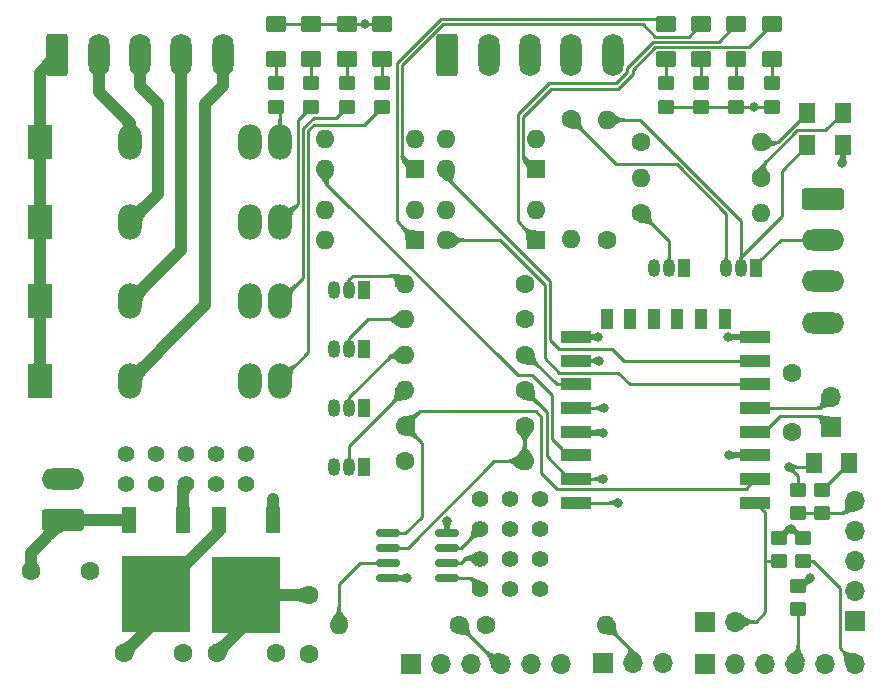
<source format=gbr>
%TF.GenerationSoftware,KiCad,Pcbnew,(6.0.7)*%
%TF.CreationDate,2023-02-02T17:51:50-05:00*%
%TF.ProjectId,ESPoules,4553506f-756c-4657-932e-6b696361645f,rev?*%
%TF.SameCoordinates,Original*%
%TF.FileFunction,Copper,L1,Top*%
%TF.FilePolarity,Positive*%
%FSLAX46Y46*%
G04 Gerber Fmt 4.6, Leading zero omitted, Abs format (unit mm)*
G04 Created by KiCad (PCBNEW (6.0.7)) date 2023-02-02 17:51:50*
%MOMM*%
%LPD*%
G01*
G04 APERTURE LIST*
G04 Aperture macros list*
%AMRoundRect*
0 Rectangle with rounded corners*
0 $1 Rounding radius*
0 $2 $3 $4 $5 $6 $7 $8 $9 X,Y pos of 4 corners*
0 Add a 4 corners polygon primitive as box body*
4,1,4,$2,$3,$4,$5,$6,$7,$8,$9,$2,$3,0*
0 Add four circle primitives for the rounded corners*
1,1,$1+$1,$2,$3*
1,1,$1+$1,$4,$5*
1,1,$1+$1,$6,$7*
1,1,$1+$1,$8,$9*
0 Add four rect primitives between the rounded corners*
20,1,$1+$1,$2,$3,$4,$5,0*
20,1,$1+$1,$4,$5,$6,$7,0*
20,1,$1+$1,$6,$7,$8,$9,0*
20,1,$1+$1,$8,$9,$2,$3,0*%
G04 Aperture macros list end*
%TA.AperFunction,ComponentPad*%
%ADD10R,1.600000X1.600000*%
%TD*%
%TA.AperFunction,ComponentPad*%
%ADD11O,1.600000X1.600000*%
%TD*%
%TA.AperFunction,ComponentPad*%
%ADD12C,1.400000*%
%TD*%
%TA.AperFunction,ComponentPad*%
%ADD13C,1.600000*%
%TD*%
%TA.AperFunction,SMDPad,CuDef*%
%ADD14RoundRect,0.250001X0.624999X-0.462499X0.624999X0.462499X-0.624999X0.462499X-0.624999X-0.462499X0*%
%TD*%
%TA.AperFunction,ComponentPad*%
%ADD15R,1.700000X1.700000*%
%TD*%
%TA.AperFunction,ComponentPad*%
%ADD16O,1.700000X1.700000*%
%TD*%
%TA.AperFunction,ComponentPad*%
%ADD17R,2.000000X3.000000*%
%TD*%
%TA.AperFunction,ComponentPad*%
%ADD18O,2.000000X3.000000*%
%TD*%
%TA.AperFunction,SMDPad,CuDef*%
%ADD19RoundRect,0.250000X0.450000X-0.350000X0.450000X0.350000X-0.450000X0.350000X-0.450000X-0.350000X0*%
%TD*%
%TA.AperFunction,SMDPad,CuDef*%
%ADD20RoundRect,0.250001X-0.624999X0.462499X-0.624999X-0.462499X0.624999X-0.462499X0.624999X0.462499X0*%
%TD*%
%TA.AperFunction,ComponentPad*%
%ADD21R,1.050000X1.500000*%
%TD*%
%TA.AperFunction,ComponentPad*%
%ADD22O,1.050000X1.500000*%
%TD*%
%TA.AperFunction,SMDPad,CuDef*%
%ADD23RoundRect,0.150000X-0.825000X-0.150000X0.825000X-0.150000X0.825000X0.150000X-0.825000X0.150000X0*%
%TD*%
%TA.AperFunction,SMDPad,CuDef*%
%ADD24RoundRect,0.250000X-0.450000X0.350000X-0.450000X-0.350000X0.450000X-0.350000X0.450000X0.350000X0*%
%TD*%
%TA.AperFunction,ComponentPad*%
%ADD25RoundRect,0.250000X-0.650000X-1.550000X0.650000X-1.550000X0.650000X1.550000X-0.650000X1.550000X0*%
%TD*%
%TA.AperFunction,ComponentPad*%
%ADD26O,1.800000X3.600000*%
%TD*%
%TA.AperFunction,ComponentPad*%
%ADD27RoundRect,0.250000X1.550000X-0.650000X1.550000X0.650000X-1.550000X0.650000X-1.550000X-0.650000X0*%
%TD*%
%TA.AperFunction,ComponentPad*%
%ADD28O,3.600000X1.800000*%
%TD*%
%TA.AperFunction,SMDPad,CuDef*%
%ADD29R,2.500000X1.000000*%
%TD*%
%TA.AperFunction,SMDPad,CuDef*%
%ADD30R,1.000000X1.800000*%
%TD*%
%TA.AperFunction,SMDPad,CuDef*%
%ADD31RoundRect,0.250001X0.462499X0.624999X-0.462499X0.624999X-0.462499X-0.624999X0.462499X-0.624999X0*%
%TD*%
%TA.AperFunction,SMDPad,CuDef*%
%ADD32R,1.200000X2.200000*%
%TD*%
%TA.AperFunction,SMDPad,CuDef*%
%ADD33R,5.800000X6.400000*%
%TD*%
%TA.AperFunction,ComponentPad*%
%ADD34RoundRect,0.250000X-1.550000X0.650000X-1.550000X-0.650000X1.550000X-0.650000X1.550000X0.650000X0*%
%TD*%
%TA.AperFunction,ViaPad*%
%ADD35C,0.800000*%
%TD*%
%TA.AperFunction,Conductor*%
%ADD36C,0.250000*%
%TD*%
%TA.AperFunction,Conductor*%
%ADD37C,0.500000*%
%TD*%
%TA.AperFunction,Conductor*%
%ADD38C,1.000000*%
%TD*%
G04 APERTURE END LIST*
D10*
%TO.P,U9,1*%
%TO.N,Net-(D8-Pad1)*%
X171800000Y-115275000D03*
D11*
%TO.P,U9,2*%
%TO.N,Net-(J6-Pad2)*%
X171800000Y-112735000D03*
%TO.P,U9,3*%
%TO.N,GND*%
X164180000Y-112735000D03*
%TO.P,U9,4*%
%TO.N,/GPIO4*%
X164180000Y-115275000D03*
%TD*%
D12*
%TO.P,REF\u002A\u002A,1*%
%TO.N,+3.3V*%
X149860000Y-135890000D03*
%TD*%
%TO.P,REF\u002A\u002A,1*%
%TO.N,+3.3V*%
X149860000Y-133350000D03*
%TD*%
%TO.P,REF\u002A\u002A,1*%
%TO.N,N/C*%
X179839765Y-139700000D03*
%TD*%
%TO.P,REF\u002A\u002A,1*%
%TO.N,N/C*%
X157480000Y-135890000D03*
%TD*%
%TO.P,REF\u002A\u002A,1*%
%TO.N,N/C*%
X182366740Y-139700000D03*
%TD*%
%TO.P,REF\u002A\u002A,1*%
%TO.N,N/C*%
X179839765Y-137160000D03*
%TD*%
%TO.P,+,1*%
%TO.N,unconnected-(U8-Pad7)*%
X177323246Y-139700000D03*
%TD*%
%TO.P,REF\u002A\u002A,1*%
%TO.N,GND*%
X152400000Y-135890000D03*
%TD*%
%TO.P,REF\u002A\u002A,1*%
%TO.N,N/C*%
X157480000Y-133350000D03*
%TD*%
%TO.P,REF\u002A\u002A,1*%
%TO.N,N/C*%
X177323246Y-137160000D03*
%TD*%
%TO.P,REF\u002A\u002A,1*%
%TO.N,N/C*%
X179863246Y-144780000D03*
%TD*%
%TO.P,REF\u002A\u002A,1*%
%TO.N,GND*%
X152400000Y-133350000D03*
%TD*%
%TO.P,-,1*%
%TO.N,unconnected-(U8-Pad6)*%
X177323246Y-142240000D03*
%TD*%
%TO.P,REF\u002A\u002A,1*%
%TO.N,+5V*%
X147320000Y-135890000D03*
%TD*%
%TO.P,REF\u002A\u002A,1*%
%TO.N,N/C*%
X179839765Y-142240000D03*
%TD*%
%TO.P,REF\u002A\u002A,1*%
%TO.N,N/C*%
X182390221Y-144780000D03*
%TD*%
%TO.P,REF\u002A\u002A,1*%
%TO.N,+5V*%
X147320000Y-133350000D03*
%TD*%
%TO.P,REF\u002A\u002A,1*%
%TO.N,N/C*%
X154940000Y-133350000D03*
%TD*%
%TO.P,REF\u002A\u002A,1*%
%TO.N,N/C*%
X182366740Y-142240000D03*
%TD*%
%TO.P,REF\u002A\u002A,1*%
%TO.N,N/C*%
X154940000Y-135890000D03*
%TD*%
%TO.P,OUT,1*%
%TO.N,unconnected-(U8-Pad5)*%
X177323246Y-144780000D03*
%TD*%
%TO.P,REF\u002A\u002A,1*%
%TO.N,N/C*%
X182366740Y-137160000D03*
%TD*%
D13*
%TO.P,R24,1*%
%TO.N,+3.3V*%
X177800000Y-147828000D03*
D11*
%TO.P,R24,2*%
%TO.N,/GPIO4*%
X187960000Y-147828000D03*
%TD*%
D14*
%TO.P,D2,1,K*%
%TO.N,Net-(D2-Pad1)*%
X160000000Y-99975000D03*
%TO.P,D2,2,A*%
%TO.N,+5V*%
X160000000Y-97000000D03*
%TD*%
D15*
%TO.P,J9,1,NC*%
%TO.N,unconnected-(J9-Pad1)*%
X171450000Y-151130000D03*
D16*
%TO.P,J9,2,Vcc*%
%TO.N,+5V*%
X173990000Y-151130000D03*
%TO.P,J9,3,GND*%
%TO.N,GND*%
X176530000Y-151130000D03*
%TO.P,J9,4,Vout*%
%TO.N,Net-(J9-Pad4)*%
X179070000Y-151130000D03*
%TO.P,J9,5,NC*%
%TO.N,unconnected-(J9-Pad5)*%
X181610000Y-151130000D03*
%TO.P,J9,6,NC*%
%TO.N,unconnected-(J9-Pad6)*%
X184150000Y-151130000D03*
%TD*%
D17*
%TO.P,U5,1*%
%TO.N,Net-(J2-Pad1)*%
X140000000Y-113731000D03*
D18*
%TO.P,U5,2*%
%TO.N,Net-(J2-Pad3)*%
X147620000Y-113731000D03*
%TO.P,U5,3*%
%TO.N,+5V*%
X157780000Y-113731000D03*
%TO.P,U5,4*%
%TO.N,Net-(Q2-Pad3)*%
X160320000Y-113731000D03*
%TD*%
D15*
%TO.P,J5,1,Pin_1*%
%TO.N,+5V*%
X209042000Y-147569000D03*
D16*
%TO.P,J5,2,Pin_2*%
%TO.N,+3.3V*%
X209042000Y-145029000D03*
%TO.P,J5,3,Pin_3*%
%TO.N,/GPIO01*%
X209042000Y-142489000D03*
%TO.P,J5,4,Pin_4*%
%TO.N,/GPIO03*%
X209042000Y-139949000D03*
%TO.P,J5,5,Pin_5*%
%TO.N,GND*%
X209042000Y-137409000D03*
%TD*%
D13*
%TO.P,R10,1*%
%TO.N,/GPIO03*%
X181080000Y-128000000D03*
D11*
%TO.P,R10,2*%
%TO.N,Net-(Q4-Pad2)*%
X170920000Y-128000000D03*
%TD*%
D13*
%TO.P,C5,1*%
%TO.N,+3.3V*%
X203708000Y-126492000D03*
%TO.P,C5,2*%
%TO.N,GND*%
X203708000Y-131492000D03*
%TD*%
D19*
%TO.P,R21,1*%
%TO.N,+5V*%
X202000000Y-104000000D03*
%TO.P,R21,2*%
%TO.N,Net-(D11-Pad2)*%
X202000000Y-102000000D03*
%TD*%
D13*
%TO.P,R2,1*%
%TO.N,GND*%
X170920000Y-134000000D03*
D11*
%TO.P,R2,2*%
%TO.N,Net-(R2-Pad2)*%
X181080000Y-134000000D03*
%TD*%
D19*
%TO.P,R12,1*%
%TO.N,Net-(Q2-Pad3)*%
X163000000Y-104000000D03*
%TO.P,R12,2*%
%TO.N,Net-(D3-Pad1)*%
X163000000Y-102000000D03*
%TD*%
%TO.P,R18,1*%
%TO.N,Net-(J1-Pad2)*%
X202565000Y-142478000D03*
%TO.P,R18,2*%
%TO.N,+3.3V*%
X202565000Y-140478000D03*
%TD*%
D20*
%TO.P,D8,1,K*%
%TO.N,Net-(D8-Pad1)*%
X193000000Y-97012500D03*
%TO.P,D8,2,A*%
%TO.N,Net-(D8-Pad2)*%
X193000000Y-99987500D03*
%TD*%
D19*
%TO.P,R23,1*%
%TO.N,Net-(J4-Pad6)*%
X204597000Y-142478000D03*
%TO.P,R23,2*%
%TO.N,+3.3V*%
X204597000Y-140478000D03*
%TD*%
D13*
%TO.P,C4,1*%
%TO.N,+3.3V*%
X162814000Y-145328000D03*
%TO.P,C4,2*%
%TO.N,GND*%
X162814000Y-150328000D03*
%TD*%
D10*
%TO.P,U11,1*%
%TO.N,Net-(D10-Pad1)*%
X182050000Y-115275000D03*
D11*
%TO.P,U11,2*%
%TO.N,Net-(J6-Pad4)*%
X182050000Y-112735000D03*
%TO.P,U11,3*%
%TO.N,GND*%
X174430000Y-112735000D03*
%TO.P,U11,4*%
%TO.N,/GPIO12*%
X174430000Y-115275000D03*
%TD*%
D15*
%TO.P,J4,1,Pin_1*%
%TO.N,GND*%
X196342000Y-151130000D03*
D16*
%TO.P,J4,2,Pin_2*%
%TO.N,/GPIO00*%
X198882000Y-151130000D03*
%TO.P,J4,3,Pin_3*%
X201422000Y-151130000D03*
%TO.P,J4,4,Pin_4*%
%TO.N,Net-(J4-Pad4)*%
X203962000Y-151130000D03*
%TO.P,J4,5,Pin_5*%
%TO.N,/GPIO02*%
X206502000Y-151130000D03*
%TO.P,J4,6,Pin_6*%
%TO.N,Net-(J4-Pad6)*%
X209042000Y-151130000D03*
%TD*%
D11*
%TO.P,R7,2*%
%TO.N,Net-(Q1-Pad2)*%
X170920000Y-119000000D03*
D13*
%TO.P,R7,1*%
%TO.N,/GPIO00*%
X181080000Y-119000000D03*
%TD*%
D14*
%TO.P,D3,1,K*%
%TO.N,Net-(D3-Pad1)*%
X163000000Y-99975000D03*
%TO.P,D3,2,A*%
%TO.N,+5V*%
X163000000Y-97000000D03*
%TD*%
D13*
%TO.P,R8,1*%
%TO.N,/GPIO01*%
X181080000Y-122000000D03*
D11*
%TO.P,R8,2*%
%TO.N,Net-(Q2-Pad2)*%
X170920000Y-122000000D03*
%TD*%
D13*
%TO.P,R3,1*%
%TO.N,Net-(R2-Pad2)*%
X181080000Y-131000000D03*
D11*
%TO.P,R3,2*%
%TO.N,/ADC*%
X170920000Y-131000000D03*
%TD*%
D21*
%TO.P,Q5,1,E*%
%TO.N,/GPIO01*%
X194564000Y-117602000D03*
D22*
%TO.P,Q5,2,B*%
%TO.N,Net-(Q5-Pad2)*%
X193294000Y-117602000D03*
%TO.P,Q5,3,C*%
%TO.N,+3.3V*%
X192024000Y-117602000D03*
%TD*%
D23*
%TO.P,U8,1*%
%TO.N,/ADC*%
X169525000Y-140095000D03*
%TO.P,U8,2,-*%
%TO.N,Net-(R2-Pad2)*%
X169525000Y-141365000D03*
%TO.P,U8,3,+*%
%TO.N,Net-(R1-Pad2)*%
X169525000Y-142635000D03*
%TO.P,U8,4,V-*%
%TO.N,GND*%
X169525000Y-143905000D03*
%TO.P,U8,5,+*%
%TO.N,unconnected-(U8-Pad5)*%
X174475000Y-143905000D03*
%TO.P,U8,6,-*%
%TO.N,unconnected-(U8-Pad6)*%
X174475000Y-142635000D03*
%TO.P,U8,7*%
%TO.N,unconnected-(U8-Pad7)*%
X174475000Y-141365000D03*
%TO.P,U8,8,V+*%
%TO.N,+5V*%
X174475000Y-140095000D03*
%TD*%
D19*
%TO.P,R20,1*%
%TO.N,+5V*%
X199000000Y-104000000D03*
%TO.P,R20,2*%
%TO.N,Net-(D10-Pad2)*%
X199000000Y-102000000D03*
%TD*%
D13*
%TO.P,C3,1*%
%TO.N,Net-(C3-Pad1)*%
X139232000Y-143256000D03*
%TO.P,C3,2*%
%TO.N,GND*%
X144232000Y-143256000D03*
%TD*%
D20*
%TO.P,D9,1,K*%
%TO.N,Net-(D9-Pad1)*%
X196000000Y-97012500D03*
%TO.P,D9,2,A*%
%TO.N,Net-(D9-Pad2)*%
X196000000Y-99987500D03*
%TD*%
D24*
%TO.P,R6,1*%
%TO.N,Net-(D1-Pad1)*%
X206248000Y-136414000D03*
%TO.P,R6,2*%
%TO.N,GND*%
X206248000Y-138414000D03*
%TD*%
D19*
%TO.P,R22,1*%
%TO.N,Net-(J4-Pad4)*%
X204216000Y-146542000D03*
%TO.P,R22,2*%
%TO.N,+3.3V*%
X204216000Y-144542000D03*
%TD*%
D15*
%TO.P,J8,1,Pin_1*%
%TO.N,+3.3V*%
X187721000Y-151105000D03*
D16*
%TO.P,J8,2,Pin_2*%
%TO.N,/GPIO4*%
X190261000Y-151105000D03*
%TO.P,J8,3,Pin_3*%
%TO.N,GND*%
X192801000Y-151105000D03*
%TD*%
D25*
%TO.P,J2,1,Pin_1*%
%TO.N,Net-(J2-Pad1)*%
X141500000Y-99642500D03*
D26*
%TO.P,J2,2,Pin_2*%
%TO.N,Net-(J2-Pad2)*%
X145000000Y-99642500D03*
%TO.P,J2,3,Pin_3*%
%TO.N,Net-(J2-Pad3)*%
X148500000Y-99642500D03*
%TO.P,J2,4,Pin_4*%
%TO.N,Net-(J2-Pad4)*%
X152000000Y-99642500D03*
%TO.P,J2,5,Pin_5*%
%TO.N,Net-(J2-Pad5)*%
X155500000Y-99642500D03*
%TD*%
D19*
%TO.P,R11,1*%
%TO.N,Net-(Q1-Pad3)*%
X160000000Y-104000000D03*
%TO.P,R11,2*%
%TO.N,Net-(D2-Pad1)*%
X160000000Y-102000000D03*
%TD*%
D27*
%TO.P,J3,1,Pin_1*%
%TO.N,Net-(C3-Pad1)*%
X142000000Y-139000000D03*
D28*
%TO.P,J3,2,Pin_2*%
%TO.N,GND*%
X142000000Y-135500000D03*
%TD*%
D29*
%TO.P,U1,1,~{RST}*%
%TO.N,Net-(J1-Pad2)*%
X200600000Y-137500000D03*
%TO.P,U1,2,ADC*%
%TO.N,/ADC*%
X200600000Y-135500000D03*
%TO.P,U1,3,EN*%
%TO.N,+3.3V*%
X200600000Y-133500000D03*
%TO.P,U1,4,GPIO16*%
%TO.N,Net-(J10-Pad1)*%
X200600000Y-131500000D03*
%TO.P,U1,5,GPIO14*%
%TO.N,Net-(J10-Pad2)*%
X200600000Y-129500000D03*
%TO.P,U1,6,GPIO12*%
%TO.N,/GPIO12*%
X200600000Y-127500000D03*
%TO.P,U1,7,GPIO13*%
%TO.N,/GPIO13*%
X200600000Y-125500000D03*
%TO.P,U1,8,VCC*%
%TO.N,+3.3V*%
X200600000Y-123500000D03*
D30*
%TO.P,U1,9,CS0*%
%TO.N,unconnected-(U1-Pad9)*%
X198000000Y-122000000D03*
%TO.P,U1,10,MISO*%
%TO.N,unconnected-(U1-Pad10)*%
X196000000Y-122000000D03*
%TO.P,U1,11,GPIO9*%
%TO.N,unconnected-(U1-Pad11)*%
X194000000Y-122000000D03*
%TO.P,U1,12,GPIO10*%
%TO.N,unconnected-(U1-Pad12)*%
X192000000Y-122000000D03*
%TO.P,U1,13,MOSI*%
%TO.N,unconnected-(U1-Pad13)*%
X190000000Y-122000000D03*
%TO.P,U1,14,SCLK*%
%TO.N,unconnected-(U1-Pad14)*%
X188000000Y-122000000D03*
D29*
%TO.P,U1,15,GND*%
%TO.N,GND*%
X185400000Y-123500000D03*
%TO.P,U1,16,GPIO15*%
%TO.N,Net-(D1-Pad2)*%
X185400000Y-125500000D03*
%TO.P,U1,17,GPIO2*%
%TO.N,/GPIO02*%
X185400000Y-127500000D03*
%TO.P,U1,18,GPIO0*%
%TO.N,/GPIO00*%
X185400000Y-129500000D03*
%TO.P,U1,19,GPIO4*%
%TO.N,/GPIO4*%
X185400000Y-131500000D03*
%TO.P,U1,20,GPIO5*%
%TO.N,/GPIO5*%
X185400000Y-133500000D03*
%TO.P,U1,21,GPIO3/RXD*%
%TO.N,/GPIO03*%
X185400000Y-135500000D03*
%TO.P,U1,22,GPIO1/TXD*%
%TO.N,/GPIO01*%
X185400000Y-137500000D03*
%TD*%
D31*
%TO.P,D7,1,K*%
%TO.N,Net-(D7-Pad1)*%
X207987500Y-104500000D03*
%TO.P,D7,2,A*%
%TO.N,/GPIO01*%
X205012500Y-104500000D03*
%TD*%
D32*
%TO.P,U2,1,GND*%
%TO.N,GND*%
X152141000Y-138940000D03*
D33*
%TO.P,U2,2,VO*%
%TO.N,+5V*%
X149861000Y-145240000D03*
D32*
%TO.P,U2,3,VI*%
%TO.N,Net-(C3-Pad1)*%
X147581000Y-138940000D03*
%TD*%
D13*
%TO.P,R1,1*%
%TO.N,Net-(J9-Pad4)*%
X175514000Y-147828000D03*
D11*
%TO.P,R1,2*%
%TO.N,Net-(R1-Pad2)*%
X165354000Y-147828000D03*
%TD*%
D14*
%TO.P,D4,1,K*%
%TO.N,Net-(D4-Pad1)*%
X166000000Y-99975000D03*
%TO.P,D4,2,A*%
%TO.N,+5V*%
X166000000Y-97000000D03*
%TD*%
D20*
%TO.P,D10,1,K*%
%TO.N,Net-(D10-Pad1)*%
X199000000Y-97012500D03*
%TO.P,D10,2,A*%
%TO.N,Net-(D10-Pad2)*%
X199000000Y-99987500D03*
%TD*%
D10*
%TO.P,U12,1*%
%TO.N,Net-(D11-Pad1)*%
X182050000Y-109275000D03*
D11*
%TO.P,U12,2*%
%TO.N,Net-(J6-Pad5)*%
X182050000Y-106735000D03*
%TO.P,U12,3*%
%TO.N,GND*%
X174430000Y-106735000D03*
%TO.P,U12,4*%
%TO.N,/GPIO13*%
X174430000Y-109275000D03*
%TD*%
D19*
%TO.P,R13,1*%
%TO.N,Net-(Q3-Pad3)*%
X166000000Y-104000000D03*
%TO.P,R13,2*%
%TO.N,Net-(D4-Pad1)*%
X166000000Y-102000000D03*
%TD*%
D31*
%TO.P,D1,1,K*%
%TO.N,Net-(D1-Pad1)*%
X208534000Y-134112000D03*
%TO.P,D1,2,A*%
%TO.N,Net-(D1-Pad2)*%
X205559000Y-134112000D03*
%TD*%
D13*
%TO.P,RTRIG1,1*%
%TO.N,/GPIO00*%
X188000000Y-115250000D03*
D11*
%TO.P,RTRIG1,2*%
%TO.N,Net-(D6-Pad2)*%
X188000000Y-105090000D03*
%TD*%
D21*
%TO.P,Q2,1,E*%
%TO.N,GND*%
X167500000Y-124500000D03*
D22*
%TO.P,Q2,2,B*%
%TO.N,Net-(Q2-Pad2)*%
X166230000Y-124500000D03*
%TO.P,Q2,3,C*%
%TO.N,Net-(Q2-Pad3)*%
X164960000Y-124500000D03*
%TD*%
D13*
%TO.P,R17,1*%
%TO.N,Net-(Q6-Pad3)*%
X185000000Y-105000000D03*
D11*
%TO.P,R17,2*%
%TO.N,+5V*%
X185000000Y-115160000D03*
%TD*%
D21*
%TO.P,Q3,1,E*%
%TO.N,GND*%
X167500000Y-129500000D03*
D22*
%TO.P,Q3,2,B*%
%TO.N,Net-(Q3-Pad2)*%
X166230000Y-129500000D03*
%TO.P,Q3,3,C*%
%TO.N,Net-(Q3-Pad3)*%
X164960000Y-129500000D03*
%TD*%
D13*
%TO.P,R16,1*%
%TO.N,GND*%
X190920000Y-107000000D03*
D11*
%TO.P,R16,2*%
%TO.N,/GPIO01*%
X201080000Y-107000000D03*
%TD*%
D13*
%TO.P,C1,1*%
%TO.N,+5V*%
X147105000Y-150265000D03*
%TO.P,C1,2*%
%TO.N,GND*%
X152105000Y-150265000D03*
%TD*%
%TO.P,RECHO1,1*%
%TO.N,Net-(Q5-Pad2)*%
X190920000Y-113000000D03*
D11*
%TO.P,RECHO1,2*%
%TO.N,Net-(J7-Pad3)*%
X201080000Y-113000000D03*
%TD*%
D21*
%TO.P,Q4,1,E*%
%TO.N,GND*%
X167500000Y-134500000D03*
D22*
%TO.P,Q4,2,B*%
%TO.N,Net-(Q4-Pad2)*%
X166230000Y-134500000D03*
%TO.P,Q4,3,C*%
%TO.N,Net-(Q4-Pad3)*%
X164960000Y-134500000D03*
%TD*%
D21*
%TO.P,Q1,1,E*%
%TO.N,GND*%
X167500000Y-119500000D03*
D22*
%TO.P,Q1,2,B*%
%TO.N,Net-(Q1-Pad2)*%
X166230000Y-119500000D03*
%TO.P,Q1,3,C*%
%TO.N,Net-(Q1-Pad3)*%
X164960000Y-119500000D03*
%TD*%
D17*
%TO.P,U4,1*%
%TO.N,Net-(J2-Pad1)*%
X140000000Y-107000000D03*
D18*
%TO.P,U4,2*%
%TO.N,Net-(J2-Pad2)*%
X147620000Y-107000000D03*
%TO.P,U4,3*%
%TO.N,+5V*%
X157780000Y-107000000D03*
%TO.P,U4,4*%
%TO.N,Net-(Q1-Pad3)*%
X160320000Y-107000000D03*
%TD*%
D32*
%TO.P,U3,1,GND*%
%TO.N,GND*%
X159760000Y-138988000D03*
D33*
%TO.P,U3,2,VO*%
%TO.N,+3.3V*%
X157480000Y-145288000D03*
D32*
%TO.P,U3,3,VI*%
%TO.N,+5V*%
X155200000Y-138988000D03*
%TD*%
D24*
%TO.P,R5,1*%
%TO.N,Net-(D1-Pad2)*%
X204216000Y-136414000D03*
%TO.P,R5,2*%
%TO.N,GND*%
X204216000Y-138414000D03*
%TD*%
D25*
%TO.P,J6,1,Pin_1*%
%TO.N,GND*%
X174517500Y-99642500D03*
D26*
%TO.P,J6,2,Pin_2*%
%TO.N,Net-(J6-Pad2)*%
X178017500Y-99642500D03*
%TO.P,J6,3,Pin_3*%
%TO.N,Net-(J6-Pad3)*%
X181517500Y-99642500D03*
%TO.P,J6,4,Pin_4*%
%TO.N,Net-(J6-Pad4)*%
X185017500Y-99642500D03*
%TO.P,J6,5,Pin_5*%
%TO.N,Net-(J6-Pad5)*%
X188517500Y-99642500D03*
%TD*%
D17*
%TO.P,U7,1*%
%TO.N,Net-(J2-Pad1)*%
X140000000Y-127193000D03*
D18*
%TO.P,U7,2*%
%TO.N,Net-(J2-Pad5)*%
X147620000Y-127193000D03*
%TO.P,U7,3*%
%TO.N,+5V*%
X157780000Y-127193000D03*
%TO.P,U7,4*%
%TO.N,Net-(Q4-Pad3)*%
X160320000Y-127193000D03*
%TD*%
D19*
%TO.P,R19,1*%
%TO.N,+5V*%
X196000000Y-104000000D03*
%TO.P,R19,2*%
%TO.N,Net-(D9-Pad2)*%
X196000000Y-102000000D03*
%TD*%
D13*
%TO.P,R15,1*%
%TO.N,Net-(D7-Pad1)*%
X201080000Y-110000000D03*
D11*
%TO.P,R15,2*%
%TO.N,GND*%
X190920000Y-110000000D03*
%TD*%
D21*
%TO.P,Q6,1,E*%
%TO.N,Net-(J7-Pad2)*%
X200660000Y-117602000D03*
D22*
%TO.P,Q6,2,B*%
%TO.N,Net-(D6-Pad2)*%
X199390000Y-117602000D03*
%TO.P,Q6,3,C*%
%TO.N,Net-(Q6-Pad3)*%
X198120000Y-117602000D03*
%TD*%
D15*
%TO.P,J10,1,Pin_1*%
%TO.N,Net-(J10-Pad1)*%
X207010000Y-131069000D03*
D16*
%TO.P,J10,2,Pin_2*%
%TO.N,Net-(J10-Pad2)*%
X207010000Y-128529000D03*
%TD*%
D17*
%TO.P,U6,1*%
%TO.N,Net-(J2-Pad1)*%
X140000000Y-120462000D03*
D18*
%TO.P,U6,2*%
%TO.N,Net-(J2-Pad4)*%
X147620000Y-120462000D03*
%TO.P,U6,3*%
%TO.N,+5V*%
X157780000Y-120462000D03*
%TO.P,U6,4*%
%TO.N,Net-(Q3-Pad3)*%
X160320000Y-120462000D03*
%TD*%
D14*
%TO.P,D5,1,K*%
%TO.N,Net-(D5-Pad1)*%
X169000000Y-99975000D03*
%TO.P,D5,2,A*%
%TO.N,+5V*%
X169000000Y-97000000D03*
%TD*%
D31*
%TO.P,D6,1,K*%
%TO.N,GND*%
X207987500Y-107250000D03*
%TO.P,D6,2,A*%
%TO.N,Net-(D6-Pad2)*%
X205012500Y-107250000D03*
%TD*%
D19*
%TO.P,R14,1*%
%TO.N,Net-(Q4-Pad3)*%
X169000000Y-104000000D03*
%TO.P,R14,2*%
%TO.N,Net-(D5-Pad1)*%
X169000000Y-102000000D03*
%TD*%
D13*
%TO.P,R9,1*%
%TO.N,/GPIO02*%
X181080000Y-125000000D03*
D11*
%TO.P,R9,2*%
%TO.N,Net-(Q3-Pad2)*%
X170920000Y-125000000D03*
%TD*%
D19*
%TO.P,R4,1*%
%TO.N,+5V*%
X193000000Y-104000000D03*
%TO.P,R4,2*%
%TO.N,Net-(D8-Pad2)*%
X193000000Y-102000000D03*
%TD*%
D15*
%TO.P,J1,1,Pin_1*%
%TO.N,GND*%
X196337000Y-147574000D03*
D16*
%TO.P,J1,2,Pin_2*%
%TO.N,Net-(J1-Pad2)*%
X198877000Y-147574000D03*
%TD*%
D13*
%TO.P,C2,1*%
%TO.N,+3.3V*%
X154979000Y-150265000D03*
%TO.P,C2,2*%
%TO.N,GND*%
X159979000Y-150265000D03*
%TD*%
D10*
%TO.P,U10,1*%
%TO.N,Net-(D9-Pad1)*%
X171800000Y-109275000D03*
D11*
%TO.P,U10,2*%
%TO.N,Net-(J6-Pad3)*%
X171800000Y-106735000D03*
%TO.P,U10,3*%
%TO.N,GND*%
X164180000Y-106735000D03*
%TO.P,U10,4*%
%TO.N,/GPIO5*%
X164180000Y-109275000D03*
%TD*%
D20*
%TO.P,D11,1,K*%
%TO.N,Net-(D11-Pad1)*%
X202000000Y-97012500D03*
%TO.P,D11,2,A*%
%TO.N,Net-(D11-Pad2)*%
X202000000Y-99987500D03*
%TD*%
D34*
%TO.P,J7,1,Pin_1*%
%TO.N,+5V*%
X206357500Y-111767500D03*
D28*
%TO.P,J7,2,Pin_2*%
%TO.N,Net-(J7-Pad2)*%
X206357500Y-115267500D03*
%TO.P,J7,3,Pin_3*%
%TO.N,Net-(J7-Pad3)*%
X206357500Y-118767500D03*
%TO.P,J7,4,Pin_4*%
%TO.N,GND*%
X206357500Y-122267500D03*
%TD*%
D35*
%TO.N,/GPIO03*%
X187697000Y-135500000D03*
%TO.N,Net-(D1-Pad2)*%
X203454000Y-134493000D03*
X187325000Y-125476000D03*
%TO.N,+3.3V*%
X198374000Y-133477000D03*
X203581000Y-139700000D03*
%TO.N,GND*%
X187316411Y-123470699D03*
%TO.N,+3.3V*%
X198247000Y-123499502D03*
X205232000Y-143891000D03*
%TO.N,/GPIO4*%
X187706000Y-131572000D03*
%TO.N,GND*%
X171069000Y-143891000D03*
X159766000Y-137160000D03*
%TO.N,+5V*%
X174498000Y-139039600D03*
X200495200Y-104000000D03*
X167510400Y-97000000D03*
%TO.N,GND*%
X207975200Y-108762800D03*
%TO.N,/GPIO00*%
X187750000Y-129500000D03*
%TO.N,/GPIO01*%
X189000000Y-137500000D03*
%TD*%
D36*
%TO.N,Net-(Q1-Pad3)*%
X160320000Y-104320000D02*
X160320000Y-107000000D01*
X160000000Y-104000000D02*
X160320000Y-104320000D01*
%TO.N,Net-(Q5-Pad2)*%
X193294000Y-115374000D02*
X193294000Y-117602000D01*
X190920000Y-113000000D02*
X193294000Y-115374000D01*
%TO.N,Net-(D6-Pad2)*%
X190816396Y-105090000D02*
X188000000Y-105090000D01*
X199390000Y-113663604D02*
X190816396Y-105090000D01*
X199390000Y-117602000D02*
X199390000Y-113663604D01*
X202819000Y-113265109D02*
X202819000Y-112395000D01*
X199390000Y-116694109D02*
X202819000Y-113265109D01*
X199390000Y-117602000D02*
X199390000Y-116694109D01*
X202819000Y-109443500D02*
X202819000Y-112395000D01*
X205012500Y-107250000D02*
X202819000Y-109443500D01*
%TO.N,Net-(Q6-Pad3)*%
X198120000Y-113030000D02*
X198120000Y-117602000D01*
X193929000Y-108839000D02*
X198120000Y-113030000D01*
X188839000Y-108839000D02*
X193929000Y-108839000D01*
X185000000Y-105000000D02*
X188839000Y-108839000D01*
%TO.N,/ADC*%
X172170000Y-129750000D02*
X182000000Y-129750000D01*
X182475000Y-130225000D02*
X182475000Y-134975000D01*
X199775000Y-136325000D02*
X200600000Y-135500000D01*
X182475000Y-134975000D02*
X183825000Y-136325000D01*
X183825000Y-136325000D02*
X199775000Y-136325000D01*
X170920000Y-131000000D02*
X172170000Y-129750000D01*
X182000000Y-129750000D02*
X182475000Y-130225000D01*
%TO.N,/GPIO5*%
X180473630Y-126700000D02*
X181310000Y-126700000D01*
X164180000Y-110406370D02*
X180473630Y-126700000D01*
X181700000Y-126700000D02*
X181310000Y-126700000D01*
X164180000Y-109275000D02*
X164180000Y-110406370D01*
%TO.N,/GPIO03*%
X185400000Y-135500000D02*
X187697000Y-135500000D01*
%TO.N,Net-(R2-Pad2)*%
X181080000Y-134000000D02*
X181080000Y-131000000D01*
%TO.N,/ADC*%
X172339000Y-138684000D02*
X172339000Y-132419000D01*
X170928000Y-140095000D02*
X172339000Y-138684000D01*
X172339000Y-132419000D02*
X170920000Y-131000000D01*
X169525000Y-140095000D02*
X170928000Y-140095000D01*
%TO.N,Net-(R2-Pad2)*%
X178512295Y-134000000D02*
X181080000Y-134000000D01*
X171147295Y-141365000D02*
X178512295Y-134000000D01*
X169525000Y-141365000D02*
X171147295Y-141365000D01*
%TO.N,Net-(R1-Pad2)*%
X167118000Y-142635000D02*
X165354000Y-144399000D01*
X169525000Y-142635000D02*
X167118000Y-142635000D01*
X165354000Y-144399000D02*
X165354000Y-147828000D01*
%TO.N,Net-(J9-Pad4)*%
X178816000Y-151130000D02*
X179070000Y-151130000D01*
X175514000Y-147828000D02*
X178816000Y-151130000D01*
%TO.N,/GPIO4*%
X190261000Y-150129000D02*
X190261000Y-151105000D01*
X187960000Y-147828000D02*
X190261000Y-150129000D01*
%TO.N,Net-(D1-Pad2)*%
X204216000Y-135255000D02*
X203454000Y-134493000D01*
X204216000Y-136414000D02*
X204216000Y-135255000D01*
X205178000Y-134493000D02*
X205559000Y-134112000D01*
X203454000Y-134493000D02*
X205178000Y-134493000D01*
X187301000Y-125500000D02*
X187325000Y-125476000D01*
X185400000Y-125500000D02*
X187301000Y-125500000D01*
D37*
%TO.N,+3.3V*%
X198397000Y-133500000D02*
X198374000Y-133477000D01*
X200600000Y-133500000D02*
X198397000Y-133500000D01*
D36*
%TO.N,Net-(J4-Pad6)*%
X207742000Y-149830000D02*
X209042000Y-151130000D01*
X205470000Y-142478000D02*
X207742000Y-144750000D01*
X204597000Y-142478000D02*
X205470000Y-142478000D01*
X207742000Y-144750000D02*
X207742000Y-149830000D01*
%TO.N,Net-(J1-Pad2)*%
X202565000Y-142478000D02*
X201438000Y-142478000D01*
X201415000Y-142501000D02*
X201415000Y-146805000D01*
X201438000Y-142478000D02*
X201415000Y-142501000D01*
X201415000Y-138315000D02*
X201415000Y-142501000D01*
X200646000Y-147574000D02*
X198877000Y-147574000D01*
X201415000Y-146805000D02*
X200646000Y-147574000D01*
X200600000Y-137500000D02*
X201415000Y-138315000D01*
D37*
%TO.N,+3.3V*%
X204486000Y-140478000D02*
X203581000Y-139573000D01*
X204597000Y-140478000D02*
X204486000Y-140478000D01*
X202676000Y-140478000D02*
X203581000Y-139573000D01*
X202565000Y-140478000D02*
X202676000Y-140478000D01*
%TO.N,GND*%
X187287110Y-123500000D02*
X187316411Y-123470699D01*
X185400000Y-123500000D02*
X187287110Y-123500000D01*
%TO.N,+3.3V*%
X198247498Y-123500000D02*
X198247000Y-123499502D01*
X200600000Y-123500000D02*
X198247498Y-123500000D01*
D36*
%TO.N,Net-(J10-Pad1)*%
X206141000Y-130200000D02*
X207010000Y-131069000D01*
X202650000Y-130200000D02*
X206141000Y-130200000D01*
X201350000Y-131500000D02*
X202650000Y-130200000D01*
X200600000Y-131500000D02*
X201350000Y-131500000D01*
%TO.N,Net-(J10-Pad2)*%
X206039000Y-129500000D02*
X207010000Y-128529000D01*
X200600000Y-129500000D02*
X206039000Y-129500000D01*
D37*
%TO.N,+3.3V*%
X204581000Y-144542000D02*
X205232000Y-143891000D01*
X204216000Y-144542000D02*
X204581000Y-144542000D01*
D36*
%TO.N,Net-(D1-Pad1)*%
X206248000Y-136414000D02*
X206248000Y-136398000D01*
X206248000Y-136398000D02*
X208534000Y-134112000D01*
%TO.N,GND*%
X208037000Y-138414000D02*
X204216000Y-138414000D01*
X209042000Y-137409000D02*
X208037000Y-138414000D01*
%TO.N,Net-(J4-Pad4)*%
X204216000Y-150876000D02*
X203962000Y-151130000D01*
X204216000Y-146542000D02*
X204216000Y-150876000D01*
D37*
%TO.N,/GPIO4*%
X185472000Y-131572000D02*
X185400000Y-131500000D01*
X187706000Y-131572000D02*
X185472000Y-131572000D01*
%TO.N,GND*%
X171055000Y-143905000D02*
X171069000Y-143891000D01*
X169525000Y-143905000D02*
X171055000Y-143905000D01*
D38*
%TO.N,+3.3V*%
X157520000Y-145328000D02*
X157480000Y-145288000D01*
X162814000Y-145328000D02*
X157520000Y-145328000D01*
X157480000Y-145288000D02*
X157480000Y-147764000D01*
X157480000Y-147764000D02*
X154979000Y-150265000D01*
%TO.N,+5V*%
X149861000Y-147509000D02*
X147105000Y-150265000D01*
X149861000Y-145240000D02*
X149861000Y-147509000D01*
%TO.N,GND*%
X159760000Y-137166000D02*
X159766000Y-137160000D01*
X159760000Y-138988000D02*
X159760000Y-137166000D01*
%TO.N,+5V*%
X155200000Y-138988000D02*
X155200000Y-139901000D01*
X155200000Y-139901000D02*
X149861000Y-145240000D01*
%TO.N,GND*%
X152141000Y-138940000D02*
X152141000Y-136149000D01*
X152141000Y-136149000D02*
X152400000Y-135890000D01*
%TO.N,Net-(C3-Pad1)*%
X139232000Y-143256000D02*
X139232000Y-141768000D01*
X139232000Y-141768000D02*
X142000000Y-139000000D01*
X147521000Y-139000000D02*
X147581000Y-138940000D01*
X142000000Y-139000000D02*
X147521000Y-139000000D01*
D36*
%TO.N,+5V*%
X193000000Y-104000000D02*
X202000000Y-104000000D01*
D37*
X174475000Y-140095000D02*
X174475000Y-139062600D01*
X174475000Y-139062600D02*
X174498000Y-139039600D01*
D36*
X160000000Y-97000000D02*
X169000000Y-97000000D01*
D37*
%TO.N,GND*%
X207987500Y-108750500D02*
X207975200Y-108762800D01*
X207987500Y-107250000D02*
X207987500Y-108750500D01*
D36*
%TO.N,Net-(D2-Pad1)*%
X160000000Y-102000000D02*
X160000000Y-99975000D01*
%TO.N,Net-(D3-Pad1)*%
X163000000Y-99975000D02*
X163000000Y-102000000D01*
%TO.N,Net-(D4-Pad1)*%
X166000000Y-102000000D02*
X166000000Y-99975000D01*
%TO.N,Net-(D5-Pad1)*%
X169000000Y-99975000D02*
X169000000Y-102000000D01*
%TO.N,/GPIO00*%
X187750000Y-129500000D02*
X185400000Y-129500000D01*
%TO.N,Net-(D7-Pad1)*%
X204148896Y-106000000D02*
X201080000Y-109068896D01*
X207987500Y-104500000D02*
X206487500Y-106000000D01*
X201080000Y-109068896D02*
X201080000Y-110000000D01*
X206487500Y-106000000D02*
X204148896Y-106000000D01*
%TO.N,Net-(D8-Pad2)*%
X193000000Y-99987500D02*
X193000000Y-102000000D01*
%TO.N,Net-(D9-Pad1)*%
X170675000Y-100471827D02*
X174146827Y-97000000D01*
X194962500Y-98050000D02*
X196000000Y-97012500D01*
X191086828Y-97000000D02*
X192136828Y-98050000D01*
X174146827Y-97000000D02*
X191086828Y-97000000D01*
X171800000Y-109275000D02*
X170675000Y-108150000D01*
X170675000Y-108150000D02*
X170675000Y-100471827D01*
X192136828Y-98050000D02*
X194962500Y-98050000D01*
%TO.N,Net-(D10-Pad1)*%
X197512500Y-98500000D02*
X199000000Y-97012500D01*
X188792412Y-102000000D02*
X189750000Y-101042412D01*
X189750000Y-100700432D02*
X191950432Y-98500000D01*
X180475000Y-104638604D02*
X183113604Y-102000000D01*
X189750000Y-101042412D02*
X189750000Y-100700432D01*
X182050000Y-115275000D02*
X180475000Y-113700000D01*
X191950432Y-98500000D02*
X197512500Y-98500000D01*
X180475000Y-113700000D02*
X180475000Y-104638604D01*
X183113604Y-102000000D02*
X188792412Y-102000000D01*
%TO.N,Net-(D10-Pad2)*%
X199000000Y-99987500D02*
X199000000Y-102000000D01*
%TO.N,Net-(D11-Pad1)*%
X200062500Y-98950000D02*
X192136828Y-98950000D01*
X180925000Y-104825000D02*
X180925000Y-108150000D01*
X190200000Y-101228808D02*
X188978808Y-102450000D01*
X183300000Y-102450000D02*
X180925000Y-104825000D01*
X188978808Y-102450000D02*
X183300000Y-102450000D01*
X180925000Y-108150000D02*
X182050000Y-109275000D01*
X202000000Y-97012500D02*
X200062500Y-98950000D01*
X192136828Y-98950000D02*
X190200000Y-100886828D01*
X190200000Y-100886828D02*
X190200000Y-101228808D01*
%TO.N,Net-(D11-Pad2)*%
X202000000Y-99987500D02*
X202000000Y-102000000D01*
%TO.N,Net-(D8-Pad1)*%
X192537500Y-96550000D02*
X193000000Y-97012500D01*
X173960431Y-96550000D02*
X192537500Y-96550000D01*
X170225000Y-100285431D02*
X173960431Y-96550000D01*
X170225000Y-113700000D02*
X170225000Y-100285431D01*
X171800000Y-115275000D02*
X170225000Y-113700000D01*
D38*
%TO.N,Net-(J2-Pad1)*%
X140000000Y-127193000D02*
X140000000Y-107000000D01*
X140000000Y-101142500D02*
X141500000Y-99642500D01*
X140000000Y-107000000D02*
X140000000Y-101142500D01*
%TO.N,Net-(J2-Pad2)*%
X147620000Y-107000000D02*
X147620000Y-105370000D01*
X145000000Y-99642500D02*
X145000000Y-102750000D01*
X147620000Y-105370000D02*
X145000000Y-102750000D01*
%TO.N,Net-(J2-Pad3)*%
X148500000Y-99642500D02*
X148500000Y-102250000D01*
X148500000Y-102250000D02*
X150000000Y-103750000D01*
X150000000Y-111351000D02*
X150000000Y-103750000D01*
X147620000Y-113731000D02*
X150000000Y-111351000D01*
%TO.N,Net-(J2-Pad4)*%
X147620000Y-120462000D02*
X152000000Y-116082000D01*
X152000000Y-116082000D02*
X152000000Y-99642500D01*
%TO.N,Net-(J2-Pad5)*%
X154000000Y-103750000D02*
X154000000Y-120813000D01*
X154000000Y-120813000D02*
X152656500Y-122156500D01*
X155500000Y-99642500D02*
X155500000Y-102250000D01*
X155500000Y-102250000D02*
X154000000Y-103750000D01*
X147620000Y-127193000D02*
X152656500Y-122156500D01*
D36*
%TO.N,/GPIO01*%
X185400000Y-137500000D02*
X189000000Y-137500000D01*
X201080000Y-107000000D02*
X202512500Y-107000000D01*
X202512500Y-107000000D02*
X205012500Y-104500000D01*
%TO.N,Net-(J7-Pad2)*%
X206357500Y-115267500D02*
X202732500Y-115267500D01*
X202732500Y-115267500D02*
X200750000Y-117250000D01*
%TO.N,Net-(Q1-Pad2)*%
X166535000Y-118290000D02*
X170210000Y-118290000D01*
X166230000Y-118595000D02*
X166535000Y-118290000D01*
X166230000Y-119500000D02*
X166230000Y-118595000D01*
X170210000Y-118290000D02*
X170920000Y-119000000D01*
%TO.N,Net-(Q2-Pad2)*%
X166230000Y-124500000D02*
X166230000Y-123595000D01*
X167825000Y-122000000D02*
X170920000Y-122000000D01*
X166230000Y-123595000D02*
X167825000Y-122000000D01*
%TO.N,Net-(Q2-Pad3)*%
X161850000Y-105150000D02*
X163000000Y-104000000D01*
X160320000Y-113731000D02*
X161850000Y-112201000D01*
X161850000Y-112201000D02*
X161850000Y-105150000D01*
%TO.N,Net-(Q3-Pad2)*%
X166230000Y-128595000D02*
X169825000Y-125000000D01*
X166230000Y-129500000D02*
X166230000Y-128595000D01*
X169825000Y-125000000D02*
X170920000Y-125000000D01*
%TO.N,Net-(Q3-Pad3)*%
X162300000Y-118482000D02*
X162300000Y-105813604D01*
X160320000Y-120462000D02*
X162300000Y-118482000D01*
X162300000Y-105813604D02*
X163188604Y-104925000D01*
X165075000Y-104925000D02*
X166000000Y-104000000D01*
X163188604Y-104925000D02*
X165075000Y-104925000D01*
%TO.N,Net-(Q4-Pad2)*%
X166230000Y-132690000D02*
X170920000Y-128000000D01*
X166230000Y-134500000D02*
X166230000Y-132690000D01*
%TO.N,Net-(Q4-Pad3)*%
X162750000Y-106000000D02*
X163250000Y-105500000D01*
X162750000Y-124763000D02*
X162750000Y-106000000D01*
X160320000Y-127193000D02*
X162750000Y-124763000D01*
X167500000Y-105500000D02*
X169000000Y-104000000D01*
X163250000Y-105500000D02*
X167500000Y-105500000D01*
%TO.N,/GPIO02*%
X181272792Y-125000000D02*
X183772792Y-127500000D01*
X183772792Y-127500000D02*
X185400000Y-127500000D01*
X181080000Y-125000000D02*
X181272792Y-125000000D01*
%TO.N,/GPIO03*%
X184850000Y-135500000D02*
X185400000Y-135500000D01*
X182925000Y-129845000D02*
X182925000Y-133575000D01*
X181080000Y-128000000D02*
X182925000Y-129845000D01*
X182925000Y-133575000D02*
X184850000Y-135500000D01*
%TO.N,/GPIO12*%
X189000000Y-126500000D02*
X190000000Y-127500000D01*
X190000000Y-127500000D02*
X200600000Y-127500000D01*
X184000000Y-126500000D02*
X189000000Y-126500000D01*
X178945991Y-115275000D02*
X182750000Y-119079009D01*
X182750000Y-119079009D02*
X182750000Y-125250000D01*
X174430000Y-115275000D02*
X178945991Y-115275000D01*
X182750000Y-125250000D02*
X184000000Y-126500000D01*
%TO.N,/GPIO13*%
X183250000Y-118750000D02*
X183250000Y-123750000D01*
X188450000Y-124500000D02*
X189450000Y-125500000D01*
X174430000Y-109275000D02*
X174430000Y-109930000D01*
X189450000Y-125500000D02*
X200600000Y-125500000D01*
X183250000Y-123750000D02*
X184000000Y-124500000D01*
X174430000Y-109930000D02*
X183250000Y-118750000D01*
X184000000Y-124500000D02*
X188450000Y-124500000D01*
%TO.N,/GPIO5*%
X183375000Y-132125000D02*
X183375000Y-128375000D01*
X183375000Y-128375000D02*
X181700000Y-126700000D01*
X184250000Y-133000000D02*
X183375000Y-132125000D01*
%TO.N,unconnected-(U8-Pad5)*%
X174475000Y-143905000D02*
X176448246Y-143905000D01*
X176448246Y-143905000D02*
X177323246Y-144780000D01*
%TO.N,unconnected-(U8-Pad6)*%
X174475000Y-142635000D02*
X175635000Y-142635000D01*
X175635000Y-142635000D02*
X176030000Y-142240000D01*
X176030000Y-142240000D02*
X177323246Y-142240000D01*
%TO.N,unconnected-(U8-Pad7)*%
X175658246Y-141365000D02*
X177323246Y-139700000D01*
X174475000Y-141365000D02*
X175658246Y-141365000D01*
%TO.N,Net-(D9-Pad2)*%
X196000000Y-99987500D02*
X196000000Y-102000000D01*
%TD*%
%TA.AperFunction,Conductor*%
%TO.N,/GPIO5*%
G36*
X164188196Y-108884157D02*
G01*
X164190715Y-108886142D01*
X164893967Y-109617438D01*
X164897232Y-109625777D01*
X164895726Y-109631293D01*
X164831778Y-109744746D01*
X164831184Y-109745692D01*
X164753828Y-109856650D01*
X164753480Y-109857123D01*
X164673208Y-109960766D01*
X164673195Y-109960783D01*
X164602006Y-110052358D01*
X164596804Y-110059049D01*
X164531199Y-110153809D01*
X164483089Y-110247187D01*
X164459181Y-110341307D01*
X164459248Y-110342238D01*
X164459248Y-110342241D01*
X164466112Y-110437299D01*
X164466184Y-110438292D01*
X164466582Y-110439202D01*
X164466583Y-110439205D01*
X164509544Y-110537377D01*
X164510808Y-110540266D01*
X164511309Y-110540881D01*
X164511310Y-110540882D01*
X164593079Y-110641161D01*
X164595651Y-110649739D01*
X164592284Y-110656828D01*
X164431423Y-110817689D01*
X164423150Y-110821116D01*
X164414713Y-110817522D01*
X164301725Y-110699929D01*
X164301374Y-110699547D01*
X164204126Y-110588912D01*
X164203779Y-110588498D01*
X164124801Y-110489804D01*
X164124507Y-110489422D01*
X164058119Y-110399065D01*
X164057973Y-110398861D01*
X163998617Y-110313375D01*
X163940790Y-110229386D01*
X163886621Y-110154138D01*
X163879060Y-110143634D01*
X163879045Y-110143614D01*
X163879006Y-110143560D01*
X163807706Y-110052460D01*
X163721328Y-109952648D01*
X163620414Y-109847066D01*
X163617175Y-109838718D01*
X163618777Y-109833068D01*
X164172187Y-108888338D01*
X164179325Y-108882932D01*
X164188196Y-108884157D01*
G37*
%TD.AperFunction*%
%TD*%
%TA.AperFunction,Conductor*%
%TO.N,unconnected-(U8-Pad5)*%
G36*
X176432412Y-143788358D02*
G01*
X176433882Y-143788535D01*
X176554682Y-143811060D01*
X176556157Y-143811438D01*
X176657690Y-143844598D01*
X176658896Y-143845068D01*
X176747243Y-143885436D01*
X176747950Y-143885789D01*
X176829065Y-143929971D01*
X176829171Y-143930030D01*
X176908516Y-143974320D01*
X176908527Y-143974326D01*
X176908660Y-143974400D01*
X176908791Y-143974464D01*
X176908808Y-143974473D01*
X176991746Y-144015057D01*
X176991752Y-144015060D01*
X176992037Y-144015199D01*
X176992338Y-144015308D01*
X176992341Y-144015309D01*
X177084666Y-144048660D01*
X177084673Y-144048662D01*
X177085055Y-144048800D01*
X177085450Y-144048883D01*
X177085457Y-144048885D01*
X177193116Y-144071515D01*
X177193121Y-144071516D01*
X177193522Y-144071600D01*
X177193930Y-144071626D01*
X177193934Y-144071627D01*
X177268752Y-144076471D01*
X177314817Y-144079454D01*
X177322851Y-144083409D01*
X177325381Y-144088172D01*
X177326133Y-144091051D01*
X177566826Y-145012530D01*
X177565601Y-145021401D01*
X177558463Y-145026807D01*
X177555278Y-145027185D01*
X177168890Y-145019631D01*
X176670977Y-145009897D01*
X176662773Y-145006309D01*
X176659852Y-145001022D01*
X176629096Y-144877317D01*
X176628809Y-144875670D01*
X176615225Y-144741158D01*
X176615167Y-144740153D01*
X176613208Y-144606274D01*
X176613209Y-144605910D01*
X176615335Y-144476902D01*
X176615337Y-144476789D01*
X176613915Y-144356605D01*
X176601287Y-144249481D01*
X176569803Y-144159339D01*
X176511808Y-144090097D01*
X176419652Y-144045677D01*
X176418687Y-144045564D01*
X176296023Y-144031210D01*
X176288204Y-144026845D01*
X176285683Y-144019589D01*
X176285683Y-143792385D01*
X176289110Y-143784112D01*
X176298047Y-143780704D01*
X176432412Y-143788358D01*
G37*
%TD.AperFunction*%
%TD*%
%TA.AperFunction,Conductor*%
%TO.N,unconnected-(U8-Pad6)*%
G36*
X176835491Y-141749255D02*
G01*
X177210094Y-141968692D01*
X177659908Y-142232187D01*
X177665314Y-142239325D01*
X177664089Y-142248196D01*
X177662105Y-142250714D01*
X177510472Y-142396532D01*
X177024625Y-142863748D01*
X177016286Y-142867013D01*
X177010425Y-142865305D01*
X176898090Y-142796818D01*
X176896648Y-142795780D01*
X176789765Y-142705739D01*
X176788967Y-142705001D01*
X176691457Y-142605995D01*
X176691163Y-142605685D01*
X176600462Y-142506595D01*
X176600446Y-142506578D01*
X176600360Y-142506484D01*
X176513624Y-142416043D01*
X176499346Y-142403874D01*
X176428722Y-142343685D01*
X176428239Y-142343273D01*
X176427677Y-142342973D01*
X176342293Y-142297431D01*
X176342292Y-142297431D01*
X176341340Y-142296923D01*
X176250061Y-142285741D01*
X176151536Y-142318475D01*
X176150740Y-142319101D01*
X176051063Y-142397457D01*
X176042441Y-142399876D01*
X176035559Y-142396532D01*
X175874953Y-142235926D01*
X175871526Y-142227653D01*
X175875505Y-142218862D01*
X175975859Y-142130729D01*
X175977216Y-142129702D01*
X176079478Y-142063415D01*
X176081010Y-142062577D01*
X176177912Y-142018640D01*
X176179289Y-142018118D01*
X176272508Y-141989410D01*
X176273377Y-141989179D01*
X176364568Y-141968692D01*
X176415538Y-141957850D01*
X176454649Y-141949530D01*
X176454657Y-141949528D01*
X176454817Y-141949494D01*
X176544994Y-141924607D01*
X176552571Y-141921486D01*
X176635983Y-141887131D01*
X176635986Y-141887130D01*
X176636417Y-141886952D01*
X176636815Y-141886709D01*
X176636818Y-141886707D01*
X176729994Y-141829701D01*
X176730403Y-141829451D01*
X176821937Y-141750491D01*
X176830438Y-141747682D01*
X176835491Y-141749255D01*
G37*
%TD.AperFunction*%
%TD*%
%TA.AperFunction,Conductor*%
%TO.N,Net-(Q1-Pad3)*%
G36*
X160442184Y-105013427D02*
G01*
X160445594Y-105021073D01*
X160457648Y-105245827D01*
X160493417Y-105438612D01*
X160549040Y-105597794D01*
X160621252Y-105732813D01*
X160706787Y-105853109D01*
X160802379Y-105968120D01*
X160904629Y-106087132D01*
X160904900Y-106087461D01*
X161010394Y-106219701D01*
X161010916Y-106220408D01*
X161116516Y-106375369D01*
X161117109Y-106376336D01*
X161215870Y-106556574D01*
X161216840Y-106565476D01*
X161214042Y-106570306D01*
X160328433Y-107491231D01*
X160320229Y-107494819D01*
X160311567Y-107491231D01*
X159425958Y-106570306D01*
X159422693Y-106561967D01*
X159424130Y-106556574D01*
X159522890Y-106376336D01*
X159523483Y-106375369D01*
X159629083Y-106220408D01*
X159629605Y-106219701D01*
X159735099Y-106087461D01*
X159735370Y-106087132D01*
X159837620Y-105968120D01*
X159933212Y-105853109D01*
X160018747Y-105732813D01*
X160090959Y-105597794D01*
X160146582Y-105438612D01*
X160182351Y-105245827D01*
X160194406Y-105021073D01*
X160198271Y-105012996D01*
X160206089Y-105010000D01*
X160433911Y-105010000D01*
X160442184Y-105013427D01*
G37*
%TD.AperFunction*%
%TD*%
%TA.AperFunction,Conductor*%
%TO.N,Net-(Q5-Pad2)*%
G36*
X193416064Y-116560427D02*
G01*
X193419480Y-116568198D01*
X193424195Y-116678266D01*
X193439016Y-116778904D01*
X193462316Y-116863344D01*
X193492948Y-116936018D01*
X193529766Y-117001358D01*
X193571623Y-117063795D01*
X193617371Y-117127763D01*
X193665707Y-117197463D01*
X193665999Y-117197905D01*
X193715740Y-117277665D01*
X193716145Y-117278367D01*
X193762523Y-117365671D01*
X193763377Y-117374585D01*
X193760624Y-117379268D01*
X193302433Y-117855731D01*
X193294229Y-117859319D01*
X193285567Y-117855731D01*
X192827377Y-117379269D01*
X192824112Y-117370931D01*
X192825477Y-117365671D01*
X192871855Y-117278367D01*
X192872260Y-117277665D01*
X192897867Y-117236603D01*
X192922000Y-117197905D01*
X192922292Y-117197463D01*
X192970628Y-117127763D01*
X193016376Y-117063795D01*
X193058233Y-117001358D01*
X193095051Y-116936018D01*
X193125683Y-116863344D01*
X193148983Y-116778904D01*
X193163804Y-116678266D01*
X193168520Y-116568199D01*
X193172298Y-116560080D01*
X193180209Y-116557000D01*
X193407791Y-116557000D01*
X193416064Y-116560427D01*
G37*
%TD.AperFunction*%
%TD*%
%TA.AperFunction,Conductor*%
%TO.N,Net-(Q5-Pad2)*%
G36*
X191667130Y-112737293D02*
G01*
X191675334Y-112740881D01*
X191678121Y-112745674D01*
X191723581Y-112899435D01*
X191723833Y-112900454D01*
X191752876Y-113045454D01*
X191753006Y-113046243D01*
X191770202Y-113178496D01*
X191770241Y-113178835D01*
X191782404Y-113301927D01*
X191796349Y-113419091D01*
X191818922Y-113533662D01*
X191856982Y-113649135D01*
X191917390Y-113769005D01*
X191917630Y-113769347D01*
X191974344Y-113850202D01*
X192007004Y-113896765D01*
X192007244Y-113897031D01*
X192007253Y-113897042D01*
X192125233Y-114027659D01*
X192128236Y-114036095D01*
X192124824Y-114043774D01*
X191963774Y-114204824D01*
X191955501Y-114208251D01*
X191947659Y-114205233D01*
X191817042Y-114087253D01*
X191817031Y-114087244D01*
X191816765Y-114087004D01*
X191689005Y-113997390D01*
X191569135Y-113936982D01*
X191453662Y-113898922D01*
X191339091Y-113876349D01*
X191221927Y-113862404D01*
X191098835Y-113850241D01*
X191098522Y-113850205D01*
X190966240Y-113833005D01*
X190965457Y-113832877D01*
X190940619Y-113827902D01*
X190820454Y-113803833D01*
X190819435Y-113803581D01*
X190665674Y-113758121D01*
X190658712Y-113752489D01*
X190657293Y-113747130D01*
X190637396Y-112729323D01*
X190640661Y-112720984D01*
X190649323Y-112717396D01*
X191667130Y-112737293D01*
G37*
%TD.AperFunction*%
%TD*%
%TA.AperFunction,Conductor*%
%TO.N,Net-(D6-Pad2)*%
G36*
X188356237Y-104374091D02*
G01*
X188497116Y-104450676D01*
X188497989Y-104451202D01*
X188597291Y-104517363D01*
X188621072Y-104533207D01*
X188621722Y-104533673D01*
X188727382Y-104615018D01*
X188727663Y-104615240D01*
X188823306Y-104693682D01*
X188916015Y-104766668D01*
X188916196Y-104766789D01*
X188916205Y-104766796D01*
X188957036Y-104794185D01*
X189012991Y-104831721D01*
X189053757Y-104852276D01*
X189121173Y-104886269D01*
X189121180Y-104886272D01*
X189121555Y-104886461D01*
X189249031Y-104928507D01*
X189402738Y-104955480D01*
X189403090Y-104955498D01*
X189403091Y-104955498D01*
X189424330Y-104956578D01*
X189578895Y-104964435D01*
X189586983Y-104968278D01*
X189590000Y-104976120D01*
X189590000Y-105203880D01*
X189586573Y-105212153D01*
X189578895Y-105215564D01*
X189422432Y-105223518D01*
X189403091Y-105224501D01*
X189403090Y-105224501D01*
X189402738Y-105224519D01*
X189249031Y-105251492D01*
X189121555Y-105293538D01*
X189121180Y-105293727D01*
X189121173Y-105293730D01*
X189053757Y-105327723D01*
X189012991Y-105348278D01*
X188957036Y-105385814D01*
X188916205Y-105413203D01*
X188916196Y-105413210D01*
X188916015Y-105413331D01*
X188823306Y-105486317D01*
X188823267Y-105486349D01*
X188727665Y-105564757D01*
X188727382Y-105564981D01*
X188621722Y-105646326D01*
X188621072Y-105646792D01*
X188498001Y-105728789D01*
X188497102Y-105729331D01*
X188356236Y-105805909D01*
X188347331Y-105806850D01*
X188342538Y-105804063D01*
X187767856Y-105251419D01*
X187608769Y-105098433D01*
X187605181Y-105090229D01*
X187608769Y-105081567D01*
X187729985Y-104965000D01*
X188093923Y-104615018D01*
X188342538Y-104375937D01*
X188350877Y-104372672D01*
X188356237Y-104374091D01*
G37*
%TD.AperFunction*%
%TD*%
%TA.AperFunction,Conductor*%
%TO.N,Net-(D6-Pad2)*%
G36*
X199512064Y-116560427D02*
G01*
X199515480Y-116568198D01*
X199520195Y-116678266D01*
X199529945Y-116744469D01*
X199535016Y-116778904D01*
X199535109Y-116779241D01*
X199544092Y-116811794D01*
X199558316Y-116863344D01*
X199588948Y-116936018D01*
X199625766Y-117001358D01*
X199667623Y-117063795D01*
X199713371Y-117127763D01*
X199761707Y-117197463D01*
X199761999Y-117197905D01*
X199811740Y-117277665D01*
X199812145Y-117278367D01*
X199858523Y-117365671D01*
X199859377Y-117374585D01*
X199856624Y-117379268D01*
X199398433Y-117855731D01*
X199390229Y-117859319D01*
X199381567Y-117855731D01*
X198923377Y-117379269D01*
X198920112Y-117370931D01*
X198921477Y-117365671D01*
X198967855Y-117278367D01*
X198968260Y-117277665D01*
X198993867Y-117236603D01*
X199018000Y-117197905D01*
X199018292Y-117197463D01*
X199066628Y-117127763D01*
X199112376Y-117063795D01*
X199154233Y-117001358D01*
X199191051Y-116936018D01*
X199221683Y-116863344D01*
X199244983Y-116778904D01*
X199259804Y-116678266D01*
X199264520Y-116568199D01*
X199268298Y-116560080D01*
X199276209Y-116557000D01*
X199503791Y-116557000D01*
X199512064Y-116560427D01*
G37*
%TD.AperFunction*%
%TD*%
%TA.AperFunction,Conductor*%
%TO.N,Net-(D6-Pad2)*%
G36*
X199414419Y-116510485D02*
G01*
X199575028Y-116671094D01*
X199578455Y-116679367D01*
X199575913Y-116686648D01*
X199522072Y-116754371D01*
X199496234Y-116824302D01*
X199499320Y-116889969D01*
X199525755Y-116953073D01*
X199569965Y-117015316D01*
X199626374Y-117078399D01*
X199689407Y-117144023D01*
X199753489Y-117213890D01*
X199813045Y-117289701D01*
X199858612Y-117366596D01*
X199859377Y-117374585D01*
X199856624Y-117379268D01*
X199466467Y-117784984D01*
X199398433Y-117855731D01*
X199390229Y-117859319D01*
X199385919Y-117857534D01*
X199018769Y-117230769D01*
X199083324Y-117156631D01*
X199128335Y-117085612D01*
X199158976Y-117016644D01*
X199180419Y-116948661D01*
X199197838Y-116880596D01*
X199216299Y-116811782D01*
X199216547Y-116810976D01*
X199227603Y-116779249D01*
X199241070Y-116740601D01*
X199241596Y-116739334D01*
X199254409Y-116713025D01*
X199277682Y-116665239D01*
X199330736Y-116586177D01*
X199360593Y-116552501D01*
X199397391Y-116510996D01*
X199405444Y-116507079D01*
X199414419Y-116510485D01*
G37*
%TD.AperFunction*%
%TD*%
%TA.AperFunction,Conductor*%
%TO.N,Net-(Q6-Pad3)*%
G36*
X198242064Y-116560427D02*
G01*
X198245480Y-116568198D01*
X198250195Y-116678266D01*
X198265016Y-116778904D01*
X198288316Y-116863344D01*
X198318948Y-116936018D01*
X198355766Y-117001358D01*
X198397623Y-117063795D01*
X198443371Y-117127763D01*
X198491707Y-117197463D01*
X198491999Y-117197905D01*
X198541740Y-117277665D01*
X198542145Y-117278367D01*
X198588523Y-117365671D01*
X198589377Y-117374585D01*
X198586624Y-117379268D01*
X198128433Y-117855731D01*
X198120229Y-117859319D01*
X198111567Y-117855731D01*
X197653377Y-117379269D01*
X197650112Y-117370931D01*
X197651477Y-117365671D01*
X197697855Y-117278367D01*
X197698260Y-117277665D01*
X197723867Y-117236603D01*
X197748000Y-117197905D01*
X197748292Y-117197463D01*
X197796628Y-117127763D01*
X197842376Y-117063795D01*
X197884233Y-117001358D01*
X197921051Y-116936018D01*
X197951683Y-116863344D01*
X197974983Y-116778904D01*
X197989804Y-116678266D01*
X197994520Y-116568199D01*
X197998298Y-116560080D01*
X198006209Y-116557000D01*
X198233791Y-116557000D01*
X198242064Y-116560427D01*
G37*
%TD.AperFunction*%
%TD*%
%TA.AperFunction,Conductor*%
%TO.N,Net-(Q6-Pad3)*%
G36*
X185747130Y-104737293D02*
G01*
X185755334Y-104740881D01*
X185758121Y-104745674D01*
X185803581Y-104899435D01*
X185803833Y-104900454D01*
X185832876Y-105045454D01*
X185833006Y-105046243D01*
X185850202Y-105178496D01*
X185850241Y-105178835D01*
X185862404Y-105301927D01*
X185876349Y-105419091D01*
X185898922Y-105533662D01*
X185936982Y-105649135D01*
X185997390Y-105769005D01*
X185997630Y-105769347D01*
X186054344Y-105850202D01*
X186087004Y-105896765D01*
X186087244Y-105897031D01*
X186087253Y-105897042D01*
X186205233Y-106027659D01*
X186208236Y-106036095D01*
X186204824Y-106043774D01*
X186043774Y-106204824D01*
X186035501Y-106208251D01*
X186027659Y-106205233D01*
X185897042Y-106087253D01*
X185897031Y-106087244D01*
X185896765Y-106087004D01*
X185769005Y-105997390D01*
X185649135Y-105936982D01*
X185533662Y-105898922D01*
X185419091Y-105876349D01*
X185301927Y-105862404D01*
X185178835Y-105850241D01*
X185178522Y-105850205D01*
X185046240Y-105833005D01*
X185045457Y-105832877D01*
X185020619Y-105827902D01*
X184900454Y-105803833D01*
X184899435Y-105803581D01*
X184745674Y-105758121D01*
X184738712Y-105752489D01*
X184737293Y-105747130D01*
X184717396Y-104729323D01*
X184720661Y-104720984D01*
X184729323Y-104717396D01*
X185747130Y-104737293D01*
G37*
%TD.AperFunction*%
%TD*%
%TA.AperFunction,Conductor*%
%TO.N,/ADC*%
G36*
X171963774Y-129795176D02*
G01*
X172124824Y-129956226D01*
X172128251Y-129964499D01*
X172125233Y-129972341D01*
X172097894Y-130002609D01*
X172007004Y-130103234D01*
X171917390Y-130230994D01*
X171856982Y-130350864D01*
X171818922Y-130466337D01*
X171796349Y-130580908D01*
X171782404Y-130698072D01*
X171782394Y-130698175D01*
X171770243Y-130821144D01*
X171770202Y-130821503D01*
X171753006Y-130953756D01*
X171752877Y-130954542D01*
X171723730Y-131100062D01*
X171675693Y-131262540D01*
X170645887Y-131282671D01*
X170644819Y-131282253D01*
X170638365Y-131276046D01*
X170637387Y-131271130D01*
X170640595Y-131106998D01*
X170648212Y-130717374D01*
X170655377Y-130350864D01*
X170657293Y-130252870D01*
X170660881Y-130244666D01*
X170665674Y-130241879D01*
X170819435Y-130196418D01*
X170820454Y-130196166D01*
X170940619Y-130172097D01*
X170965457Y-130167122D01*
X170966240Y-130166994D01*
X171098522Y-130149794D01*
X171098835Y-130149758D01*
X171221927Y-130137595D01*
X171339091Y-130123650D01*
X171453662Y-130101077D01*
X171569135Y-130063017D01*
X171689005Y-130002609D01*
X171816765Y-129912995D01*
X171947660Y-129794766D01*
X171956095Y-129791764D01*
X171963774Y-129795176D01*
G37*
%TD.AperFunction*%
%TD*%
%TA.AperFunction,Conductor*%
%TO.N,Net-(J9-Pad4)*%
G36*
X176261130Y-147565293D02*
G01*
X176269334Y-147568881D01*
X176272121Y-147573674D01*
X176317581Y-147727435D01*
X176317833Y-147728454D01*
X176346876Y-147873454D01*
X176347006Y-147874243D01*
X176364202Y-148006496D01*
X176364241Y-148006835D01*
X176376404Y-148129927D01*
X176390349Y-148247091D01*
X176412922Y-148361662D01*
X176450982Y-148477135D01*
X176511390Y-148597005D01*
X176511630Y-148597347D01*
X176568344Y-148678202D01*
X176601004Y-148724765D01*
X176601244Y-148725031D01*
X176601253Y-148725042D01*
X176719233Y-148855659D01*
X176722236Y-148864095D01*
X176718824Y-148871774D01*
X176557774Y-149032824D01*
X176549501Y-149036251D01*
X176541659Y-149033233D01*
X176411042Y-148915253D01*
X176411031Y-148915244D01*
X176410765Y-148915004D01*
X176283005Y-148825390D01*
X176163135Y-148764982D01*
X176047662Y-148726922D01*
X175933091Y-148704349D01*
X175815927Y-148690404D01*
X175692835Y-148678241D01*
X175692522Y-148678205D01*
X175560240Y-148661005D01*
X175559457Y-148660877D01*
X175534619Y-148655902D01*
X175414454Y-148631833D01*
X175413435Y-148631581D01*
X175259674Y-148586121D01*
X175252712Y-148580489D01*
X175251293Y-148575130D01*
X175231396Y-147557323D01*
X175234661Y-147548984D01*
X175243323Y-147545396D01*
X176261130Y-147565293D01*
G37*
%TD.AperFunction*%
%TD*%
%TA.AperFunction,Conductor*%
%TO.N,/GPIO03*%
G36*
X187528703Y-135145826D02*
G01*
X187888231Y-135491567D01*
X187891819Y-135499771D01*
X187888231Y-135508433D01*
X187528703Y-135854174D01*
X187520365Y-135857439D01*
X187515191Y-135856119D01*
X187452994Y-135823736D01*
X187452465Y-135823443D01*
X187443739Y-135818311D01*
X187393061Y-135788503D01*
X187392785Y-135788333D01*
X187340190Y-135755118D01*
X187340188Y-135755115D01*
X187340187Y-135755116D01*
X187291437Y-135724310D01*
X187291427Y-135724304D01*
X187291359Y-135724261D01*
X187243352Y-135696476D01*
X187243150Y-135696379D01*
X187243144Y-135696376D01*
X187193339Y-135672506D01*
X187193064Y-135672374D01*
X187137389Y-135652564D01*
X187111557Y-135646563D01*
X187073524Y-135637728D01*
X187073521Y-135637728D01*
X187073222Y-135637658D01*
X187072913Y-135637620D01*
X187072909Y-135637619D01*
X187028886Y-135632162D01*
X186997461Y-135628266D01*
X186941870Y-135626259D01*
X186918278Y-135625407D01*
X186910134Y-135621684D01*
X186907000Y-135613715D01*
X186907000Y-135386285D01*
X186910427Y-135378012D01*
X186918278Y-135374593D01*
X186951212Y-135373403D01*
X186997461Y-135371733D01*
X187028886Y-135367837D01*
X187072909Y-135362380D01*
X187072913Y-135362379D01*
X187073222Y-135362341D01*
X187073521Y-135362271D01*
X187073524Y-135362271D01*
X187137070Y-135347509D01*
X187137068Y-135347509D01*
X187137389Y-135347435D01*
X187193064Y-135327625D01*
X187212766Y-135318182D01*
X187243144Y-135303623D01*
X187243150Y-135303620D01*
X187243352Y-135303523D01*
X187291359Y-135275738D01*
X187340187Y-135244883D01*
X187392785Y-135211666D01*
X187393061Y-135211496D01*
X187452465Y-135176556D01*
X187452994Y-135176263D01*
X187460879Y-135172158D01*
X187515191Y-135143881D01*
X187524111Y-135143100D01*
X187528703Y-135145826D01*
G37*
%TD.AperFunction*%
%TD*%
%TA.AperFunction,Conductor*%
%TO.N,Net-(R2-Pad2)*%
G36*
X181214519Y-132597261D02*
G01*
X181241492Y-132750968D01*
X181283538Y-132878444D01*
X181283727Y-132878819D01*
X181283730Y-132878826D01*
X181317723Y-132946242D01*
X181338278Y-132987008D01*
X181375814Y-133042963D01*
X181403203Y-133083794D01*
X181403210Y-133083803D01*
X181403331Y-133083984D01*
X181476317Y-133176693D01*
X181476349Y-133176732D01*
X181554757Y-133272334D01*
X181554981Y-133272617D01*
X181636326Y-133378277D01*
X181636792Y-133378927D01*
X181718789Y-133501998D01*
X181719331Y-133502897D01*
X181795909Y-133643764D01*
X181796850Y-133652669D01*
X181794063Y-133657462D01*
X181473645Y-133990657D01*
X181473645Y-133990658D01*
X181276098Y-134196082D01*
X181276090Y-134196090D01*
X181276015Y-134196168D01*
X181088119Y-134391557D01*
X181079915Y-134395145D01*
X181074999Y-134394167D01*
X181073949Y-134393708D01*
X180360000Y-133651289D01*
X180440921Y-133502432D01*
X180523207Y-133378927D01*
X180523673Y-133378277D01*
X180605018Y-133272617D01*
X180605242Y-133272334D01*
X180683650Y-133176732D01*
X180683682Y-133176693D01*
X180756668Y-133083984D01*
X180756789Y-133083803D01*
X180756796Y-133083794D01*
X180784185Y-133042963D01*
X180821721Y-132987008D01*
X180842276Y-132946242D01*
X180876269Y-132878826D01*
X180876272Y-132878819D01*
X180876461Y-132878444D01*
X180918507Y-132750968D01*
X180945480Y-132597261D01*
X180955000Y-132410000D01*
X181205000Y-132410000D01*
X181214519Y-132597261D01*
G37*
%TD.AperFunction*%
%TD*%
%TA.AperFunction,Conductor*%
%TO.N,Net-(R2-Pad2)*%
G36*
X181088433Y-130608769D02*
G01*
X181794063Y-131342538D01*
X181797328Y-131350877D01*
X181795909Y-131356236D01*
X181719331Y-131497102D01*
X181718789Y-131498001D01*
X181636792Y-131621072D01*
X181636326Y-131621722D01*
X181554981Y-131727382D01*
X181554759Y-131727663D01*
X181476317Y-131823306D01*
X181403331Y-131916015D01*
X181403210Y-131916196D01*
X181403203Y-131916205D01*
X181375814Y-131957036D01*
X181338278Y-132012991D01*
X181338115Y-132013315D01*
X181283730Y-132121173D01*
X181283727Y-132121180D01*
X181283538Y-132121555D01*
X181241492Y-132249031D01*
X181214519Y-132402738D01*
X181205000Y-132590000D01*
X180955000Y-132590000D01*
X180945480Y-132402738D01*
X180918507Y-132249031D01*
X180876461Y-132121555D01*
X180876272Y-132121180D01*
X180876269Y-132121173D01*
X180821884Y-132013315D01*
X180821721Y-132012991D01*
X180784185Y-131957036D01*
X180756796Y-131916205D01*
X180756789Y-131916196D01*
X180756668Y-131916015D01*
X180683682Y-131823306D01*
X180605240Y-131727663D01*
X180605018Y-131727382D01*
X180523673Y-131621722D01*
X180523207Y-131621072D01*
X180507363Y-131597291D01*
X180441202Y-131497989D01*
X180440676Y-131497116D01*
X180364091Y-131356236D01*
X180363150Y-131347331D01*
X180365937Y-131342538D01*
X181071567Y-130608769D01*
X181079771Y-130605181D01*
X181088433Y-130608769D01*
G37*
%TD.AperFunction*%
%TD*%
%TA.AperFunction,Conductor*%
%TO.N,/ADC*%
G36*
X171675693Y-130737460D02*
G01*
X171723730Y-130899937D01*
X171743772Y-131000000D01*
X171744000Y-131001138D01*
X171752876Y-131045454D01*
X171753006Y-131046243D01*
X171770202Y-131178496D01*
X171770241Y-131178835D01*
X171782404Y-131301927D01*
X171796349Y-131419091D01*
X171818922Y-131533662D01*
X171856982Y-131649135D01*
X171917390Y-131769005D01*
X171917630Y-131769347D01*
X171974344Y-131850202D01*
X172007004Y-131896765D01*
X172007244Y-131897031D01*
X172007253Y-131897042D01*
X172125233Y-132027659D01*
X172128236Y-132036095D01*
X172124824Y-132043774D01*
X171963774Y-132204824D01*
X171955501Y-132208251D01*
X171947659Y-132205233D01*
X171817042Y-132087253D01*
X171817031Y-132087244D01*
X171816765Y-132087004D01*
X171689005Y-131997390D01*
X171569135Y-131936982D01*
X171453662Y-131898922D01*
X171339091Y-131876349D01*
X171221927Y-131862404D01*
X171098835Y-131850241D01*
X171098522Y-131850205D01*
X170966240Y-131833005D01*
X170965457Y-131832877D01*
X170940619Y-131827902D01*
X170820454Y-131803833D01*
X170819435Y-131803581D01*
X170665674Y-131758121D01*
X170658712Y-131752489D01*
X170657293Y-131747130D01*
X170653126Y-131534004D01*
X170637387Y-130728870D01*
X170640652Y-130720531D01*
X170644819Y-130717747D01*
X170645887Y-130717329D01*
X171675693Y-130737460D01*
G37*
%TD.AperFunction*%
%TD*%
%TA.AperFunction,Conductor*%
%TO.N,Net-(R2-Pad2)*%
G36*
X181473709Y-133993950D02*
G01*
X181474167Y-133994998D01*
X181474342Y-134003951D01*
X181471557Y-134008119D01*
X181340135Y-134134501D01*
X181276090Y-134196090D01*
X181276082Y-134196098D01*
X181072336Y-134392031D01*
X181070657Y-134393645D01*
X181070658Y-134393645D01*
X180737462Y-134714063D01*
X180729123Y-134717328D01*
X180723764Y-134715909D01*
X180582897Y-134639331D01*
X180581998Y-134638789D01*
X180458927Y-134556792D01*
X180458277Y-134556326D01*
X180352617Y-134474981D01*
X180352334Y-134474757D01*
X180256732Y-134396349D01*
X180256693Y-134396317D01*
X180163984Y-134323331D01*
X180163803Y-134323210D01*
X180163794Y-134323203D01*
X180122963Y-134295814D01*
X180067008Y-134258278D01*
X180026242Y-134237723D01*
X179958826Y-134203730D01*
X179958819Y-134203727D01*
X179958444Y-134203538D01*
X179830968Y-134161492D01*
X179677261Y-134134519D01*
X179676909Y-134134501D01*
X179676908Y-134134501D01*
X179657482Y-134133514D01*
X179501105Y-134125564D01*
X179493018Y-134121722D01*
X179490000Y-134113880D01*
X179490000Y-133886120D01*
X179493427Y-133877847D01*
X179501105Y-133874435D01*
X179655559Y-133866583D01*
X179676908Y-133865498D01*
X179676909Y-133865498D01*
X179677261Y-133865480D01*
X179830968Y-133838507D01*
X179958444Y-133796461D01*
X179958819Y-133796272D01*
X179958826Y-133796269D01*
X180026242Y-133762276D01*
X180067008Y-133741721D01*
X180122963Y-133704185D01*
X180163794Y-133676796D01*
X180163803Y-133676789D01*
X180163984Y-133676668D01*
X180256693Y-133603682D01*
X180352336Y-133525240D01*
X180352617Y-133525018D01*
X180458277Y-133443673D01*
X180458927Y-133443207D01*
X180467910Y-133437222D01*
X180582432Y-133360921D01*
X180731289Y-133280000D01*
X181473709Y-133993950D01*
G37*
%TD.AperFunction*%
%TD*%
%TA.AperFunction,Conductor*%
%TO.N,Net-(R1-Pad2)*%
G36*
X165476153Y-146241427D02*
G01*
X165479564Y-146249105D01*
X165488519Y-146425261D01*
X165515492Y-146578968D01*
X165557538Y-146706444D01*
X165557727Y-146706819D01*
X165557730Y-146706826D01*
X165591723Y-146774242D01*
X165612278Y-146815008D01*
X165649814Y-146870963D01*
X165677203Y-146911794D01*
X165677210Y-146911803D01*
X165677331Y-146911984D01*
X165750317Y-147004693D01*
X165750349Y-147004732D01*
X165828757Y-147100334D01*
X165828981Y-147100617D01*
X165910326Y-147206277D01*
X165910792Y-147206927D01*
X165992789Y-147329998D01*
X165993331Y-147330897D01*
X166069909Y-147471764D01*
X166070850Y-147480669D01*
X166068063Y-147485462D01*
X165362433Y-148219231D01*
X165354229Y-148222819D01*
X165345567Y-148219231D01*
X164639937Y-147485462D01*
X164636672Y-147477123D01*
X164638091Y-147471764D01*
X164714669Y-147330896D01*
X164715211Y-147329997D01*
X164797207Y-147206927D01*
X164797673Y-147206277D01*
X164879018Y-147100617D01*
X164879242Y-147100334D01*
X164957650Y-147004732D01*
X164957682Y-147004693D01*
X165030668Y-146911984D01*
X165030789Y-146911803D01*
X165030796Y-146911794D01*
X165058185Y-146870963D01*
X165095721Y-146815008D01*
X165116276Y-146774242D01*
X165150269Y-146706826D01*
X165150272Y-146706819D01*
X165150461Y-146706444D01*
X165192507Y-146578968D01*
X165219480Y-146425261D01*
X165228435Y-146249105D01*
X165232278Y-146241017D01*
X165240120Y-146238000D01*
X165467880Y-146238000D01*
X165476153Y-146241427D01*
G37*
%TD.AperFunction*%
%TD*%
%TA.AperFunction,Conductor*%
%TO.N,Net-(J9-Pad4)*%
G36*
X177844907Y-149981272D02*
G01*
X177975936Y-150098675D01*
X177976260Y-150098894D01*
X178104211Y-150185508D01*
X178104215Y-150185510D01*
X178104609Y-150185777D01*
X178105050Y-150185979D01*
X178225725Y-150241310D01*
X178225728Y-150241311D01*
X178226199Y-150241527D01*
X178274432Y-150254088D01*
X178343784Y-150272149D01*
X178343789Y-150272150D01*
X178344227Y-150272264D01*
X178344676Y-150272310D01*
X178344682Y-150272311D01*
X178424610Y-150280484D01*
X178462216Y-150284329D01*
X178583686Y-150284063D01*
X178712159Y-150277805D01*
X178712231Y-150277802D01*
X178731764Y-150276972D01*
X178850883Y-150271908D01*
X178851410Y-150271897D01*
X178940251Y-150272351D01*
X179003762Y-150272675D01*
X179004646Y-150272713D01*
X179166319Y-150285800D01*
X179174289Y-150289883D01*
X179176765Y-150294790D01*
X179367114Y-151106700D01*
X179423958Y-151349161D01*
X179422510Y-151357998D01*
X179414790Y-151363319D01*
X178351612Y-151569106D01*
X178342839Y-151567314D01*
X178339103Y-151563194D01*
X178251739Y-151402005D01*
X178251236Y-151400957D01*
X178229504Y-151349161D01*
X178187316Y-151248614D01*
X178186964Y-151247661D01*
X178141948Y-151107326D01*
X178141766Y-151106700D01*
X178107323Y-150974394D01*
X178107298Y-150974296D01*
X178075258Y-150846731D01*
X178075225Y-150846598D01*
X178075184Y-150846461D01*
X178037312Y-150720195D01*
X178037309Y-150720185D01*
X178037232Y-150719930D01*
X177985023Y-150590696D01*
X177910275Y-150455202D01*
X177804668Y-150309754D01*
X177804459Y-150309524D01*
X177804453Y-150309517D01*
X177667394Y-150158913D01*
X177664360Y-150150488D01*
X177667774Y-150142765D01*
X177828826Y-149981713D01*
X177837099Y-149978286D01*
X177844907Y-149981272D01*
G37*
%TD.AperFunction*%
%TD*%
%TA.AperFunction,Conductor*%
%TO.N,unconnected-(U8-Pad7)*%
G36*
X177566907Y-139456016D02*
G01*
X177570495Y-139464678D01*
X177553135Y-140352690D01*
X177549547Y-140360894D01*
X177544780Y-140363673D01*
X177412758Y-140403055D01*
X177411807Y-140403295D01*
X177286410Y-140429406D01*
X177285694Y-140429531D01*
X177171312Y-140445870D01*
X177171074Y-140445901D01*
X177064655Y-140458214D01*
X176963374Y-140472262D01*
X176963140Y-140472313D01*
X176963134Y-140472314D01*
X176864638Y-140493752D01*
X176864631Y-140493754D01*
X176864291Y-140493828D01*
X176764348Y-140528713D01*
X176660485Y-140582714D01*
X176660155Y-140582949D01*
X176660150Y-140582952D01*
X176549920Y-140661433D01*
X176549916Y-140661436D01*
X176549641Y-140661632D01*
X176437009Y-140763782D01*
X176428581Y-140766800D01*
X176420878Y-140763387D01*
X176259859Y-140602368D01*
X176256432Y-140594095D01*
X176259464Y-140586236D01*
X176361613Y-140473604D01*
X176361812Y-140473325D01*
X176440293Y-140363095D01*
X176440296Y-140363090D01*
X176440531Y-140362760D01*
X176494532Y-140258897D01*
X176529417Y-140158954D01*
X176550983Y-140059871D01*
X176565031Y-139958590D01*
X176577344Y-139852171D01*
X176577375Y-139851933D01*
X176593714Y-139737551D01*
X176593840Y-139736830D01*
X176619948Y-139611446D01*
X176620190Y-139610486D01*
X176659573Y-139478464D01*
X176665222Y-139471516D01*
X176670556Y-139470111D01*
X176788398Y-139467807D01*
X177558568Y-139452751D01*
X177566907Y-139456016D01*
G37*
%TD.AperFunction*%
%TD*%
%TA.AperFunction,Conductor*%
%TO.N,/GPIO4*%
G36*
X189845716Y-149536857D02*
G01*
X189975742Y-149665585D01*
X190093666Y-149779762D01*
X190195870Y-149876443D01*
X190236634Y-149914208D01*
X190287006Y-149960875D01*
X190371730Y-150038301D01*
X190454694Y-150113969D01*
X190454740Y-150114012D01*
X190500649Y-150156335D01*
X190540554Y-150193123D01*
X190633908Y-150280958D01*
X190634013Y-150281058D01*
X190739496Y-150382800D01*
X190739600Y-150382901D01*
X190855576Y-150497569D01*
X190859050Y-150505823D01*
X190857445Y-150511803D01*
X190268813Y-151516662D01*
X190261675Y-151522068D01*
X190252804Y-151520843D01*
X190250285Y-151518858D01*
X189501870Y-150740598D01*
X189498605Y-150732259D01*
X189499964Y-150727011D01*
X189559145Y-150615285D01*
X189559432Y-150614775D01*
X189625430Y-150503973D01*
X189625508Y-150503843D01*
X189689579Y-150399367D01*
X189689584Y-150399358D01*
X189689626Y-150399290D01*
X189699003Y-150382901D01*
X189746574Y-150299750D01*
X189746693Y-150299542D01*
X189755346Y-150280958D01*
X189791503Y-150203297D01*
X189791504Y-150203295D01*
X189791690Y-150202895D01*
X189819619Y-150107614D01*
X189825481Y-150011963D01*
X189815532Y-149966101D01*
X189804443Y-149914981D01*
X189804442Y-149914979D01*
X189804275Y-149914208D01*
X189751003Y-149812613D01*
X189667592Y-149713659D01*
X189664880Y-149705125D01*
X189668265Y-149697846D01*
X189829212Y-149536899D01*
X189837485Y-149533472D01*
X189845716Y-149536857D01*
G37*
%TD.AperFunction*%
%TD*%
%TA.AperFunction,Conductor*%
%TO.N,/GPIO4*%
G36*
X188707130Y-147565293D02*
G01*
X188715334Y-147568881D01*
X188718121Y-147573674D01*
X188763581Y-147727435D01*
X188763833Y-147728454D01*
X188792876Y-147873454D01*
X188793006Y-147874243D01*
X188810202Y-148006496D01*
X188810241Y-148006835D01*
X188822404Y-148129927D01*
X188836349Y-148247091D01*
X188858922Y-148361662D01*
X188896982Y-148477135D01*
X188957390Y-148597005D01*
X188957630Y-148597347D01*
X189014344Y-148678202D01*
X189047004Y-148724765D01*
X189047244Y-148725031D01*
X189047253Y-148725042D01*
X189165233Y-148855659D01*
X189168236Y-148864095D01*
X189164824Y-148871774D01*
X189003774Y-149032824D01*
X188995501Y-149036251D01*
X188987659Y-149033233D01*
X188857042Y-148915253D01*
X188857031Y-148915244D01*
X188856765Y-148915004D01*
X188729005Y-148825390D01*
X188609135Y-148764982D01*
X188493662Y-148726922D01*
X188379091Y-148704349D01*
X188261927Y-148690404D01*
X188138835Y-148678241D01*
X188138522Y-148678205D01*
X188006240Y-148661005D01*
X188005457Y-148660877D01*
X187980619Y-148655902D01*
X187860454Y-148631833D01*
X187859435Y-148631581D01*
X187705674Y-148586121D01*
X187698712Y-148580489D01*
X187697293Y-148575130D01*
X187677396Y-147557323D01*
X187680661Y-147548984D01*
X187689323Y-147545396D01*
X188707130Y-147565293D01*
G37*
%TD.AperFunction*%
%TD*%
%TA.AperFunction,Conductor*%
%TO.N,Net-(D1-Pad2)*%
G36*
X203396969Y-134353229D02*
G01*
X203396970Y-134353229D01*
X203831846Y-134361730D01*
X203855545Y-134436911D01*
X203872953Y-134504050D01*
X203886699Y-134564910D01*
X203899407Y-134621254D01*
X203913706Y-134674846D01*
X203917238Y-134684879D01*
X203917902Y-134686765D01*
X203932118Y-134727155D01*
X203932121Y-134727163D01*
X203932222Y-134727449D01*
X203957583Y-134780824D01*
X203957756Y-134781102D01*
X203957760Y-134781109D01*
X203992251Y-134836474D01*
X203992415Y-134836737D01*
X203992601Y-134836975D01*
X203992604Y-134836980D01*
X204039195Y-134896756D01*
X204039201Y-134896763D01*
X204039346Y-134896949D01*
X204053254Y-134911899D01*
X204093315Y-134954963D01*
X204096441Y-134963354D01*
X204093022Y-134971205D01*
X203932205Y-135132022D01*
X203923932Y-135135449D01*
X203915963Y-135132315D01*
X203885318Y-135103807D01*
X203857949Y-135078346D01*
X203857763Y-135078201D01*
X203857756Y-135078195D01*
X203797980Y-135031604D01*
X203797975Y-135031601D01*
X203797737Y-135031415D01*
X203797474Y-135031251D01*
X203742109Y-134996760D01*
X203742102Y-134996756D01*
X203741824Y-134996583D01*
X203688449Y-134971222D01*
X203688163Y-134971121D01*
X203688155Y-134971118D01*
X203636068Y-134952784D01*
X203636065Y-134952783D01*
X203635846Y-134952706D01*
X203582254Y-134938407D01*
X203525914Y-134925700D01*
X203525910Y-134925697D01*
X203525910Y-134925699D01*
X203465202Y-134911987D01*
X203464843Y-134911899D01*
X203398217Y-134894624D01*
X203397637Y-134894458D01*
X203330747Y-134873373D01*
X203323886Y-134867617D01*
X203322566Y-134862443D01*
X203320964Y-134780521D01*
X203319095Y-134684879D01*
X203316519Y-134553122D01*
X203312817Y-134363744D01*
X203316082Y-134355405D01*
X203324744Y-134351817D01*
X203396969Y-134353229D01*
G37*
%TD.AperFunction*%
%TD*%
%TA.AperFunction,Conductor*%
%TO.N,Net-(D1-Pad2)*%
G36*
X203635808Y-134136881D02*
G01*
X203690828Y-134165527D01*
X203698005Y-134169263D01*
X203698534Y-134169556D01*
X203757938Y-134204496D01*
X203758214Y-134204666D01*
X203810809Y-134237881D01*
X203810811Y-134237884D01*
X203810812Y-134237883D01*
X203859640Y-134268738D01*
X203907647Y-134296523D01*
X203907849Y-134296620D01*
X203907855Y-134296623D01*
X203938233Y-134311182D01*
X203957935Y-134320625D01*
X204013610Y-134340435D01*
X204013931Y-134340509D01*
X204013929Y-134340509D01*
X204077475Y-134355271D01*
X204077478Y-134355271D01*
X204077777Y-134355341D01*
X204078086Y-134355379D01*
X204078090Y-134355380D01*
X204122113Y-134360837D01*
X204153538Y-134364733D01*
X204200068Y-134366413D01*
X204232722Y-134367593D01*
X204240866Y-134371316D01*
X204244000Y-134379285D01*
X204244000Y-134606715D01*
X204240573Y-134614988D01*
X204232722Y-134618407D01*
X204209541Y-134619244D01*
X204153538Y-134621266D01*
X204122113Y-134625162D01*
X204078090Y-134630619D01*
X204078086Y-134630620D01*
X204077777Y-134630658D01*
X204077478Y-134630728D01*
X204077475Y-134630728D01*
X204039442Y-134639563D01*
X204013610Y-134645564D01*
X203957935Y-134665374D01*
X203957660Y-134665506D01*
X203919336Y-134683873D01*
X203919335Y-134683874D01*
X203907647Y-134689476D01*
X203859640Y-134717261D01*
X203810812Y-134748116D01*
X203758058Y-134781432D01*
X203698274Y-134816596D01*
X203628355Y-134853000D01*
X203262769Y-134501433D01*
X203259181Y-134493229D01*
X203262769Y-134484567D01*
X203312450Y-134436792D01*
X203312450Y-134436791D01*
X203433141Y-134320728D01*
X203622297Y-134138826D01*
X203630636Y-134135561D01*
X203635808Y-134136881D01*
G37*
%TD.AperFunction*%
%TD*%
%TA.AperFunction,Conductor*%
%TO.N,Net-(D1-Pad2)*%
G36*
X187135977Y-125132414D02*
G01*
X187387671Y-125347232D01*
X187515393Y-125456241D01*
X187519462Y-125464218D01*
X187516394Y-125473078D01*
X187177996Y-125839537D01*
X187169865Y-125843290D01*
X187164633Y-125842284D01*
X187097622Y-125812387D01*
X187097084Y-125812130D01*
X187033479Y-125779775D01*
X187033136Y-125779594D01*
X186976841Y-125748566D01*
X186976797Y-125748541D01*
X186924823Y-125719602D01*
X186924748Y-125719560D01*
X186873750Y-125693289D01*
X186820583Y-125670383D01*
X186820320Y-125670298D01*
X186762260Y-125651560D01*
X186762253Y-125651558D01*
X186761986Y-125651472D01*
X186732642Y-125645242D01*
X186694973Y-125637243D01*
X186694965Y-125637242D01*
X186694698Y-125637185D01*
X186694426Y-125637154D01*
X186694420Y-125637153D01*
X186637942Y-125630715D01*
X186615456Y-125628151D01*
X186615220Y-125628143D01*
X186615218Y-125628143D01*
X186532310Y-125625377D01*
X186524156Y-125621677D01*
X186521000Y-125613684D01*
X186521000Y-125386287D01*
X186524427Y-125378014D01*
X186532280Y-125374595D01*
X186554965Y-125373780D01*
X186611275Y-125371758D01*
X186611523Y-125371727D01*
X186611526Y-125371727D01*
X186661681Y-125365507D01*
X186686955Y-125362373D01*
X186687262Y-125362301D01*
X186687268Y-125362300D01*
X186750717Y-125347432D01*
X186750720Y-125347431D01*
X186751062Y-125347351D01*
X186806618Y-125327200D01*
X186856644Y-125302426D01*
X186904163Y-125273536D01*
X186952196Y-125241039D01*
X187003652Y-125205521D01*
X187003873Y-125205372D01*
X187023780Y-125192292D01*
X187061695Y-125167382D01*
X187062102Y-125167128D01*
X187122402Y-125131258D01*
X187131263Y-125129973D01*
X187135977Y-125132414D01*
G37*
%TD.AperFunction*%
%TD*%
%TA.AperFunction,Conductor*%
%TO.N,+3.3V*%
G36*
X198575633Y-133131272D02*
G01*
X198625555Y-133157849D01*
X198625680Y-133157908D01*
X198625698Y-133157917D01*
X198678236Y-133182681D01*
X198678244Y-133182685D01*
X198678417Y-133182766D01*
X198678600Y-133182838D01*
X198678606Y-133182841D01*
X198699526Y-133191119D01*
X198729033Y-133202794D01*
X198729231Y-133202856D01*
X198729243Y-133202860D01*
X198779055Y-133218389D01*
X198779267Y-133218455D01*
X198830983Y-133230272D01*
X198831174Y-133230301D01*
X198831187Y-133230304D01*
X198873234Y-133236792D01*
X198886043Y-133238768D01*
X198908098Y-133240853D01*
X198946181Y-133244454D01*
X198946196Y-133244455D01*
X198946312Y-133244466D01*
X198982387Y-133246300D01*
X199013545Y-133247884D01*
X199013573Y-133247885D01*
X199013652Y-133247889D01*
X199013746Y-133247891D01*
X199013773Y-133247892D01*
X199055274Y-133248800D01*
X199089927Y-133249559D01*
X199165359Y-133249941D01*
X199173615Y-133253410D01*
X199177000Y-133261641D01*
X199177000Y-133738326D01*
X199173573Y-133746599D01*
X199165327Y-133750026D01*
X199085046Y-133750202D01*
X199085012Y-133750202D01*
X199004808Y-133751147D01*
X199004795Y-133751147D01*
X199004740Y-133751148D01*
X198959218Y-133752560D01*
X198934052Y-133753341D01*
X198934034Y-133753342D01*
X198933964Y-133753344D01*
X198933898Y-133753348D01*
X198933879Y-133753349D01*
X198901987Y-133755339D01*
X198870601Y-133757298D01*
X198870467Y-133757312D01*
X198870447Y-133757314D01*
X198812700Y-133763499D01*
X198812689Y-133763501D01*
X198812535Y-133763517D01*
X198757648Y-133772509D01*
X198757489Y-133772545D01*
X198757480Y-133772547D01*
X198704008Y-133784739D01*
X198703824Y-133784781D01*
X198703656Y-133784830D01*
X198703645Y-133784833D01*
X198649101Y-133800794D01*
X198649090Y-133800798D01*
X198648945Y-133800840D01*
X198590896Y-133821193D01*
X198535005Y-133843392D01*
X198526052Y-133843261D01*
X198522110Y-133840475D01*
X198504260Y-133821234D01*
X198182600Y-133474524D01*
X198179485Y-133466129D01*
X198183561Y-133457685D01*
X198412179Y-133261641D01*
X198562522Y-133132719D01*
X198571033Y-133129935D01*
X198575633Y-133131272D01*
G37*
%TD.AperFunction*%
%TD*%
%TA.AperFunction,Conductor*%
%TO.N,Net-(J4-Pad6)*%
G36*
X207943630Y-149854043D02*
G01*
X208083386Y-149980067D01*
X208083659Y-149980313D01*
X208219880Y-150075278D01*
X208220272Y-150075473D01*
X208220277Y-150075476D01*
X208283500Y-150106926D01*
X208347754Y-150138890D01*
X208416677Y-150161064D01*
X208470650Y-150178428D01*
X208470655Y-150178429D01*
X208470993Y-150178538D01*
X208560751Y-150195471D01*
X208593090Y-150201572D01*
X208593093Y-150201573D01*
X208593308Y-150201613D01*
X208593512Y-150201636D01*
X208593521Y-150201637D01*
X208717890Y-150215449D01*
X208718411Y-150215507D01*
X208795020Y-150222552D01*
X208849827Y-150227592D01*
X208850205Y-150227633D01*
X208991428Y-150245260D01*
X208992241Y-150245391D01*
X209147043Y-150275898D01*
X209148087Y-150276154D01*
X209223152Y-150298267D01*
X209312726Y-150324654D01*
X209319693Y-150330278D01*
X209321117Y-150335645D01*
X209332892Y-150938015D01*
X209342282Y-151418355D01*
X209339017Y-151426694D01*
X209330355Y-151430282D01*
X209008851Y-151423997D01*
X208247646Y-151409117D01*
X208239443Y-151405529D01*
X208236653Y-151400725D01*
X208188154Y-151236087D01*
X208187898Y-151235043D01*
X208157391Y-151080241D01*
X208157260Y-151079428D01*
X208139633Y-150938205D01*
X208139592Y-150937827D01*
X208127507Y-150806411D01*
X208113637Y-150681521D01*
X208113636Y-150681512D01*
X208113613Y-150681308D01*
X208090538Y-150558993D01*
X208050890Y-150435754D01*
X207998420Y-150330278D01*
X207987476Y-150308277D01*
X207987473Y-150308272D01*
X207987278Y-150307880D01*
X207892313Y-150171659D01*
X207892067Y-150171386D01*
X207766043Y-150031630D01*
X207763048Y-150023191D01*
X207766459Y-150015522D01*
X207927522Y-149854459D01*
X207935795Y-149851032D01*
X207943630Y-149854043D01*
G37*
%TD.AperFunction*%
%TD*%
%TA.AperFunction,Conductor*%
%TO.N,Net-(J1-Pad2)*%
G36*
X199255034Y-146813102D02*
G01*
X199405744Y-146895224D01*
X199406663Y-146895781D01*
X199537713Y-146983682D01*
X199538357Y-146984149D01*
X199618073Y-147046172D01*
X199650688Y-147071548D01*
X199650984Y-147071786D01*
X199752455Y-147156167D01*
X199850741Y-147234804D01*
X199953548Y-147304978D01*
X200068726Y-147364085D01*
X200139846Y-147387953D01*
X200203721Y-147409390D01*
X200203724Y-147409391D01*
X200204127Y-147409526D01*
X200313165Y-147428983D01*
X200367241Y-147438633D01*
X200367245Y-147438633D01*
X200367601Y-147438697D01*
X200367969Y-147438716D01*
X200555904Y-147448427D01*
X200563989Y-147452276D01*
X200567000Y-147460111D01*
X200567000Y-147687889D01*
X200563573Y-147696162D01*
X200555904Y-147699573D01*
X200376259Y-147708855D01*
X200367601Y-147709302D01*
X200367245Y-147709366D01*
X200367241Y-147709366D01*
X200313165Y-147719016D01*
X200204127Y-147738473D01*
X200203724Y-147738608D01*
X200203721Y-147738609D01*
X200139846Y-147760046D01*
X200068726Y-147783914D01*
X199953548Y-147843021D01*
X199850741Y-147913195D01*
X199752455Y-147991832D01*
X199752417Y-147991864D01*
X199650984Y-148076213D01*
X199650688Y-148076451D01*
X199538357Y-148163850D01*
X199537713Y-148164317D01*
X199436073Y-148232491D01*
X199406663Y-148252218D01*
X199405744Y-148252775D01*
X199258413Y-148333057D01*
X199255034Y-148334898D01*
X199246130Y-148335847D01*
X199241326Y-148333057D01*
X198974487Y-148076451D01*
X198460769Y-147582433D01*
X198457181Y-147574229D01*
X198460769Y-147565567D01*
X198570431Y-147460111D01*
X199241326Y-146814943D01*
X199249665Y-146811678D01*
X199255034Y-146813102D01*
G37*
%TD.AperFunction*%
%TD*%
%TA.AperFunction,Conductor*%
%TO.N,+3.3V*%
G36*
X203906403Y-139469218D02*
G01*
X203910142Y-139472567D01*
X203944084Y-139519688D01*
X203979062Y-139568040D01*
X204011905Y-139612620D01*
X204044214Y-139655044D01*
X204077588Y-139696928D01*
X204077635Y-139696984D01*
X204077648Y-139697000D01*
X204113605Y-139739867D01*
X204113625Y-139739890D01*
X204153913Y-139785533D01*
X204153924Y-139785545D01*
X204200085Y-139835510D01*
X204253691Y-139891385D01*
X204253707Y-139891402D01*
X204308215Y-139946564D01*
X204311593Y-139954858D01*
X204308166Y-139963061D01*
X203971012Y-140300215D01*
X203962739Y-140303642D01*
X203954565Y-140300314D01*
X203954464Y-140300215D01*
X203917400Y-140264027D01*
X203875979Y-140226195D01*
X203837527Y-140194404D01*
X203834158Y-140191984D01*
X203801209Y-140168312D01*
X203801198Y-140168305D01*
X203800995Y-140168159D01*
X203765338Y-140146969D01*
X203761440Y-140145160D01*
X203729789Y-140130472D01*
X203729783Y-140130470D01*
X203729508Y-140130342D01*
X203692459Y-140117786D01*
X203692170Y-140117720D01*
X203692163Y-140117718D01*
X203667227Y-140112024D01*
X203653144Y-140108808D01*
X203652900Y-140108774D01*
X203652893Y-140108773D01*
X203610711Y-140102943D01*
X203610708Y-140102943D01*
X203610515Y-140102916D01*
X203581000Y-140100844D01*
X203580997Y-140100844D01*
X203563527Y-140099618D01*
X203404981Y-139605043D01*
X203741327Y-139511548D01*
X203897515Y-139468132D01*
X203906403Y-139469218D01*
G37*
%TD.AperFunction*%
%TD*%
%TA.AperFunction,Conductor*%
%TO.N,+3.3V*%
G36*
X203264483Y-139468131D02*
G01*
X203757019Y-139605043D01*
X203598473Y-140099618D01*
X203581003Y-140100844D01*
X203581000Y-140100844D01*
X203551484Y-140102916D01*
X203551291Y-140102943D01*
X203551288Y-140102943D01*
X203509106Y-140108773D01*
X203509099Y-140108774D01*
X203508855Y-140108808D01*
X203494772Y-140112024D01*
X203469836Y-140117718D01*
X203469829Y-140117720D01*
X203469540Y-140117786D01*
X203432491Y-140130342D01*
X203432216Y-140130470D01*
X203432210Y-140130472D01*
X203400559Y-140145160D01*
X203396661Y-140146969D01*
X203361004Y-140168159D01*
X203360801Y-140168305D01*
X203360790Y-140168312D01*
X203327841Y-140191984D01*
X203324472Y-140194404D01*
X203286020Y-140226195D01*
X203244599Y-140264027D01*
X203244547Y-140264078D01*
X203244534Y-140264090D01*
X203207435Y-140300313D01*
X203199121Y-140303641D01*
X203190988Y-140300215D01*
X202853834Y-139963061D01*
X202850407Y-139954788D01*
X202853785Y-139946564D01*
X202908292Y-139891402D01*
X202908308Y-139891385D01*
X202961914Y-139835510D01*
X203008075Y-139785545D01*
X203008086Y-139785533D01*
X203048374Y-139739890D01*
X203048394Y-139739867D01*
X203084351Y-139697000D01*
X203084364Y-139696984D01*
X203084411Y-139696928D01*
X203117785Y-139655044D01*
X203150094Y-139612620D01*
X203182937Y-139568040D01*
X203217915Y-139519688D01*
X203251859Y-139472565D01*
X203259474Y-139467856D01*
X203264483Y-139468131D01*
G37*
%TD.AperFunction*%
%TD*%
%TA.AperFunction,Conductor*%
%TO.N,GND*%
G36*
X187122321Y-123129523D02*
G01*
X187506511Y-123448294D01*
X187510690Y-123456214D01*
X187507745Y-123465115D01*
X187174226Y-123836527D01*
X187166149Y-123840393D01*
X187161372Y-123839650D01*
X187153137Y-123836527D01*
X187104989Y-123818268D01*
X187077786Y-123809155D01*
X187046694Y-123798739D01*
X187046532Y-123798685D01*
X186991358Y-123783251D01*
X186961633Y-123776772D01*
X186937490Y-123771509D01*
X186937477Y-123771507D01*
X186937323Y-123771473D01*
X186937158Y-123771447D01*
X186937141Y-123771444D01*
X186882459Y-123762886D01*
X186882456Y-123762886D01*
X186882286Y-123762859D01*
X186824106Y-123756916D01*
X186760640Y-123753151D01*
X186689746Y-123751072D01*
X186689659Y-123751071D01*
X186689657Y-123751071D01*
X186609283Y-123750185D01*
X186608912Y-123750184D01*
X186528786Y-123750023D01*
X186520520Y-123746579D01*
X186517110Y-123738323D01*
X186517110Y-123261635D01*
X186520537Y-123253362D01*
X186528744Y-123249935D01*
X186573511Y-123249683D01*
X186603006Y-123249517D01*
X186603047Y-123249516D01*
X186603049Y-123249516D01*
X186678217Y-123247727D01*
X186678237Y-123247726D01*
X186678282Y-123247725D01*
X186744753Y-123244109D01*
X186744853Y-123244099D01*
X186744866Y-123244098D01*
X186804067Y-123238170D01*
X186804066Y-123238170D01*
X186804237Y-123238153D01*
X186804400Y-123238127D01*
X186804412Y-123238125D01*
X186838371Y-123232616D01*
X186858552Y-123229342D01*
X186884466Y-123223148D01*
X186909281Y-123217217D01*
X186909294Y-123217213D01*
X186909513Y-123217161D01*
X186958940Y-123201094D01*
X186985705Y-123190073D01*
X187008473Y-123180698D01*
X187008482Y-123180694D01*
X187008647Y-123180626D01*
X187008807Y-123180548D01*
X187008815Y-123180544D01*
X187060356Y-123155289D01*
X187060355Y-123155289D01*
X187060454Y-123155241D01*
X187109190Y-123128289D01*
X187118088Y-123127284D01*
X187122321Y-123129523D01*
G37*
%TD.AperFunction*%
%TD*%
%TA.AperFunction,Conductor*%
%TO.N,+3.3V*%
G36*
X198429072Y-123143106D02*
G01*
X198456694Y-123155971D01*
X198480614Y-123167112D01*
X198480628Y-123167118D01*
X198480735Y-123167168D01*
X198480841Y-123167212D01*
X198480857Y-123167219D01*
X198508693Y-123178760D01*
X198535033Y-123189682D01*
X198586663Y-123207746D01*
X198586844Y-123207796D01*
X198586850Y-123207798D01*
X198609132Y-123213966D01*
X198637578Y-123221841D01*
X198689733Y-123232449D01*
X198716758Y-123236160D01*
X198744919Y-123240027D01*
X198744934Y-123240029D01*
X198745082Y-123240049D01*
X198745225Y-123240061D01*
X198745243Y-123240063D01*
X198805469Y-123245115D01*
X198805476Y-123245115D01*
X198805578Y-123245124D01*
X198873177Y-123248153D01*
X198949832Y-123249618D01*
X199025850Y-123249949D01*
X199034107Y-123253412D01*
X199037498Y-123261649D01*
X199037498Y-123738350D01*
X199034071Y-123746623D01*
X199025848Y-123750050D01*
X198949722Y-123750376D01*
X198949720Y-123750376D01*
X198873027Y-123751826D01*
X198873023Y-123751826D01*
X198872977Y-123751827D01*
X198805301Y-123754831D01*
X198805168Y-123754842D01*
X198805169Y-123754842D01*
X198744874Y-123759858D01*
X198744861Y-123759859D01*
X198744734Y-123759870D01*
X198744597Y-123759889D01*
X198744594Y-123759889D01*
X198689491Y-123767400D01*
X198689479Y-123767402D01*
X198689318Y-123767424D01*
X198689139Y-123767460D01*
X198689140Y-123767460D01*
X198637310Y-123777929D01*
X198637305Y-123777930D01*
X198637093Y-123777973D01*
X198586097Y-123791997D01*
X198585920Y-123792058D01*
X198585912Y-123792061D01*
X198567157Y-123798580D01*
X198534372Y-123809976D01*
X198501277Y-123823610D01*
X198480092Y-123832337D01*
X198480084Y-123832340D01*
X198479959Y-123832392D01*
X198479823Y-123832455D01*
X198428165Y-123856360D01*
X198419217Y-123856725D01*
X198415130Y-123854165D01*
X198055760Y-123507691D01*
X198052183Y-123499482D01*
X198055782Y-123490824D01*
X198294704Y-123261649D01*
X198416035Y-123145268D01*
X198424378Y-123142015D01*
X198429072Y-123143106D01*
G37*
%TD.AperFunction*%
%TD*%
%TA.AperFunction,Conductor*%
%TO.N,Net-(J10-Pad1)*%
G36*
X205794022Y-130077701D02*
G01*
X205854882Y-130079026D01*
X205855447Y-130079052D01*
X205928132Y-130084157D01*
X206010688Y-130089956D01*
X206011264Y-130090011D01*
X206054996Y-130095307D01*
X206143894Y-130106073D01*
X206144414Y-130106148D01*
X206224643Y-130119544D01*
X206261282Y-130125661D01*
X206261602Y-130125720D01*
X206369555Y-130146990D01*
X206369599Y-130147020D01*
X206369603Y-130147000D01*
X206475395Y-130168312D01*
X206475483Y-130168328D01*
X206554907Y-130182444D01*
X206585573Y-130187895D01*
X206585674Y-130187908D01*
X206585684Y-130187910D01*
X206706751Y-130204005D01*
X206706756Y-130204006D01*
X206706895Y-130204024D01*
X206846118Y-130214968D01*
X207001195Y-130218783D01*
X207009380Y-130222412D01*
X207012226Y-130227522D01*
X207306613Y-131354563D01*
X207305388Y-131363434D01*
X207298250Y-131368840D01*
X207295065Y-131369218D01*
X206215807Y-131348120D01*
X206207604Y-131344532D01*
X206204758Y-131339529D01*
X206167125Y-131202824D01*
X206166868Y-131201664D01*
X206142463Y-131056906D01*
X206142373Y-131056269D01*
X206126436Y-130914553D01*
X206126429Y-130914484D01*
X206112102Y-130779928D01*
X206112085Y-130779767D01*
X206092390Y-130655828D01*
X206060384Y-130546342D01*
X206009103Y-130454911D01*
X205931581Y-130385141D01*
X205820852Y-130340636D01*
X205782134Y-130336624D01*
X205680446Y-130326087D01*
X205672570Y-130321825D01*
X205669952Y-130314449D01*
X205669952Y-130086957D01*
X205673379Y-130078684D01*
X205681906Y-130075260D01*
X205794022Y-130077701D01*
G37*
%TD.AperFunction*%
%TD*%
%TA.AperFunction,Conductor*%
%TO.N,Net-(J10-Pad2)*%
G36*
X207303403Y-128232047D02*
G01*
X207306991Y-128240251D01*
X207306613Y-128243437D01*
X207182360Y-128719133D01*
X207028633Y-129307667D01*
X207012184Y-129370639D01*
X207006778Y-129377777D01*
X207001367Y-129379371D01*
X206903639Y-129383574D01*
X206849819Y-129385888D01*
X206849546Y-129385926D01*
X206849543Y-129385926D01*
X206714819Y-129404547D01*
X206714817Y-129404547D01*
X206714552Y-129404584D01*
X206714288Y-129404646D01*
X206714283Y-129404647D01*
X206639797Y-129422163D01*
X206597389Y-129432136D01*
X206491520Y-129465592D01*
X206390138Y-129502000D01*
X206286699Y-129538314D01*
X206286162Y-129538488D01*
X206224364Y-129556810D01*
X206174033Y-129571733D01*
X206173155Y-129571957D01*
X206045322Y-129599308D01*
X206044309Y-129599479D01*
X205893777Y-129618052D01*
X205892805Y-129618130D01*
X205742250Y-129623857D01*
X205724347Y-129624538D01*
X205715949Y-129621428D01*
X205712202Y-129612846D01*
X205712202Y-129385468D01*
X205715629Y-129377195D01*
X205722605Y-129373840D01*
X205869671Y-129357437D01*
X205869673Y-129357436D01*
X205870573Y-129357336D01*
X205982544Y-129307196D01*
X205983334Y-129306358D01*
X205983336Y-129306357D01*
X206055739Y-129229599D01*
X206056441Y-129228855D01*
X206100589Y-129126591D01*
X206100709Y-129125950D01*
X206100710Y-129125945D01*
X206123256Y-129005006D01*
X206123256Y-129005003D01*
X206123317Y-129004678D01*
X206132950Y-128867392D01*
X206137812Y-128719133D01*
X206137823Y-128718882D01*
X206146218Y-128564235D01*
X206146297Y-128563375D01*
X206166458Y-128406796D01*
X206166738Y-128405349D01*
X206204846Y-128258635D01*
X206210242Y-128251489D01*
X206215941Y-128249878D01*
X206941586Y-128235692D01*
X207295064Y-128228782D01*
X207303403Y-128232047D01*
G37*
%TD.AperFunction*%
%TD*%
%TA.AperFunction,Conductor*%
%TO.N,+3.3V*%
G36*
X205369595Y-143753082D02*
G01*
X205373183Y-143761744D01*
X205370390Y-143904639D01*
X205364409Y-144210620D01*
X205363427Y-144260839D01*
X205359839Y-144269043D01*
X205355751Y-144271597D01*
X205302236Y-144291174D01*
X205247955Y-144313701D01*
X205247824Y-144313764D01*
X205247811Y-144313770D01*
X205224085Y-144325222D01*
X205198703Y-144337472D01*
X205198542Y-144337563D01*
X205198533Y-144337568D01*
X205152931Y-144363434D01*
X205152760Y-144363531D01*
X205152605Y-144363634D01*
X205152598Y-144363638D01*
X205108558Y-144392819D01*
X205108403Y-144392922D01*
X205063912Y-144426688D01*
X205063824Y-144426763D01*
X205063812Y-144426772D01*
X205041265Y-144445835D01*
X205017564Y-144465874D01*
X204967637Y-144511523D01*
X204912411Y-144564680D01*
X204858435Y-144618189D01*
X204850148Y-144621580D01*
X204841926Y-144618153D01*
X204504847Y-144281074D01*
X204501420Y-144272801D01*
X204504811Y-144264564D01*
X204558287Y-144210620D01*
X204558319Y-144210588D01*
X204611476Y-144155362D01*
X204657125Y-144105435D01*
X204677164Y-144081734D01*
X204696227Y-144059187D01*
X204696236Y-144059175D01*
X204696311Y-144059087D01*
X204730077Y-144014596D01*
X204759468Y-143970239D01*
X204785527Y-143924296D01*
X204797777Y-143898914D01*
X204809229Y-143875188D01*
X204809235Y-143875175D01*
X204809298Y-143875044D01*
X204831825Y-143820763D01*
X204851403Y-143767250D01*
X204857463Y-143760659D01*
X204862159Y-143759574D01*
X205218361Y-143752610D01*
X205361256Y-143749817D01*
X205369595Y-143753082D01*
G37*
%TD.AperFunction*%
%TD*%
%TA.AperFunction,Conductor*%
%TO.N,GND*%
G36*
X209335403Y-137112047D02*
G01*
X209338991Y-137120251D01*
X209338613Y-137123437D01*
X209295403Y-137288864D01*
X209073524Y-138138315D01*
X209044170Y-138250693D01*
X209038764Y-138257831D01*
X209033426Y-138259422D01*
X208953226Y-138263374D01*
X208882871Y-138266840D01*
X208796278Y-138280591D01*
X208749175Y-138288071D01*
X208749171Y-138288072D01*
X208748868Y-138288120D01*
X208748576Y-138288199D01*
X208748572Y-138288200D01*
X208745620Y-138289000D01*
X208633133Y-138319480D01*
X208632918Y-138319558D01*
X208632910Y-138319561D01*
X208559574Y-138346329D01*
X208528805Y-138357560D01*
X208429112Y-138398964D01*
X208429024Y-138399000D01*
X208327241Y-138440315D01*
X208326630Y-138440544D01*
X208216156Y-138478354D01*
X208215166Y-138478644D01*
X208088958Y-138509739D01*
X208087803Y-138509963D01*
X207938767Y-138531081D01*
X207937652Y-138531184D01*
X207770494Y-138538468D01*
X207762080Y-138535404D01*
X207758285Y-138526779D01*
X207758285Y-138299444D01*
X207761712Y-138291171D01*
X207768662Y-138287819D01*
X207918357Y-138270780D01*
X207919288Y-138270674D01*
X207962513Y-138250693D01*
X208030660Y-138219192D01*
X208030662Y-138219191D01*
X208031745Y-138218690D01*
X208032541Y-138217801D01*
X208032543Y-138217800D01*
X208103756Y-138138315D01*
X208103757Y-138138314D01*
X208104451Y-138137539D01*
X208104832Y-138136574D01*
X208104833Y-138136572D01*
X208145963Y-138032313D01*
X208146200Y-138031713D01*
X208165785Y-137905701D01*
X208172003Y-137763995D01*
X208173645Y-137611221D01*
X208173651Y-137610942D01*
X208179492Y-137451930D01*
X208179563Y-137451003D01*
X208198297Y-137290399D01*
X208198580Y-137288872D01*
X208236875Y-137138684D01*
X208242240Y-137131514D01*
X208247983Y-137129877D01*
X208740386Y-137120251D01*
X209327064Y-137108782D01*
X209335403Y-137112047D01*
G37*
%TD.AperFunction*%
%TD*%
%TA.AperFunction,Conductor*%
%TO.N,Net-(J4-Pad4)*%
G36*
X204338099Y-149469427D02*
G01*
X204341514Y-149477161D01*
X204351093Y-149685266D01*
X204378938Y-149867017D01*
X204420883Y-150019868D01*
X204473279Y-150152433D01*
X204473380Y-150152640D01*
X204473383Y-150152646D01*
X204483801Y-150173922D01*
X204532473Y-150273325D01*
X204532514Y-150273402D01*
X204594763Y-150391060D01*
X204594881Y-150391290D01*
X204656474Y-150514189D01*
X204656804Y-150514906D01*
X204714123Y-150651594D01*
X204714505Y-150652644D01*
X204764034Y-150811866D01*
X204764334Y-150813042D01*
X204800950Y-150995769D01*
X204799215Y-151004554D01*
X204795114Y-151008321D01*
X203846066Y-151529848D01*
X203837166Y-151530829D01*
X203829966Y-151524824D01*
X203571884Y-151008322D01*
X203345896Y-150556052D01*
X203345263Y-150547119D01*
X203348162Y-150542476D01*
X203459367Y-150433220D01*
X203459963Y-150432674D01*
X203572439Y-150336494D01*
X203572789Y-150336206D01*
X203679150Y-150252165D01*
X203777424Y-150173922D01*
X203777542Y-150173816D01*
X203777551Y-150173809D01*
X203865351Y-150095356D01*
X203865605Y-150095129D01*
X203941862Y-150009303D01*
X204004362Y-149909962D01*
X204051272Y-149790619D01*
X204080762Y-149644793D01*
X204090368Y-149477030D01*
X204094262Y-149468967D01*
X204102049Y-149466000D01*
X204329826Y-149466000D01*
X204338099Y-149469427D01*
G37*
%TD.AperFunction*%
%TD*%
%TA.AperFunction,Conductor*%
%TO.N,/GPIO4*%
G36*
X187537418Y-131217552D02*
G01*
X187897231Y-131563567D01*
X187900819Y-131571771D01*
X187897231Y-131580433D01*
X187537418Y-131926448D01*
X187529079Y-131929713D01*
X187524381Y-131928627D01*
X187504962Y-131919611D01*
X187472699Y-131904631D01*
X187418386Y-131882177D01*
X187366751Y-131864160D01*
X187366596Y-131864117D01*
X187366589Y-131864115D01*
X187349058Y-131859274D01*
X187315838Y-131850099D01*
X187308859Y-131848683D01*
X187263874Y-131839554D01*
X187263870Y-131839553D01*
X187263691Y-131839517D01*
X187208354Y-131831933D01*
X187208192Y-131831919D01*
X187208188Y-131831919D01*
X187147992Y-131826878D01*
X187147994Y-131826878D01*
X187147873Y-131826868D01*
X187080290Y-131823844D01*
X187003651Y-131822381D01*
X186927648Y-131822051D01*
X186919391Y-131818588D01*
X186916000Y-131810351D01*
X186916000Y-131333649D01*
X186919427Y-131325376D01*
X186927648Y-131321949D01*
X187003651Y-131321618D01*
X187080290Y-131320155D01*
X187147873Y-131317131D01*
X187163568Y-131315817D01*
X187208188Y-131312080D01*
X187208192Y-131312080D01*
X187208354Y-131312066D01*
X187263691Y-131304482D01*
X187263870Y-131304446D01*
X187263874Y-131304445D01*
X187315626Y-131293943D01*
X187315625Y-131293943D01*
X187315838Y-131293900D01*
X187349058Y-131284725D01*
X187366589Y-131279884D01*
X187366596Y-131279882D01*
X187366751Y-131279839D01*
X187418386Y-131261822D01*
X187472699Y-131239368D01*
X187472839Y-131239303D01*
X187524381Y-131215373D01*
X187533328Y-131214997D01*
X187537418Y-131217552D01*
G37*
%TD.AperFunction*%
%TD*%
%TA.AperFunction,Conductor*%
%TO.N,GND*%
G36*
X170888229Y-143542591D02*
G01*
X171194637Y-143817470D01*
X171259824Y-143875950D01*
X171263694Y-143884025D01*
X171260408Y-143892806D01*
X170912793Y-144251075D01*
X170904573Y-144254627D01*
X170899843Y-144253705D01*
X170845027Y-144230538D01*
X170787907Y-144209202D01*
X170787747Y-144209152D01*
X170733964Y-144192357D01*
X170733948Y-144192353D01*
X170733786Y-144192302D01*
X170680593Y-144179322D01*
X170680419Y-144179291D01*
X170680408Y-144179289D01*
X170626407Y-144169775D01*
X170626405Y-144169775D01*
X170626259Y-144169749D01*
X170626104Y-144169731D01*
X170568844Y-144163084D01*
X170568835Y-144163083D01*
X170568713Y-144163069D01*
X170568602Y-144163061D01*
X170568587Y-144163060D01*
X170505977Y-144158774D01*
X170505963Y-144158773D01*
X170505885Y-144158768D01*
X170469455Y-144157504D01*
X170435802Y-144156335D01*
X170435771Y-144156334D01*
X170435703Y-144156332D01*
X170356098Y-144155247D01*
X170276667Y-144155032D01*
X170268404Y-144151583D01*
X170265000Y-144143332D01*
X170265000Y-143666648D01*
X170268427Y-143658375D01*
X170276648Y-143654948D01*
X170353133Y-143654607D01*
X170430289Y-143653080D01*
X170498384Y-143649895D01*
X170559333Y-143644530D01*
X170570386Y-143642929D01*
X170614834Y-143636493D01*
X170614846Y-143636491D01*
X170615052Y-143636461D01*
X170615265Y-143636415D01*
X170615271Y-143636414D01*
X170645864Y-143629820D01*
X170667459Y-143625166D01*
X170718469Y-143610121D01*
X170718669Y-143610046D01*
X170718678Y-143610043D01*
X170769807Y-143590874D01*
X170769818Y-143590870D01*
X170769998Y-143590802D01*
X170778865Y-143586840D01*
X170823811Y-143566757D01*
X170823832Y-143566747D01*
X170823964Y-143566688D01*
X170875146Y-143540856D01*
X170884076Y-143540188D01*
X170888229Y-143542591D01*
G37*
%TD.AperFunction*%
%TD*%
%TA.AperFunction,Conductor*%
%TO.N,+3.3V*%
G36*
X162471060Y-144613550D02*
G01*
X163205231Y-145319567D01*
X163208819Y-145327771D01*
X163205231Y-145336433D01*
X162471060Y-146042450D01*
X162462721Y-146045715D01*
X162458027Y-146044631D01*
X162346584Y-145992936D01*
X162346582Y-145992935D01*
X162346461Y-145992879D01*
X162346344Y-145992831D01*
X162346324Y-145992822D01*
X162237103Y-145947810D01*
X162237098Y-145947808D01*
X162236957Y-145947750D01*
X162132840Y-145911626D01*
X162030170Y-145883519D01*
X161991236Y-145875716D01*
X161925181Y-145862478D01*
X161925168Y-145862476D01*
X161925009Y-145862444D01*
X161902290Y-145859384D01*
X161813594Y-145847436D01*
X161813578Y-145847434D01*
X161813420Y-145847413D01*
X161813254Y-145847399D01*
X161813250Y-145847399D01*
X161691566Y-145837447D01*
X161691462Y-145837439D01*
X161691384Y-145837436D01*
X161691358Y-145837434D01*
X161611973Y-145833996D01*
X161555198Y-145831537D01*
X161555173Y-145831537D01*
X161555159Y-145831536D01*
X161400713Y-145828719D01*
X161400690Y-145828719D01*
X161377104Y-145828623D01*
X161235652Y-145828047D01*
X161227393Y-145824586D01*
X161224000Y-145816347D01*
X161224000Y-144839653D01*
X161227427Y-144831380D01*
X161235652Y-144827953D01*
X161379903Y-144827365D01*
X161400690Y-144827280D01*
X161400713Y-144827280D01*
X161555159Y-144824463D01*
X161555173Y-144824462D01*
X161555198Y-144824462D01*
X161611973Y-144822003D01*
X161691358Y-144818565D01*
X161691384Y-144818563D01*
X161691462Y-144818560D01*
X161691566Y-144818552D01*
X161813250Y-144808600D01*
X161813254Y-144808600D01*
X161813420Y-144808586D01*
X161813578Y-144808565D01*
X161813594Y-144808563D01*
X161902290Y-144796615D01*
X161925009Y-144793555D01*
X161925168Y-144793523D01*
X161925181Y-144793521D01*
X161991236Y-144780283D01*
X162030170Y-144772480D01*
X162132840Y-144744373D01*
X162236957Y-144708249D01*
X162237103Y-144708189D01*
X162346324Y-144663177D01*
X162346344Y-144663168D01*
X162346461Y-144663120D01*
X162346584Y-144663063D01*
X162458027Y-144611369D01*
X162466974Y-144610997D01*
X162471060Y-144613550D01*
G37*
%TD.AperFunction*%
%TD*%
%TA.AperFunction,Conductor*%
%TO.N,+3.3V*%
G36*
X155757985Y-148795387D02*
G01*
X156448613Y-149486015D01*
X156452040Y-149494288D01*
X156448648Y-149502525D01*
X156332421Y-149619702D01*
X156225160Y-149730948D01*
X156132981Y-149831474D01*
X156132908Y-149831560D01*
X156132900Y-149831569D01*
X156053886Y-149924656D01*
X156053871Y-149924674D01*
X156053796Y-149924763D01*
X155985519Y-150014297D01*
X155926062Y-150103560D01*
X155873338Y-150196033D01*
X155825260Y-150295198D01*
X155779740Y-150404540D01*
X155779695Y-150404664D01*
X155737446Y-150520022D01*
X155731383Y-150526612D01*
X155726689Y-150527696D01*
X154708323Y-150547604D01*
X154699984Y-150544339D01*
X154696396Y-150535677D01*
X154716304Y-149517311D01*
X154719892Y-149509107D01*
X154723978Y-149506554D01*
X154783633Y-149484705D01*
X154839459Y-149464259D01*
X154948801Y-149418739D01*
X154970435Y-149408250D01*
X155047779Y-149370752D01*
X155047787Y-149370748D01*
X155047966Y-149370661D01*
X155048147Y-149370558D01*
X155140273Y-149318032D01*
X155140281Y-149318027D01*
X155140439Y-149317937D01*
X155229702Y-149258480D01*
X155229827Y-149258385D01*
X155229835Y-149258379D01*
X155319134Y-149190281D01*
X155319139Y-149190277D01*
X155319236Y-149190203D01*
X155319325Y-149190128D01*
X155319343Y-149190113D01*
X155412430Y-149111099D01*
X155412439Y-149111091D01*
X155412525Y-149111018D01*
X155513051Y-149018839D01*
X155624297Y-148911578D01*
X155741474Y-148795352D01*
X155749760Y-148791960D01*
X155757985Y-148795387D01*
G37*
%TD.AperFunction*%
%TD*%
%TA.AperFunction,Conductor*%
%TO.N,+5V*%
G36*
X147883985Y-148795387D02*
G01*
X148574613Y-149486015D01*
X148578040Y-149494288D01*
X148574648Y-149502525D01*
X148458421Y-149619702D01*
X148351160Y-149730948D01*
X148258981Y-149831474D01*
X148258908Y-149831560D01*
X148258900Y-149831569D01*
X148179886Y-149924656D01*
X148179871Y-149924674D01*
X148179796Y-149924763D01*
X148111519Y-150014297D01*
X148052062Y-150103560D01*
X147999338Y-150196033D01*
X147951260Y-150295198D01*
X147905740Y-150404540D01*
X147905695Y-150404664D01*
X147863446Y-150520022D01*
X147857383Y-150526612D01*
X147852689Y-150527696D01*
X146834323Y-150547604D01*
X146825984Y-150544339D01*
X146822396Y-150535677D01*
X146842304Y-149517311D01*
X146845892Y-149509107D01*
X146849978Y-149506554D01*
X146909633Y-149484705D01*
X146965459Y-149464259D01*
X147074801Y-149418739D01*
X147096435Y-149408250D01*
X147173779Y-149370752D01*
X147173787Y-149370748D01*
X147173966Y-149370661D01*
X147174147Y-149370558D01*
X147266273Y-149318032D01*
X147266281Y-149318027D01*
X147266439Y-149317937D01*
X147355702Y-149258480D01*
X147355827Y-149258385D01*
X147355835Y-149258379D01*
X147445134Y-149190281D01*
X147445139Y-149190277D01*
X147445236Y-149190203D01*
X147445325Y-149190128D01*
X147445343Y-149190113D01*
X147538430Y-149111099D01*
X147538439Y-149111091D01*
X147538525Y-149111018D01*
X147639051Y-149018839D01*
X147750297Y-148911578D01*
X147867474Y-148795352D01*
X147875760Y-148791960D01*
X147883985Y-148795387D01*
G37*
%TD.AperFunction*%
%TD*%
%TA.AperFunction,Conductor*%
%TO.N,GND*%
G36*
X152532665Y-135575503D02*
G01*
X152684539Y-135943534D01*
X152826961Y-136288658D01*
X152871791Y-136397294D01*
X152871779Y-136406249D01*
X152869345Y-136409934D01*
X152817327Y-136463174D01*
X152770052Y-136524363D01*
X152731944Y-136589217D01*
X152731802Y-136589547D01*
X152731799Y-136589554D01*
X152714874Y-136629029D01*
X152702040Y-136658963D01*
X152679378Y-136734831D01*
X152662995Y-136818049D01*
X152651928Y-136909847D01*
X152645215Y-137011452D01*
X152645213Y-137011522D01*
X152645212Y-137011542D01*
X152643629Y-137065237D01*
X152641893Y-137124093D01*
X152641893Y-137124150D01*
X152641083Y-137237384D01*
X152637597Y-137245632D01*
X152629383Y-137249000D01*
X151652866Y-137249000D01*
X151644593Y-137245573D01*
X151641167Y-137237136D01*
X151643584Y-137065237D01*
X151643594Y-137064905D01*
X151650459Y-136903145D01*
X151650475Y-136902842D01*
X151660322Y-136758950D01*
X151660338Y-136758750D01*
X151662438Y-136735108D01*
X151671845Y-136629153D01*
X151683706Y-136510035D01*
X151694593Y-136397815D01*
X151703188Y-136288774D01*
X151708175Y-136179193D01*
X151708234Y-136065353D01*
X151702453Y-135951452D01*
X151705456Y-135943016D01*
X151709256Y-135940226D01*
X152516968Y-135569333D01*
X152525916Y-135568995D01*
X152532665Y-135575503D01*
G37*
%TD.AperFunction*%
%TD*%
%TA.AperFunction,Conductor*%
%TO.N,Net-(C3-Pad1)*%
G36*
X138965923Y-141343634D02*
G01*
X138966899Y-141344507D01*
X139657408Y-142035016D01*
X139660835Y-142043289D01*
X139658334Y-142050519D01*
X139590558Y-142136754D01*
X139556905Y-142227170D01*
X139557164Y-142314439D01*
X139584710Y-142399395D01*
X139632917Y-142482872D01*
X139695161Y-142565706D01*
X139695260Y-142565825D01*
X139695264Y-142565829D01*
X139764812Y-142648725D01*
X139764816Y-142648730D01*
X139835056Y-142732537D01*
X139835440Y-142733020D01*
X139899461Y-142818156D01*
X139900194Y-142819254D01*
X139947500Y-142899642D01*
X139948742Y-142908510D01*
X139945850Y-142913684D01*
X139244827Y-143642662D01*
X139242715Y-143644858D01*
X139234511Y-143648446D01*
X139226172Y-143645181D01*
X139224187Y-143642662D01*
X138670203Y-142696952D01*
X138668978Y-142688081D01*
X138670867Y-142684114D01*
X138748011Y-142579035D01*
X138748012Y-142579034D01*
X138748565Y-142578280D01*
X138787563Y-142458438D01*
X138795102Y-142331760D01*
X138782975Y-142199219D01*
X138762999Y-142061954D01*
X138762954Y-142061603D01*
X138760765Y-142042357D01*
X138746968Y-141921071D01*
X138746893Y-141919786D01*
X138746532Y-141777224D01*
X138746728Y-141775060D01*
X138773412Y-141631240D01*
X138774251Y-141628563D01*
X138839506Y-141483907D01*
X138841025Y-141481421D01*
X138949480Y-141345483D01*
X138957319Y-141341153D01*
X138965923Y-141343634D01*
G37*
%TD.AperFunction*%
%TD*%
%TA.AperFunction,Conductor*%
%TO.N,Net-(C3-Pad1)*%
G36*
X142297916Y-139719236D02*
G01*
X142297873Y-139721443D01*
X142295515Y-139842052D01*
X142291927Y-139850256D01*
X142287715Y-139852855D01*
X142147903Y-139902252D01*
X142147884Y-139902259D01*
X142147870Y-139902264D01*
X142147827Y-139902280D01*
X142147814Y-139902285D01*
X142017254Y-139951416D01*
X142017234Y-139951424D01*
X142017133Y-139951462D01*
X142017016Y-139951511D01*
X142017001Y-139951517D01*
X141899246Y-140000843D01*
X141899236Y-140000848D01*
X141899094Y-140000907D01*
X141789698Y-140053758D01*
X141684891Y-140113173D01*
X141580621Y-140182312D01*
X141472834Y-140264333D01*
X141357476Y-140362394D01*
X141357403Y-140362461D01*
X141357391Y-140362472D01*
X141301572Y-140414017D01*
X141230493Y-140479655D01*
X141230470Y-140479678D01*
X141230462Y-140479685D01*
X141096105Y-140611178D01*
X141087795Y-140614515D01*
X141079648Y-140611089D01*
X140388910Y-139920351D01*
X140385483Y-139912078D01*
X140388820Y-139903897D01*
X140520344Y-139769506D01*
X140637605Y-139642523D01*
X140735666Y-139527165D01*
X140817687Y-139419378D01*
X140886826Y-139315108D01*
X140946241Y-139210301D01*
X140999092Y-139100905D01*
X141048537Y-138982866D01*
X141097735Y-138852129D01*
X141147145Y-138712285D01*
X141153133Y-138705626D01*
X141157948Y-138704485D01*
X141682752Y-138694225D01*
X141871812Y-138690529D01*
X142318198Y-138681802D01*
X142297916Y-139719236D01*
G37*
%TD.AperFunction*%
%TD*%
%TA.AperFunction,Conductor*%
%TO.N,Net-(C3-Pad1)*%
G36*
X142399612Y-138193494D02*
G01*
X142533370Y-138257410D01*
X142533407Y-138257427D01*
X142533436Y-138257441D01*
X142533478Y-138257460D01*
X142533506Y-138257473D01*
X142643451Y-138307295D01*
X142660669Y-138315098D01*
X142779099Y-138363601D01*
X142893825Y-138403585D01*
X142894010Y-138403636D01*
X142894016Y-138403638D01*
X143009739Y-138435624D01*
X143009752Y-138435627D01*
X143009947Y-138435681D01*
X143010145Y-138435721D01*
X143010157Y-138435724D01*
X143132391Y-138460488D01*
X143132404Y-138460490D01*
X143132566Y-138460523D01*
X143266781Y-138478743D01*
X143404092Y-138489872D01*
X143417567Y-138490964D01*
X143417569Y-138490964D01*
X143417691Y-138490974D01*
X143417812Y-138490979D01*
X143417815Y-138490979D01*
X143456858Y-138492533D01*
X143590397Y-138497849D01*
X143778427Y-138499875D01*
X143786662Y-138503390D01*
X143790000Y-138511574D01*
X143790000Y-139488426D01*
X143786573Y-139496699D01*
X143778427Y-139500125D01*
X143590397Y-139502150D01*
X143456858Y-139507466D01*
X143417815Y-139509020D01*
X143417812Y-139509020D01*
X143417691Y-139509025D01*
X143417569Y-139509035D01*
X143417567Y-139509035D01*
X143404092Y-139510127D01*
X143266781Y-139521256D01*
X143132566Y-139539476D01*
X143132404Y-139539509D01*
X143132391Y-139539511D01*
X143010157Y-139564275D01*
X143010145Y-139564278D01*
X143009947Y-139564318D01*
X143009752Y-139564372D01*
X143009739Y-139564375D01*
X142894016Y-139596361D01*
X142894010Y-139596363D01*
X142893825Y-139596414D01*
X142779099Y-139636398D01*
X142660669Y-139684901D01*
X142533436Y-139742558D01*
X142399612Y-139806506D01*
X142390670Y-139806981D01*
X142386458Y-139804382D01*
X142299595Y-139720850D01*
X141550000Y-139000000D01*
X142110990Y-138460523D01*
X142386458Y-138195618D01*
X142394797Y-138192353D01*
X142399612Y-138193494D01*
G37*
%TD.AperFunction*%
%TD*%
%TA.AperFunction,Conductor*%
%TO.N,+5V*%
G36*
X174517315Y-138849161D02*
G01*
X174842280Y-139228121D01*
X174845064Y-139236632D01*
X174843726Y-139241235D01*
X174835602Y-139256496D01*
X174817150Y-139291155D01*
X174817091Y-139291280D01*
X174817082Y-139291298D01*
X174806051Y-139314701D01*
X174792233Y-139344017D01*
X174772205Y-139394633D01*
X174772143Y-139394831D01*
X174772139Y-139394843D01*
X174763336Y-139423080D01*
X174756544Y-139444867D01*
X174744727Y-139496583D01*
X174744698Y-139496774D01*
X174744695Y-139496787D01*
X174738614Y-139536201D01*
X174736231Y-139551643D01*
X174730533Y-139611912D01*
X174728699Y-139647987D01*
X174727560Y-139670408D01*
X174727110Y-139679252D01*
X174725440Y-139755527D01*
X174725440Y-139755607D01*
X174725439Y-139755646D01*
X174725059Y-139830959D01*
X174721590Y-139839215D01*
X174713359Y-139842600D01*
X174236674Y-139842600D01*
X174228401Y-139839173D01*
X174224974Y-139830926D01*
X174224808Y-139755449D01*
X174224797Y-139750646D01*
X174223958Y-139679373D01*
X174223852Y-139670408D01*
X174223852Y-139670391D01*
X174223851Y-139670340D01*
X174221655Y-139599564D01*
X174217701Y-139536201D01*
X174213437Y-139496383D01*
X174211500Y-139478300D01*
X174211498Y-139478289D01*
X174211482Y-139478135D01*
X174202490Y-139423248D01*
X174190218Y-139369424D01*
X174182784Y-139344017D01*
X174174205Y-139314701D01*
X174174201Y-139314690D01*
X174174159Y-139314545D01*
X174153806Y-139256496D01*
X174131608Y-139200605D01*
X174131739Y-139191652D01*
X174134525Y-139187710D01*
X174500476Y-138848200D01*
X174508871Y-138845085D01*
X174517315Y-138849161D01*
G37*
%TD.AperFunction*%
%TD*%
%TA.AperFunction,Conductor*%
%TO.N,GND*%
G36*
X208234107Y-107963927D02*
G01*
X208237534Y-107972166D01*
X208237764Y-108051184D01*
X208238897Y-108130432D01*
X208241408Y-108200301D01*
X208245807Y-108262847D01*
X208252603Y-108320128D01*
X208262304Y-108374199D01*
X208275421Y-108427118D01*
X208275480Y-108427305D01*
X208275483Y-108427315D01*
X208287506Y-108465287D01*
X208292463Y-108480941D01*
X208313940Y-108537725D01*
X208313996Y-108537855D01*
X208337212Y-108592165D01*
X208337313Y-108601119D01*
X208334635Y-108605128D01*
X207977786Y-108954199D01*
X207969476Y-108957534D01*
X207960928Y-108953683D01*
X207640599Y-108599528D01*
X207626059Y-108583452D01*
X207623051Y-108575019D01*
X207624271Y-108570374D01*
X207649823Y-108519259D01*
X207649831Y-108519243D01*
X207649884Y-108519136D01*
X207666730Y-108481096D01*
X207673731Y-108465287D01*
X207673733Y-108465282D01*
X207673799Y-108465133D01*
X207692960Y-108413596D01*
X207707886Y-108362602D01*
X207719093Y-108310232D01*
X207725893Y-108262963D01*
X207727078Y-108254726D01*
X207727079Y-108254716D01*
X207727101Y-108254564D01*
X207731849Y-108200301D01*
X207732415Y-108193830D01*
X207732416Y-108193816D01*
X207732428Y-108193678D01*
X207735591Y-108125652D01*
X207737109Y-108048566D01*
X207737448Y-107972147D01*
X207740912Y-107963890D01*
X207749148Y-107960500D01*
X208225834Y-107960500D01*
X208234107Y-107963927D01*
G37*
%TD.AperFunction*%
%TD*%
%TA.AperFunction,Conductor*%
%TO.N,/GPIO00*%
G36*
X187581703Y-129145826D02*
G01*
X187941231Y-129491567D01*
X187944819Y-129499771D01*
X187941231Y-129508433D01*
X187581703Y-129854174D01*
X187573365Y-129857439D01*
X187568191Y-129856119D01*
X187505994Y-129823736D01*
X187505465Y-129823443D01*
X187496739Y-129818311D01*
X187446061Y-129788503D01*
X187445785Y-129788333D01*
X187393190Y-129755118D01*
X187393188Y-129755115D01*
X187393187Y-129755116D01*
X187344437Y-129724310D01*
X187344427Y-129724304D01*
X187344359Y-129724261D01*
X187296352Y-129696476D01*
X187296150Y-129696379D01*
X187296144Y-129696376D01*
X187246339Y-129672506D01*
X187246064Y-129672374D01*
X187190389Y-129652564D01*
X187164557Y-129646563D01*
X187126524Y-129637728D01*
X187126521Y-129637728D01*
X187126222Y-129637658D01*
X187125913Y-129637620D01*
X187125909Y-129637619D01*
X187081886Y-129632162D01*
X187050461Y-129628266D01*
X186994870Y-129626259D01*
X186971278Y-129625407D01*
X186963134Y-129621684D01*
X186960000Y-129613715D01*
X186960000Y-129386285D01*
X186963427Y-129378012D01*
X186971278Y-129374593D01*
X187004212Y-129373403D01*
X187050461Y-129371733D01*
X187081886Y-129367837D01*
X187125909Y-129362380D01*
X187125913Y-129362379D01*
X187126222Y-129362341D01*
X187126521Y-129362271D01*
X187126524Y-129362271D01*
X187190070Y-129347509D01*
X187190068Y-129347509D01*
X187190389Y-129347435D01*
X187246064Y-129327625D01*
X187265766Y-129318182D01*
X187296144Y-129303623D01*
X187296150Y-129303620D01*
X187296352Y-129303523D01*
X187344359Y-129275738D01*
X187393187Y-129244883D01*
X187445785Y-129211666D01*
X187446061Y-129211496D01*
X187505465Y-129176556D01*
X187505994Y-129176263D01*
X187513879Y-129172158D01*
X187568191Y-129143881D01*
X187577111Y-129143100D01*
X187581703Y-129145826D01*
G37*
%TD.AperFunction*%
%TD*%
%TA.AperFunction,Conductor*%
%TO.N,Net-(D7-Pad1)*%
G36*
X201472844Y-108515779D02*
G01*
X201633776Y-108676711D01*
X201637203Y-108684984D01*
X201634454Y-108692518D01*
X201556540Y-108785072D01*
X201506757Y-108880592D01*
X201487268Y-108972493D01*
X201493323Y-109062404D01*
X201493510Y-109063028D01*
X201493511Y-109063033D01*
X201520044Y-109151534D01*
X201520170Y-109151953D01*
X201520352Y-109152339D01*
X201520355Y-109152346D01*
X201554230Y-109224077D01*
X201563058Y-109242770D01*
X201617236Y-109336483D01*
X201677953Y-109434721D01*
X201682393Y-109442136D01*
X201740305Y-109538859D01*
X201740601Y-109539384D01*
X201796026Y-109643803D01*
X201796878Y-109652717D01*
X201794125Y-109657398D01*
X201090715Y-110388858D01*
X201082511Y-110392446D01*
X201074172Y-110389181D01*
X201072187Y-110386662D01*
X200575863Y-109539384D01*
X200518896Y-109442135D01*
X200517671Y-109433265D01*
X200520742Y-109427925D01*
X200628724Y-109320563D01*
X200628776Y-109320511D01*
X200726944Y-109224128D01*
X200726997Y-109224077D01*
X200813267Y-109140435D01*
X200813310Y-109140393D01*
X200892340Y-109064556D01*
X200892363Y-109064534D01*
X200968595Y-108991779D01*
X201046495Y-108917354D01*
X201130555Y-108836490D01*
X201130583Y-108836463D01*
X201225264Y-108744411D01*
X201335113Y-108636348D01*
X201456319Y-108515758D01*
X201464601Y-108512352D01*
X201472844Y-108515779D01*
G37*
%TD.AperFunction*%
%TD*%
%TA.AperFunction,Conductor*%
%TO.N,Net-(D9-Pad1)*%
G36*
X170797934Y-108144418D02*
G01*
X170801272Y-108151251D01*
X170820535Y-108306573D01*
X170878626Y-108415091D01*
X170968999Y-108477296D01*
X171086381Y-108503943D01*
X171225498Y-108505785D01*
X171381076Y-108493577D01*
X171381132Y-108493572D01*
X171381154Y-108493570D01*
X171547586Y-108478095D01*
X171548124Y-108478058D01*
X171719906Y-108470051D01*
X171721136Y-108470058D01*
X171817684Y-108475717D01*
X171892863Y-108480124D01*
X171894817Y-108480407D01*
X172053663Y-108517248D01*
X172060948Y-108522455D01*
X172062718Y-108528416D01*
X172082540Y-109542386D01*
X172079275Y-109550725D01*
X172071071Y-109554313D01*
X172067885Y-109553935D01*
X171007990Y-109277087D01*
X171000852Y-109271681D01*
X170999290Y-109266773D01*
X170987448Y-109129608D01*
X170987400Y-109129052D01*
X170953200Y-109009141D01*
X170902800Y-108908213D01*
X170902570Y-108907878D01*
X170841712Y-108819381D01*
X170841704Y-108819370D01*
X170841600Y-108819219D01*
X170775040Y-108735157D01*
X170774951Y-108735043D01*
X170708714Y-108649232D01*
X170708125Y-108648396D01*
X170647661Y-108554045D01*
X170646846Y-108552541D01*
X170597223Y-108442490D01*
X170596547Y-108440552D01*
X170562847Y-108307435D01*
X170562523Y-108305452D01*
X170550959Y-108153579D01*
X170553748Y-108145070D01*
X170562625Y-108140991D01*
X170789661Y-108140991D01*
X170797934Y-108144418D01*
G37*
%TD.AperFunction*%
%TD*%
%TA.AperFunction,Conductor*%
%TO.N,Net-(D10-Pad1)*%
G36*
X181022341Y-114069767D02*
G01*
X181152957Y-114187746D01*
X181152968Y-114187755D01*
X181153234Y-114187995D01*
X181280994Y-114277609D01*
X181400864Y-114338017D01*
X181516337Y-114376077D01*
X181630908Y-114398650D01*
X181748072Y-114412595D01*
X181871164Y-114424758D01*
X181871477Y-114424794D01*
X182003759Y-114441994D01*
X182004542Y-114442122D01*
X182029380Y-114447097D01*
X182149545Y-114471166D01*
X182150564Y-114471418D01*
X182304326Y-114516879D01*
X182311288Y-114522511D01*
X182312707Y-114527870D01*
X182332604Y-115545677D01*
X182329339Y-115554016D01*
X182320677Y-115557604D01*
X181302870Y-115537707D01*
X181294666Y-115534119D01*
X181291879Y-115529326D01*
X181246418Y-115375564D01*
X181246166Y-115374545D01*
X181217123Y-115229545D01*
X181216993Y-115228756D01*
X181199797Y-115096503D01*
X181199756Y-115096144D01*
X181187605Y-114973175D01*
X181187595Y-114973072D01*
X181173650Y-114855908D01*
X181151077Y-114741337D01*
X181113017Y-114625864D01*
X181052609Y-114505994D01*
X181007717Y-114441993D01*
X180963200Y-114378526D01*
X180963198Y-114378524D01*
X180962995Y-114378234D01*
X180962755Y-114377968D01*
X180962746Y-114377957D01*
X180844767Y-114247341D01*
X180841764Y-114238905D01*
X180845176Y-114231226D01*
X181006226Y-114070176D01*
X181014499Y-114066749D01*
X181022341Y-114069767D01*
G37*
%TD.AperFunction*%
%TD*%
%TA.AperFunction,Conductor*%
%TO.N,Net-(D11-Pad1)*%
G36*
X181047934Y-108144418D02*
G01*
X181051272Y-108151251D01*
X181070535Y-108306573D01*
X181128626Y-108415091D01*
X181218999Y-108477296D01*
X181336381Y-108503943D01*
X181475498Y-108505785D01*
X181631076Y-108493577D01*
X181631132Y-108493572D01*
X181631154Y-108493570D01*
X181797586Y-108478095D01*
X181798124Y-108478058D01*
X181969906Y-108470051D01*
X181971136Y-108470058D01*
X182067684Y-108475717D01*
X182142863Y-108480124D01*
X182144817Y-108480407D01*
X182303663Y-108517248D01*
X182310948Y-108522455D01*
X182312718Y-108528416D01*
X182332540Y-109542386D01*
X182329275Y-109550725D01*
X182321071Y-109554313D01*
X182317885Y-109553935D01*
X181257990Y-109277087D01*
X181250852Y-109271681D01*
X181249290Y-109266773D01*
X181237448Y-109129608D01*
X181237400Y-109129052D01*
X181203200Y-109009141D01*
X181152800Y-108908213D01*
X181152570Y-108907878D01*
X181091712Y-108819381D01*
X181091704Y-108819370D01*
X181091600Y-108819219D01*
X181025040Y-108735157D01*
X181024951Y-108735043D01*
X180958714Y-108649232D01*
X180958125Y-108648396D01*
X180897661Y-108554045D01*
X180896846Y-108552541D01*
X180847223Y-108442490D01*
X180846547Y-108440552D01*
X180812847Y-108307435D01*
X180812523Y-108305452D01*
X180800959Y-108153579D01*
X180803748Y-108145070D01*
X180812625Y-108140991D01*
X181039661Y-108140991D01*
X181047934Y-108144418D01*
G37*
%TD.AperFunction*%
%TD*%
%TA.AperFunction,Conductor*%
%TO.N,Net-(D8-Pad1)*%
G36*
X170772341Y-114069767D02*
G01*
X170902957Y-114187746D01*
X170902968Y-114187755D01*
X170903234Y-114187995D01*
X171030994Y-114277609D01*
X171150864Y-114338017D01*
X171266337Y-114376077D01*
X171380908Y-114398650D01*
X171498072Y-114412595D01*
X171621164Y-114424758D01*
X171621477Y-114424794D01*
X171753759Y-114441994D01*
X171754542Y-114442122D01*
X171779380Y-114447097D01*
X171899545Y-114471166D01*
X171900564Y-114471418D01*
X172054326Y-114516879D01*
X172061288Y-114522511D01*
X172062707Y-114527870D01*
X172082604Y-115545677D01*
X172079339Y-115554016D01*
X172070677Y-115557604D01*
X171052870Y-115537707D01*
X171044666Y-115534119D01*
X171041879Y-115529326D01*
X170996418Y-115375564D01*
X170996166Y-115374545D01*
X170967123Y-115229545D01*
X170966993Y-115228756D01*
X170949797Y-115096503D01*
X170949756Y-115096144D01*
X170937605Y-114973175D01*
X170937595Y-114973072D01*
X170923650Y-114855908D01*
X170901077Y-114741337D01*
X170863017Y-114625864D01*
X170802609Y-114505994D01*
X170757717Y-114441993D01*
X170713200Y-114378526D01*
X170713198Y-114378524D01*
X170712995Y-114378234D01*
X170712755Y-114377968D01*
X170712746Y-114377957D01*
X170594767Y-114247341D01*
X170591764Y-114238905D01*
X170595176Y-114231226D01*
X170756226Y-114070176D01*
X170764499Y-114066749D01*
X170772341Y-114069767D01*
G37*
%TD.AperFunction*%
%TD*%
%TA.AperFunction,Conductor*%
%TO.N,Net-(J2-Pad1)*%
G36*
X140482357Y-107001592D02*
G01*
X140894332Y-107429995D01*
X140897597Y-107438334D01*
X140896413Y-107443237D01*
X140820808Y-107598124D01*
X140750957Y-107742330D01*
X140690208Y-107874698D01*
X140638326Y-108001422D01*
X140595075Y-108128694D01*
X140560217Y-108262706D01*
X140533517Y-108409650D01*
X140514739Y-108575718D01*
X140503645Y-108767104D01*
X140503643Y-108767247D01*
X140500188Y-108978491D01*
X140496627Y-108986707D01*
X140488490Y-108990000D01*
X139511510Y-108990000D01*
X139503237Y-108986573D01*
X139499812Y-108978491D01*
X139496356Y-108767247D01*
X139496354Y-108767104D01*
X139485260Y-108575718D01*
X139466482Y-108409650D01*
X139439782Y-108262706D01*
X139404924Y-108128694D01*
X139361673Y-108001422D01*
X139309791Y-107874698D01*
X139249042Y-107742330D01*
X139179191Y-107598124D01*
X139103587Y-107443237D01*
X139103037Y-107434299D01*
X139105668Y-107429995D01*
X139517560Y-107001678D01*
X140000000Y-106500000D01*
X140482357Y-107001592D01*
G37*
%TD.AperFunction*%
%TD*%
%TA.AperFunction,Conductor*%
%TO.N,Net-(J2-Pad1)*%
G36*
X140496763Y-125206427D02*
G01*
X140500188Y-125214509D01*
X140503645Y-125425895D01*
X140514739Y-125617281D01*
X140533517Y-125783349D01*
X140560217Y-125930293D01*
X140595075Y-126064305D01*
X140638326Y-126191577D01*
X140690208Y-126318301D01*
X140750957Y-126450669D01*
X140750986Y-126450729D01*
X140750987Y-126450731D01*
X140820808Y-126594875D01*
X140896413Y-126749763D01*
X140896963Y-126758701D01*
X140894332Y-126763005D01*
X140008433Y-127684231D01*
X140000229Y-127687819D01*
X139991567Y-127684231D01*
X139105668Y-126763005D01*
X139102403Y-126754666D01*
X139103587Y-126749763D01*
X139179191Y-126594875D01*
X139249012Y-126450731D01*
X139249013Y-126450729D01*
X139249042Y-126450669D01*
X139309791Y-126318301D01*
X139361673Y-126191577D01*
X139404924Y-126064305D01*
X139439782Y-125930293D01*
X139466482Y-125783349D01*
X139485260Y-125617281D01*
X139496354Y-125425895D01*
X139499812Y-125214509D01*
X139503373Y-125206293D01*
X139511510Y-125203000D01*
X140488490Y-125203000D01*
X140496763Y-125206427D01*
G37*
%TD.AperFunction*%
%TD*%
%TA.AperFunction,Conductor*%
%TO.N,Net-(J2-Pad1)*%
G36*
X141814372Y-99327805D02*
G01*
X141817960Y-99336467D01*
X141795515Y-100484552D01*
X141791927Y-100492756D01*
X141787715Y-100495355D01*
X141647903Y-100544752D01*
X141647884Y-100544759D01*
X141647870Y-100544764D01*
X141647827Y-100544780D01*
X141647814Y-100544785D01*
X141517254Y-100593916D01*
X141517234Y-100593924D01*
X141517133Y-100593962D01*
X141517016Y-100594011D01*
X141517001Y-100594017D01*
X141399246Y-100643343D01*
X141399236Y-100643348D01*
X141399094Y-100643407D01*
X141289698Y-100696258D01*
X141184891Y-100755673D01*
X141080621Y-100824812D01*
X140972834Y-100906833D01*
X140857476Y-101004894D01*
X140857403Y-101004961D01*
X140857391Y-101004972D01*
X140801572Y-101056517D01*
X140730493Y-101122155D01*
X140730470Y-101122178D01*
X140730462Y-101122185D01*
X140596105Y-101253678D01*
X140587795Y-101257015D01*
X140579648Y-101253589D01*
X139888910Y-100562851D01*
X139885483Y-100554578D01*
X139888820Y-100546397D01*
X140020344Y-100412006D01*
X140137605Y-100285023D01*
X140235666Y-100169665D01*
X140317687Y-100061878D01*
X140386826Y-99957608D01*
X140446241Y-99852801D01*
X140499092Y-99743405D01*
X140548537Y-99625366D01*
X140597735Y-99494629D01*
X140647145Y-99354785D01*
X140653133Y-99348126D01*
X140657948Y-99346985D01*
X141806033Y-99324540D01*
X141814372Y-99327805D01*
G37*
%TD.AperFunction*%
%TD*%
%TA.AperFunction,Conductor*%
%TO.N,Net-(J2-Pad1)*%
G36*
X140496763Y-105013427D02*
G01*
X140500188Y-105021509D01*
X140503645Y-105232895D01*
X140514739Y-105424281D01*
X140533517Y-105590349D01*
X140560217Y-105737293D01*
X140595075Y-105871305D01*
X140638326Y-105998577D01*
X140690208Y-106125301D01*
X140750957Y-106257669D01*
X140750986Y-106257729D01*
X140750987Y-106257731D01*
X140820808Y-106401875D01*
X140896413Y-106556763D01*
X140896963Y-106565701D01*
X140894332Y-106570005D01*
X140000000Y-107500000D01*
X139105668Y-106570005D01*
X139102403Y-106561666D01*
X139103587Y-106556763D01*
X139179191Y-106401875D01*
X139249012Y-106257731D01*
X139249013Y-106257729D01*
X139249042Y-106257669D01*
X139309791Y-106125301D01*
X139361673Y-105998577D01*
X139404924Y-105871305D01*
X139439782Y-105737293D01*
X139466482Y-105590349D01*
X139485260Y-105424281D01*
X139496354Y-105232895D01*
X139499812Y-105021509D01*
X139503373Y-105013293D01*
X139511510Y-105010000D01*
X140488490Y-105010000D01*
X140496763Y-105013427D01*
G37*
%TD.AperFunction*%
%TD*%
%TA.AperFunction,Conductor*%
%TO.N,Net-(J2-Pad2)*%
G36*
X147719500Y-104763787D02*
G01*
X147720140Y-104764480D01*
X147858138Y-104926755D01*
X147859344Y-104928462D01*
X147955294Y-105093789D01*
X147956176Y-105095677D01*
X148014238Y-105255962D01*
X148014703Y-105257617D01*
X148046433Y-105413772D01*
X148046597Y-105414821D01*
X148063427Y-105567662D01*
X148063451Y-105567903D01*
X148074429Y-105690895D01*
X148076826Y-105717756D01*
X148098293Y-105864736D01*
X148139432Y-106009239D01*
X148139689Y-106009745D01*
X148211554Y-106151227D01*
X148211557Y-106151231D01*
X148211838Y-106151785D01*
X148268663Y-106221349D01*
X148321961Y-106286596D01*
X148324541Y-106295171D01*
X148322995Y-106299912D01*
X148304829Y-106330924D01*
X147627813Y-107486662D01*
X147620675Y-107492068D01*
X147611804Y-107490843D01*
X147609285Y-107488858D01*
X146726020Y-106570371D01*
X146722755Y-106562032D01*
X146724249Y-106556537D01*
X146786824Y-106444974D01*
X146787354Y-106444117D01*
X146864359Y-106330924D01*
X146864616Y-106330562D01*
X146945121Y-106221376D01*
X146945140Y-106221349D01*
X147021799Y-106115174D01*
X147021916Y-106115012D01*
X147022017Y-106114851D01*
X147022026Y-106114838D01*
X147087568Y-106010588D01*
X147087772Y-106010264D01*
X147135598Y-105905737D01*
X147158305Y-105800034D01*
X147158228Y-105799156D01*
X147148887Y-105692703D01*
X147148886Y-105692701D01*
X147148804Y-105691761D01*
X147100005Y-105579522D01*
X147011444Y-105470109D01*
X147008902Y-105461524D01*
X147012265Y-105454476D01*
X147702954Y-104763787D01*
X147711227Y-104760360D01*
X147719500Y-104763787D01*
G37*
%TD.AperFunction*%
%TD*%
%TA.AperFunction,Conductor*%
%TO.N,Net-(J2-Pad2)*%
G36*
X145008433Y-99201269D02*
G01*
X145804382Y-100028958D01*
X145807647Y-100037297D01*
X145806507Y-100042111D01*
X145742558Y-100175936D01*
X145684901Y-100303169D01*
X145636398Y-100421599D01*
X145596414Y-100536325D01*
X145564318Y-100652447D01*
X145539476Y-100775066D01*
X145521256Y-100909281D01*
X145509025Y-101060191D01*
X145502150Y-101232897D01*
X145502149Y-101233021D01*
X145502148Y-101233047D01*
X145500125Y-101420926D01*
X145496610Y-101429162D01*
X145488426Y-101432500D01*
X144511574Y-101432500D01*
X144503301Y-101429073D01*
X144499875Y-101420926D01*
X144497851Y-101233047D01*
X144497850Y-101233021D01*
X144497849Y-101232897D01*
X144490974Y-101060191D01*
X144478743Y-100909281D01*
X144460523Y-100775066D01*
X144435681Y-100652447D01*
X144403585Y-100536325D01*
X144363601Y-100421599D01*
X144315098Y-100303169D01*
X144257441Y-100175936D01*
X144257426Y-100175904D01*
X144257410Y-100175870D01*
X144193494Y-100042112D01*
X144193019Y-100033170D01*
X144195618Y-100028958D01*
X144991567Y-99201269D01*
X144999771Y-99197681D01*
X145008433Y-99201269D01*
G37*
%TD.AperFunction*%
%TD*%
%TA.AperFunction,Conductor*%
%TO.N,Net-(J2-Pad3)*%
G36*
X148508433Y-99201269D02*
G01*
X149304382Y-100028958D01*
X149307647Y-100037297D01*
X149306507Y-100042111D01*
X149242558Y-100175936D01*
X149184901Y-100303169D01*
X149136398Y-100421599D01*
X149096414Y-100536325D01*
X149064318Y-100652447D01*
X149039476Y-100775066D01*
X149021256Y-100909281D01*
X149009025Y-101060191D01*
X149002150Y-101232897D01*
X149002149Y-101233021D01*
X149002148Y-101233047D01*
X149000125Y-101420926D01*
X148996610Y-101429162D01*
X148988426Y-101432500D01*
X148011574Y-101432500D01*
X148003301Y-101429073D01*
X147999875Y-101420926D01*
X147997851Y-101233047D01*
X147997850Y-101233021D01*
X147997849Y-101232897D01*
X147990974Y-101060191D01*
X147978743Y-100909281D01*
X147960523Y-100775066D01*
X147935681Y-100652447D01*
X147903585Y-100536325D01*
X147863601Y-100421599D01*
X147815098Y-100303169D01*
X147757441Y-100175936D01*
X147757426Y-100175904D01*
X147757410Y-100175870D01*
X147693494Y-100042112D01*
X147693019Y-100033170D01*
X147695618Y-100028958D01*
X148491567Y-99201269D01*
X148499771Y-99197681D01*
X148508433Y-99201269D01*
G37*
%TD.AperFunction*%
%TD*%
%TA.AperFunction,Conductor*%
%TO.N,Net-(J2-Pad3)*%
G36*
X148681727Y-111978444D02*
G01*
X149372556Y-112669273D01*
X149375983Y-112677546D01*
X149372690Y-112685683D01*
X149225762Y-112837496D01*
X149225747Y-112837512D01*
X149225662Y-112837600D01*
X149098176Y-112980774D01*
X148994026Y-113111481D01*
X148909001Y-113234266D01*
X148838888Y-113353674D01*
X148779477Y-113474252D01*
X148726556Y-113600545D01*
X148675913Y-113737099D01*
X148675894Y-113737155D01*
X148623336Y-113888460D01*
X148567276Y-114051443D01*
X148561344Y-114058151D01*
X148556442Y-114059335D01*
X147916153Y-114071852D01*
X147278612Y-114084315D01*
X147270273Y-114081050D01*
X147266685Y-114072388D01*
X147291665Y-112794559D01*
X147295253Y-112786355D01*
X147299555Y-112783725D01*
X147462539Y-112727663D01*
X147613900Y-112675086D01*
X147613927Y-112675076D01*
X147613947Y-112675069D01*
X147688414Y-112647451D01*
X147750454Y-112624443D01*
X147750556Y-112624400D01*
X147750572Y-112624394D01*
X147802981Y-112602432D01*
X147876747Y-112571522D01*
X147997325Y-112512111D01*
X148116733Y-112441998D01*
X148170470Y-112404787D01*
X148239351Y-112357089D01*
X148239358Y-112357084D01*
X148239518Y-112356973D01*
X148239684Y-112356841D01*
X148370090Y-112252931D01*
X148370099Y-112252923D01*
X148370225Y-112252823D01*
X148513399Y-112125337D01*
X148513487Y-112125252D01*
X148513503Y-112125237D01*
X148665317Y-111978310D01*
X148673645Y-111975019D01*
X148681727Y-111978444D01*
G37*
%TD.AperFunction*%
%TD*%
%TA.AperFunction,Conductor*%
%TO.N,Net-(J2-Pad4)*%
G36*
X148681727Y-118709444D02*
G01*
X149372556Y-119400273D01*
X149375983Y-119408546D01*
X149372690Y-119416683D01*
X149225762Y-119568496D01*
X149225747Y-119568512D01*
X149225662Y-119568600D01*
X149098176Y-119711774D01*
X148994026Y-119842481D01*
X148909001Y-119965266D01*
X148838888Y-120084674D01*
X148779477Y-120205252D01*
X148726556Y-120331545D01*
X148675913Y-120468099D01*
X148675894Y-120468155D01*
X148623336Y-120619460D01*
X148567276Y-120782443D01*
X148561344Y-120789151D01*
X148556442Y-120790335D01*
X147916153Y-120802852D01*
X147278612Y-120815315D01*
X147270273Y-120812050D01*
X147266685Y-120803388D01*
X147291665Y-119525559D01*
X147295253Y-119517355D01*
X147299555Y-119514725D01*
X147462539Y-119458663D01*
X147613900Y-119406086D01*
X147613927Y-119406076D01*
X147613947Y-119406069D01*
X147688414Y-119378451D01*
X147750454Y-119355443D01*
X147750556Y-119355400D01*
X147750572Y-119355394D01*
X147802981Y-119333432D01*
X147876747Y-119302522D01*
X147997325Y-119243111D01*
X148116733Y-119172998D01*
X148170470Y-119135787D01*
X148239351Y-119088089D01*
X148239358Y-119088084D01*
X148239518Y-119087973D01*
X148239684Y-119087841D01*
X148370090Y-118983931D01*
X148370099Y-118983923D01*
X148370225Y-118983823D01*
X148513399Y-118856337D01*
X148513487Y-118856252D01*
X148513503Y-118856237D01*
X148665317Y-118709310D01*
X148673645Y-118706019D01*
X148681727Y-118709444D01*
G37*
%TD.AperFunction*%
%TD*%
%TA.AperFunction,Conductor*%
%TO.N,Net-(J2-Pad4)*%
G36*
X152008433Y-99201269D02*
G01*
X152804382Y-100028958D01*
X152807647Y-100037297D01*
X152806507Y-100042111D01*
X152742558Y-100175936D01*
X152684901Y-100303169D01*
X152636398Y-100421599D01*
X152596414Y-100536325D01*
X152564318Y-100652447D01*
X152539476Y-100775066D01*
X152521256Y-100909281D01*
X152509025Y-101060191D01*
X152502150Y-101232897D01*
X152502149Y-101233021D01*
X152502148Y-101233047D01*
X152500125Y-101420926D01*
X152496610Y-101429162D01*
X152488426Y-101432500D01*
X151511574Y-101432500D01*
X151503301Y-101429073D01*
X151499875Y-101420926D01*
X151497851Y-101233047D01*
X151497850Y-101233021D01*
X151497849Y-101232897D01*
X151490974Y-101060191D01*
X151478743Y-100909281D01*
X151460523Y-100775066D01*
X151435681Y-100652447D01*
X151403585Y-100536325D01*
X151363601Y-100421599D01*
X151315098Y-100303169D01*
X151257441Y-100175936D01*
X151257426Y-100175904D01*
X151257410Y-100175870D01*
X151193494Y-100042112D01*
X151193019Y-100033170D01*
X151195618Y-100028958D01*
X151991567Y-99201269D01*
X151999771Y-99197681D01*
X152008433Y-99201269D01*
G37*
%TD.AperFunction*%
%TD*%
%TA.AperFunction,Conductor*%
%TO.N,Net-(J2-Pad5)*%
G36*
X155508433Y-99201269D02*
G01*
X156304382Y-100028958D01*
X156307647Y-100037297D01*
X156306507Y-100042111D01*
X156242558Y-100175936D01*
X156184901Y-100303169D01*
X156136398Y-100421599D01*
X156096414Y-100536325D01*
X156064318Y-100652447D01*
X156039476Y-100775066D01*
X156021256Y-100909281D01*
X156009025Y-101060191D01*
X156002150Y-101232897D01*
X156002149Y-101233021D01*
X156002148Y-101233047D01*
X156000125Y-101420926D01*
X155996610Y-101429162D01*
X155988426Y-101432500D01*
X155011574Y-101432500D01*
X155003301Y-101429073D01*
X154999875Y-101420926D01*
X154997851Y-101233047D01*
X154997850Y-101233021D01*
X154997849Y-101232897D01*
X154990974Y-101060191D01*
X154978743Y-100909281D01*
X154960523Y-100775066D01*
X154935681Y-100652447D01*
X154903585Y-100536325D01*
X154863601Y-100421599D01*
X154815098Y-100303169D01*
X154757441Y-100175936D01*
X154757426Y-100175904D01*
X154757410Y-100175870D01*
X154693494Y-100042112D01*
X154693019Y-100033170D01*
X154695618Y-100028958D01*
X155491567Y-99201269D01*
X155499771Y-99197681D01*
X155508433Y-99201269D01*
G37*
%TD.AperFunction*%
%TD*%
%TA.AperFunction,Conductor*%
%TO.N,Net-(J2-Pad5)*%
G36*
X148681727Y-125440444D02*
G01*
X149372556Y-126131273D01*
X149375983Y-126139546D01*
X149372690Y-126147683D01*
X149225762Y-126299496D01*
X149225747Y-126299512D01*
X149225662Y-126299600D01*
X149098176Y-126442774D01*
X148994026Y-126573481D01*
X148909001Y-126696266D01*
X148838888Y-126815674D01*
X148779477Y-126936252D01*
X148726556Y-127062545D01*
X148675913Y-127199099D01*
X148675894Y-127199155D01*
X148623336Y-127350460D01*
X148567276Y-127513443D01*
X148561344Y-127520151D01*
X148556442Y-127521335D01*
X147916153Y-127533852D01*
X147278612Y-127546315D01*
X147270273Y-127543050D01*
X147266685Y-127534388D01*
X147291665Y-126256559D01*
X147295253Y-126248355D01*
X147299555Y-126245725D01*
X147462539Y-126189663D01*
X147613900Y-126137086D01*
X147613927Y-126137076D01*
X147613947Y-126137069D01*
X147688414Y-126109451D01*
X147750454Y-126086443D01*
X147750556Y-126086400D01*
X147750572Y-126086394D01*
X147802981Y-126064432D01*
X147876747Y-126033522D01*
X147997325Y-125974111D01*
X148116733Y-125903998D01*
X148170470Y-125866787D01*
X148239351Y-125819089D01*
X148239358Y-125819084D01*
X148239518Y-125818973D01*
X148239684Y-125818841D01*
X148370090Y-125714931D01*
X148370099Y-125714923D01*
X148370225Y-125714823D01*
X148513399Y-125587337D01*
X148513487Y-125587252D01*
X148513503Y-125587237D01*
X148665317Y-125440310D01*
X148673645Y-125437019D01*
X148681727Y-125440444D01*
G37*
%TD.AperFunction*%
%TD*%
%TA.AperFunction,Conductor*%
%TO.N,/GPIO01*%
G36*
X188831703Y-137145826D02*
G01*
X189191231Y-137491567D01*
X189194819Y-137499771D01*
X189191231Y-137508433D01*
X188831703Y-137854174D01*
X188823365Y-137857439D01*
X188818191Y-137856119D01*
X188755994Y-137823736D01*
X188755465Y-137823443D01*
X188746739Y-137818311D01*
X188696061Y-137788503D01*
X188695785Y-137788333D01*
X188643190Y-137755118D01*
X188643188Y-137755115D01*
X188643187Y-137755116D01*
X188594437Y-137724310D01*
X188594427Y-137724304D01*
X188594359Y-137724261D01*
X188546352Y-137696476D01*
X188546150Y-137696379D01*
X188546144Y-137696376D01*
X188496339Y-137672506D01*
X188496064Y-137672374D01*
X188440389Y-137652564D01*
X188414557Y-137646563D01*
X188376524Y-137637728D01*
X188376521Y-137637728D01*
X188376222Y-137637658D01*
X188375913Y-137637620D01*
X188375909Y-137637619D01*
X188331886Y-137632162D01*
X188300461Y-137628266D01*
X188244870Y-137626259D01*
X188221278Y-137625407D01*
X188213134Y-137621684D01*
X188210000Y-137613715D01*
X188210000Y-137386285D01*
X188213427Y-137378012D01*
X188221278Y-137374593D01*
X188254212Y-137373403D01*
X188300461Y-137371733D01*
X188331886Y-137367837D01*
X188375909Y-137362380D01*
X188375913Y-137362379D01*
X188376222Y-137362341D01*
X188376521Y-137362271D01*
X188376524Y-137362271D01*
X188440070Y-137347509D01*
X188440068Y-137347509D01*
X188440389Y-137347435D01*
X188496064Y-137327625D01*
X188515766Y-137318182D01*
X188546144Y-137303623D01*
X188546150Y-137303620D01*
X188546352Y-137303523D01*
X188594359Y-137275738D01*
X188643187Y-137244883D01*
X188695785Y-137211666D01*
X188696061Y-137211496D01*
X188755465Y-137176556D01*
X188755994Y-137176263D01*
X188763879Y-137172158D01*
X188818191Y-137143881D01*
X188827111Y-137143100D01*
X188831703Y-137145826D01*
G37*
%TD.AperFunction*%
%TD*%
%TA.AperFunction,Conductor*%
%TO.N,/GPIO01*%
G36*
X201436399Y-106284653D02*
G01*
X201565667Y-106362883D01*
X201567068Y-106363879D01*
X201689325Y-106465133D01*
X201690101Y-106465837D01*
X201801736Y-106576550D01*
X201802009Y-106576830D01*
X201906060Y-106687290D01*
X201906114Y-106687344D01*
X202005246Y-106787319D01*
X202005254Y-106787326D01*
X202005458Y-106787532D01*
X202005684Y-106787717D01*
X202005687Y-106787720D01*
X202020198Y-106799613D01*
X202103270Y-106867699D01*
X202202691Y-106918068D01*
X202306915Y-106928917D01*
X202308116Y-106928506D01*
X202308118Y-106928506D01*
X202385450Y-106902050D01*
X202419137Y-106890526D01*
X202505645Y-106822285D01*
X202534387Y-106799613D01*
X202543005Y-106797180D01*
X202549906Y-106800526D01*
X202710574Y-106961194D01*
X202714001Y-106969467D01*
X202710095Y-106978193D01*
X202594659Y-107081294D01*
X202593496Y-107082207D01*
X202478340Y-107161431D01*
X202477031Y-107162212D01*
X202368881Y-107217451D01*
X202367684Y-107217979D01*
X202264447Y-107256836D01*
X202263690Y-107257091D01*
X202186486Y-107280157D01*
X202163282Y-107287089D01*
X202163170Y-107287122D01*
X202063892Y-107315700D01*
X201964297Y-107350299D01*
X201862610Y-107398461D01*
X201757012Y-107467739D01*
X201756708Y-107468006D01*
X201756702Y-107468011D01*
X201652032Y-107560101D01*
X201643557Y-107562993D01*
X201638391Y-107561412D01*
X201052117Y-107217981D01*
X200693338Y-107007813D01*
X200687932Y-107000675D01*
X200689157Y-106991804D01*
X200691142Y-106989285D01*
X201422233Y-106286230D01*
X201430571Y-106282965D01*
X201436399Y-106284653D01*
G37*
%TD.AperFunction*%
%TD*%
%TA.AperFunction,Conductor*%
%TO.N,Net-(J7-Pad2)*%
G36*
X205971384Y-114463447D02*
G01*
X206798731Y-115259067D01*
X206802319Y-115267271D01*
X206798731Y-115275933D01*
X205971385Y-116071553D01*
X205963047Y-116074817D01*
X205957669Y-116073388D01*
X205797119Y-115985722D01*
X205796182Y-115985152D01*
X205657168Y-115891355D01*
X205656486Y-115890858D01*
X205601464Y-115847648D01*
X205537506Y-115797419D01*
X205537238Y-115797201D01*
X205429899Y-115706848D01*
X205326204Y-115622694D01*
X205326196Y-115622688D01*
X205326037Y-115622559D01*
X205217401Y-115547265D01*
X205154348Y-115514403D01*
X205096010Y-115483998D01*
X205096004Y-115483996D01*
X205095608Y-115483789D01*
X205095185Y-115483645D01*
X205095183Y-115483644D01*
X204952695Y-115435096D01*
X204952694Y-115435096D01*
X204952281Y-115434955D01*
X204951856Y-115434878D01*
X204951852Y-115434877D01*
X204880552Y-115421966D01*
X204779038Y-115403584D01*
X204578588Y-115393081D01*
X204570505Y-115389226D01*
X204567500Y-115381397D01*
X204567500Y-115153603D01*
X204570927Y-115145330D01*
X204578588Y-115141919D01*
X204594082Y-115141107D01*
X204779038Y-115131415D01*
X204880552Y-115113033D01*
X204951852Y-115100122D01*
X204951856Y-115100121D01*
X204952281Y-115100044D01*
X204952695Y-115099903D01*
X205095183Y-115051355D01*
X205095185Y-115051354D01*
X205095608Y-115051210D01*
X205096004Y-115051003D01*
X205096010Y-115051001D01*
X205154348Y-115020596D01*
X205217401Y-114987734D01*
X205326037Y-114912440D01*
X205326196Y-114912311D01*
X205326204Y-114912305D01*
X205429899Y-114828151D01*
X205537238Y-114737798D01*
X205537506Y-114737580D01*
X205601464Y-114687351D01*
X205656486Y-114644141D01*
X205657168Y-114643644D01*
X205796182Y-114549847D01*
X205797119Y-114549277D01*
X205957669Y-114461612D01*
X205966572Y-114460655D01*
X205971384Y-114463447D01*
G37*
%TD.AperFunction*%
%TD*%
%TA.AperFunction,Conductor*%
%TO.N,Net-(J7-Pad2)*%
G36*
X201168103Y-116671084D02*
G01*
X201329035Y-116832016D01*
X201332462Y-116840289D01*
X201329445Y-116848131D01*
X201266768Y-116917531D01*
X201266562Y-116917827D01*
X201266557Y-116917833D01*
X201237906Y-116958963D01*
X201216539Y-116989636D01*
X201183326Y-117058042D01*
X201164241Y-117124599D01*
X201156400Y-117191157D01*
X201156916Y-117259563D01*
X201162903Y-117331669D01*
X201162913Y-117331756D01*
X201171465Y-117409229D01*
X201171481Y-117409381D01*
X201179721Y-117494121D01*
X201179759Y-117494623D01*
X201184378Y-117580282D01*
X201181402Y-117588728D01*
X201177027Y-117591780D01*
X200562916Y-117836574D01*
X200553962Y-117836454D01*
X200547555Y-117829610D01*
X200345845Y-117259780D01*
X200326981Y-117206491D01*
X200327450Y-117197549D01*
X200330884Y-117193308D01*
X200418225Y-117126233D01*
X200419020Y-117125673D01*
X200504279Y-117070814D01*
X200505060Y-117070353D01*
X200584258Y-117027675D01*
X200584845Y-117027380D01*
X200660396Y-116991991D01*
X200660613Y-116991892D01*
X200666554Y-116989255D01*
X200734803Y-116958963D01*
X200809687Y-116923732D01*
X200809842Y-116923648D01*
X200809853Y-116923642D01*
X200887200Y-116881502D01*
X200887203Y-116881500D01*
X200887409Y-116881388D01*
X200970221Y-116827075D01*
X201060374Y-116755932D01*
X201060546Y-116755772D01*
X201151859Y-116670792D01*
X201160250Y-116667665D01*
X201168103Y-116671084D01*
G37*
%TD.AperFunction*%
%TD*%
%TA.AperFunction,Conductor*%
%TO.N,Net-(Q1-Pad2)*%
G36*
X166256458Y-118409327D02*
G01*
X166417070Y-118569939D01*
X166420497Y-118578212D01*
X166417954Y-118585495D01*
X166364200Y-118653078D01*
X166363878Y-118653947D01*
X166338710Y-118721810D01*
X166338710Y-118721813D01*
X166338303Y-118722909D01*
X166338355Y-118724081D01*
X166340792Y-118778893D01*
X166341219Y-118788506D01*
X166367401Y-118851560D01*
X166411302Y-118913761D01*
X166467378Y-118976801D01*
X166474296Y-118984035D01*
X166530000Y-119042285D01*
X166530166Y-119042463D01*
X166540962Y-119054274D01*
X166593564Y-119111826D01*
X166594131Y-119112495D01*
X166606884Y-119128769D01*
X166652718Y-119187258D01*
X166653577Y-119188515D01*
X166671833Y-119219354D01*
X166697968Y-119263503D01*
X166699234Y-119272366D01*
X166696333Y-119277571D01*
X166240715Y-119751358D01*
X166232511Y-119754946D01*
X166224172Y-119751681D01*
X166222187Y-119749162D01*
X165942886Y-119272366D01*
X165863022Y-119136029D01*
X165861797Y-119127159D01*
X165864298Y-119122427D01*
X165923110Y-119054968D01*
X165923111Y-119054967D01*
X165923395Y-119054641D01*
X165931207Y-119042370D01*
X165968341Y-118984035D01*
X165968566Y-118983682D01*
X165999432Y-118914813D01*
X166021145Y-118846953D01*
X166038856Y-118779023D01*
X166057607Y-118710347D01*
X166057861Y-118709536D01*
X166060648Y-118701637D01*
X166082650Y-118639283D01*
X166083177Y-118638026D01*
X166119140Y-118564736D01*
X166119940Y-118563354D01*
X166142586Y-118529733D01*
X166172273Y-118485659D01*
X166173223Y-118484433D01*
X166239435Y-118409833D01*
X166247489Y-118405921D01*
X166256458Y-118409327D01*
G37*
%TD.AperFunction*%
%TD*%
%TA.AperFunction,Conductor*%
%TO.N,Net-(Q1-Pad2)*%
G36*
X169692434Y-118165427D02*
G01*
X169793797Y-118165980D01*
X169793938Y-118165982D01*
X169945340Y-118168638D01*
X169945488Y-118168641D01*
X170075361Y-118172559D01*
X170075493Y-118172564D01*
X170190098Y-118177319D01*
X170190184Y-118177323D01*
X170296076Y-118182500D01*
X170296089Y-118182501D01*
X170399704Y-118187680D01*
X170507460Y-118192439D01*
X170625794Y-118196360D01*
X170761157Y-118199020D01*
X170911021Y-118199945D01*
X170919273Y-118203423D01*
X170922269Y-118208688D01*
X171198935Y-119267885D01*
X171197710Y-119276756D01*
X171190572Y-119282162D01*
X171187387Y-119282540D01*
X170882692Y-119276583D01*
X170172867Y-119262707D01*
X170164663Y-119259119D01*
X170161877Y-119254329D01*
X170127139Y-119136960D01*
X170126938Y-119136184D01*
X170099502Y-119013026D01*
X170099434Y-119012701D01*
X170076506Y-118893999D01*
X170076496Y-118893946D01*
X170053000Y-118782466D01*
X170023855Y-118681010D01*
X169983937Y-118592174D01*
X169928124Y-118518557D01*
X169892688Y-118492821D01*
X169851997Y-118463267D01*
X169851994Y-118463266D01*
X169851294Y-118462757D01*
X169748324Y-118427372D01*
X169747630Y-118427308D01*
X169624718Y-118415979D01*
X169616794Y-118411807D01*
X169614092Y-118404328D01*
X169614092Y-118176764D01*
X169617519Y-118168491D01*
X169625856Y-118165064D01*
X169692434Y-118165427D01*
G37*
%TD.AperFunction*%
%TD*%
%TA.AperFunction,Conductor*%
%TO.N,Net-(Q2-Pad2)*%
G36*
X166256458Y-123409327D02*
G01*
X166417070Y-123569939D01*
X166420497Y-123578212D01*
X166417954Y-123585495D01*
X166364200Y-123653078D01*
X166363878Y-123653947D01*
X166338710Y-123721810D01*
X166338710Y-123721813D01*
X166338303Y-123722909D01*
X166338355Y-123724081D01*
X166340792Y-123778893D01*
X166341219Y-123788506D01*
X166367401Y-123851560D01*
X166411302Y-123913761D01*
X166467378Y-123976801D01*
X166474296Y-123984035D01*
X166530000Y-124042285D01*
X166530166Y-124042463D01*
X166540962Y-124054274D01*
X166593564Y-124111826D01*
X166594131Y-124112495D01*
X166606884Y-124128769D01*
X166652718Y-124187258D01*
X166653577Y-124188515D01*
X166671833Y-124219354D01*
X166697968Y-124263503D01*
X166699234Y-124272366D01*
X166696333Y-124277571D01*
X166240715Y-124751358D01*
X166232511Y-124754946D01*
X166224172Y-124751681D01*
X166222187Y-124749162D01*
X165942886Y-124272366D01*
X165863022Y-124136029D01*
X165861797Y-124127159D01*
X165864298Y-124122427D01*
X165923110Y-124054968D01*
X165923111Y-124054967D01*
X165923395Y-124054641D01*
X165931207Y-124042370D01*
X165968341Y-123984035D01*
X165968566Y-123983682D01*
X165999432Y-123914813D01*
X166021145Y-123846953D01*
X166038856Y-123779023D01*
X166057607Y-123710347D01*
X166057861Y-123709536D01*
X166060648Y-123701637D01*
X166082650Y-123639283D01*
X166083177Y-123638026D01*
X166119140Y-123564736D01*
X166119940Y-123563354D01*
X166142586Y-123529733D01*
X166172273Y-123485659D01*
X166173223Y-123484433D01*
X166239435Y-123409833D01*
X166247489Y-123405921D01*
X166256458Y-123409327D01*
G37*
%TD.AperFunction*%
%TD*%
%TA.AperFunction,Conductor*%
%TO.N,Net-(Q2-Pad2)*%
G36*
X170577462Y-121285937D02*
G01*
X170826077Y-121525018D01*
X171190016Y-121875000D01*
X171311231Y-121991567D01*
X171314819Y-121999771D01*
X171311231Y-122008433D01*
X171152144Y-122161419D01*
X170577462Y-122714063D01*
X170569123Y-122717328D01*
X170563764Y-122715909D01*
X170422897Y-122639331D01*
X170421998Y-122638789D01*
X170298927Y-122556792D01*
X170298277Y-122556326D01*
X170192617Y-122474981D01*
X170192334Y-122474757D01*
X170096732Y-122396349D01*
X170096693Y-122396317D01*
X170003984Y-122323331D01*
X170003803Y-122323210D01*
X170003794Y-122323203D01*
X169962963Y-122295814D01*
X169907008Y-122258278D01*
X169866242Y-122237723D01*
X169798826Y-122203730D01*
X169798819Y-122203727D01*
X169798444Y-122203538D01*
X169670968Y-122161492D01*
X169517261Y-122134519D01*
X169516909Y-122134501D01*
X169516908Y-122134501D01*
X169497482Y-122133514D01*
X169341105Y-122125564D01*
X169333018Y-122121722D01*
X169330000Y-122113880D01*
X169330000Y-121886120D01*
X169333427Y-121877847D01*
X169341105Y-121874435D01*
X169495559Y-121866583D01*
X169516908Y-121865498D01*
X169516909Y-121865498D01*
X169517261Y-121865480D01*
X169670968Y-121838507D01*
X169798444Y-121796461D01*
X169798819Y-121796272D01*
X169798826Y-121796269D01*
X169866242Y-121762276D01*
X169907008Y-121741721D01*
X169962963Y-121704185D01*
X170003794Y-121676796D01*
X170003803Y-121676789D01*
X170003984Y-121676668D01*
X170096693Y-121603682D01*
X170192336Y-121525240D01*
X170192617Y-121525018D01*
X170298277Y-121443673D01*
X170298927Y-121443207D01*
X170421997Y-121361211D01*
X170422896Y-121360669D01*
X170563764Y-121284091D01*
X170572669Y-121283150D01*
X170577462Y-121285937D01*
G37*
%TD.AperFunction*%
%TD*%
%TA.AperFunction,Conductor*%
%TO.N,Net-(Q2-Pad3)*%
G36*
X161646594Y-112243311D02*
G01*
X161807689Y-112404406D01*
X161811116Y-112412679D01*
X161808120Y-112420497D01*
X161666952Y-112577666D01*
X161657719Y-112587945D01*
X161546692Y-112749557D01*
X161546499Y-112749957D01*
X161546498Y-112749959D01*
X161473661Y-112901039D01*
X161473464Y-112901448D01*
X161429053Y-113047982D01*
X161404473Y-113193526D01*
X161404453Y-113193740D01*
X161404453Y-113193742D01*
X161390741Y-113342444D01*
X161378890Y-113498893D01*
X161378850Y-113499317D01*
X161359935Y-113667427D01*
X161359804Y-113668297D01*
X161324900Y-113852549D01*
X161324635Y-113853651D01*
X161267025Y-114050925D01*
X161261416Y-114057906D01*
X161256023Y-114059343D01*
X161161537Y-114061190D01*
X159978612Y-114084315D01*
X159970273Y-114081050D01*
X159966685Y-114072388D01*
X159991657Y-112794977D01*
X159995245Y-112786773D01*
X160000075Y-112783975D01*
X160197348Y-112726364D01*
X160198450Y-112726099D01*
X160382702Y-112691195D01*
X160383572Y-112691064D01*
X160529304Y-112674667D01*
X160551686Y-112672149D01*
X160552101Y-112672109D01*
X160708555Y-112660258D01*
X160764249Y-112655122D01*
X160857257Y-112646546D01*
X160857259Y-112646546D01*
X160857473Y-112646526D01*
X160857680Y-112646491D01*
X160857688Y-112646490D01*
X160932406Y-112633871D01*
X161003017Y-112621946D01*
X161003358Y-112621843D01*
X161003365Y-112621841D01*
X161116140Y-112587661D01*
X161149551Y-112577535D01*
X161301442Y-112504307D01*
X161463054Y-112393280D01*
X161630503Y-112242880D01*
X161638948Y-112239901D01*
X161646594Y-112243311D01*
G37*
%TD.AperFunction*%
%TD*%
%TA.AperFunction,Conductor*%
%TO.N,Net-(Q3-Pad2)*%
G36*
X166256458Y-128409327D02*
G01*
X166417070Y-128569939D01*
X166420497Y-128578212D01*
X166417954Y-128585495D01*
X166364200Y-128653078D01*
X166363878Y-128653947D01*
X166338710Y-128721810D01*
X166338710Y-128721813D01*
X166338303Y-128722909D01*
X166338355Y-128724081D01*
X166340792Y-128778893D01*
X166341219Y-128788506D01*
X166367401Y-128851560D01*
X166411302Y-128913761D01*
X166467378Y-128976801D01*
X166474296Y-128984035D01*
X166530000Y-129042285D01*
X166530166Y-129042463D01*
X166540962Y-129054274D01*
X166593564Y-129111826D01*
X166594131Y-129112495D01*
X166606884Y-129128769D01*
X166652718Y-129187258D01*
X166653577Y-129188515D01*
X166671833Y-129219354D01*
X166697968Y-129263503D01*
X166699234Y-129272366D01*
X166696333Y-129277571D01*
X166240715Y-129751358D01*
X166232511Y-129754946D01*
X166224172Y-129751681D01*
X166222187Y-129749162D01*
X165942886Y-129272366D01*
X165863022Y-129136029D01*
X165861797Y-129127159D01*
X165864298Y-129122427D01*
X165923110Y-129054968D01*
X165923111Y-129054967D01*
X165923395Y-129054641D01*
X165931207Y-129042370D01*
X165968341Y-128984035D01*
X165968566Y-128983682D01*
X165999432Y-128914813D01*
X166021145Y-128846953D01*
X166038856Y-128779023D01*
X166057607Y-128710347D01*
X166057861Y-128709536D01*
X166060648Y-128701637D01*
X166082650Y-128639283D01*
X166083177Y-128638026D01*
X166119140Y-128564736D01*
X166119940Y-128563354D01*
X166142586Y-128529733D01*
X166172273Y-128485659D01*
X166173223Y-128484433D01*
X166239435Y-128409833D01*
X166247489Y-128405921D01*
X166256458Y-128409327D01*
G37*
%TD.AperFunction*%
%TD*%
%TA.AperFunction,Conductor*%
%TO.N,Net-(Q3-Pad2)*%
G36*
X170361969Y-124438799D02*
G01*
X171306662Y-124992187D01*
X171312068Y-124999325D01*
X171310843Y-125008196D01*
X171308859Y-125010714D01*
X171168426Y-125145762D01*
X170577534Y-125713994D01*
X170569195Y-125717259D01*
X170563723Y-125715778D01*
X170518400Y-125690488D01*
X170452001Y-125653438D01*
X170451134Y-125652903D01*
X170341471Y-125578337D01*
X170341049Y-125578036D01*
X170238379Y-125501360D01*
X170141051Y-125429154D01*
X170141045Y-125429150D01*
X170140897Y-125429040D01*
X170140763Y-125428952D01*
X170140748Y-125428942D01*
X170047121Y-125367796D01*
X170046795Y-125367583D01*
X170046450Y-125367419D01*
X170046444Y-125367415D01*
X169954649Y-125323623D01*
X169954650Y-125323623D01*
X169954052Y-125323338D01*
X169860650Y-125302655D01*
X169859734Y-125302743D01*
X169765526Y-125311792D01*
X169765525Y-125311792D01*
X169764570Y-125311884D01*
X169763699Y-125312277D01*
X169763696Y-125312278D01*
X169738564Y-125323623D01*
X169663793Y-125357375D01*
X169663200Y-125357861D01*
X169564496Y-125438759D01*
X169555925Y-125441353D01*
X169548806Y-125437983D01*
X169387927Y-125277104D01*
X169384500Y-125268831D01*
X169388057Y-125260430D01*
X169506117Y-125146033D01*
X169506406Y-125145762D01*
X169616550Y-125046258D01*
X169616871Y-125045978D01*
X169714420Y-124964108D01*
X169714716Y-124963868D01*
X169803372Y-124894254D01*
X169803569Y-124894103D01*
X169887052Y-124831366D01*
X169887081Y-124831344D01*
X169969089Y-124770117D01*
X170053106Y-124705185D01*
X170053150Y-124705151D01*
X170142930Y-124631097D01*
X170242096Y-124542601D01*
X170347931Y-124440475D01*
X170356264Y-124437196D01*
X170361969Y-124438799D01*
G37*
%TD.AperFunction*%
%TD*%
%TA.AperFunction,Conductor*%
%TO.N,Net-(Q3-Pad3)*%
G36*
X161646594Y-118974311D02*
G01*
X161807689Y-119135406D01*
X161811116Y-119143679D01*
X161808120Y-119151497D01*
X161666952Y-119308666D01*
X161657719Y-119318945D01*
X161546692Y-119480557D01*
X161546499Y-119480957D01*
X161546498Y-119480959D01*
X161473661Y-119632039D01*
X161473464Y-119632448D01*
X161429053Y-119778982D01*
X161404473Y-119924526D01*
X161404453Y-119924740D01*
X161404453Y-119924742D01*
X161390741Y-120073444D01*
X161378890Y-120229893D01*
X161378850Y-120230317D01*
X161359935Y-120398427D01*
X161359804Y-120399297D01*
X161324900Y-120583549D01*
X161324635Y-120584651D01*
X161267025Y-120781925D01*
X161261416Y-120788906D01*
X161256023Y-120790343D01*
X161161537Y-120792190D01*
X159978612Y-120815315D01*
X159970273Y-120812050D01*
X159966685Y-120803388D01*
X159991657Y-119525977D01*
X159995245Y-119517773D01*
X160000075Y-119514975D01*
X160197348Y-119457364D01*
X160198450Y-119457099D01*
X160382702Y-119422195D01*
X160383572Y-119422064D01*
X160529304Y-119405667D01*
X160551686Y-119403149D01*
X160552101Y-119403109D01*
X160708555Y-119391258D01*
X160764249Y-119386122D01*
X160857257Y-119377546D01*
X160857259Y-119377546D01*
X160857473Y-119377526D01*
X160857680Y-119377491D01*
X160857688Y-119377490D01*
X160932406Y-119364871D01*
X161003017Y-119352946D01*
X161003358Y-119352843D01*
X161003365Y-119352841D01*
X161116140Y-119318661D01*
X161149551Y-119308535D01*
X161301442Y-119235307D01*
X161463054Y-119124280D01*
X161630503Y-118973880D01*
X161638948Y-118970901D01*
X161646594Y-118974311D01*
G37*
%TD.AperFunction*%
%TD*%
%TA.AperFunction,Conductor*%
%TO.N,Net-(Q4-Pad2)*%
G36*
X171199016Y-127720661D02*
G01*
X171202604Y-127729323D01*
X171182707Y-128747130D01*
X171179119Y-128755334D01*
X171174326Y-128758121D01*
X171020564Y-128803581D01*
X171019545Y-128803833D01*
X170899380Y-128827902D01*
X170874542Y-128832877D01*
X170873759Y-128833005D01*
X170741477Y-128850205D01*
X170741164Y-128850241D01*
X170618072Y-128862404D01*
X170500908Y-128876349D01*
X170386337Y-128898922D01*
X170270864Y-128936982D01*
X170150994Y-128997390D01*
X170023234Y-129087004D01*
X169946847Y-129156001D01*
X169892341Y-129205233D01*
X169883905Y-129208236D01*
X169876226Y-129204824D01*
X169715176Y-129043774D01*
X169711749Y-129035501D01*
X169714766Y-129027660D01*
X169832995Y-128896765D01*
X169865656Y-128850202D01*
X169922369Y-128769347D01*
X169922609Y-128769005D01*
X169983017Y-128649135D01*
X170021077Y-128533662D01*
X170043650Y-128419091D01*
X170057595Y-128301927D01*
X170069758Y-128178835D01*
X170069797Y-128178496D01*
X170086993Y-128046243D01*
X170087123Y-128045454D01*
X170116166Y-127900454D01*
X170116418Y-127899435D01*
X170161879Y-127745674D01*
X170167511Y-127738712D01*
X170172870Y-127737293D01*
X171190677Y-127717396D01*
X171199016Y-127720661D01*
G37*
%TD.AperFunction*%
%TD*%
%TA.AperFunction,Conductor*%
%TO.N,Net-(Q4-Pad2)*%
G36*
X166352064Y-133458427D02*
G01*
X166355480Y-133466198D01*
X166360195Y-133576266D01*
X166375016Y-133676904D01*
X166398316Y-133761344D01*
X166428948Y-133834018D01*
X166465766Y-133899358D01*
X166507623Y-133961795D01*
X166553371Y-134025763D01*
X166601707Y-134095463D01*
X166601999Y-134095905D01*
X166651740Y-134175665D01*
X166652145Y-134176367D01*
X166698523Y-134263671D01*
X166699377Y-134272585D01*
X166696624Y-134277268D01*
X166238433Y-134753731D01*
X166230229Y-134757319D01*
X166221567Y-134753731D01*
X165763377Y-134277269D01*
X165760112Y-134268931D01*
X165761477Y-134263671D01*
X165807855Y-134176367D01*
X165808260Y-134175665D01*
X165833867Y-134134603D01*
X165858000Y-134095905D01*
X165858292Y-134095463D01*
X165906628Y-134025763D01*
X165952376Y-133961795D01*
X165994233Y-133899358D01*
X166031051Y-133834018D01*
X166061683Y-133761344D01*
X166084983Y-133676904D01*
X166099804Y-133576266D01*
X166104520Y-133466199D01*
X166108298Y-133458080D01*
X166116209Y-133455000D01*
X166343791Y-133455000D01*
X166352064Y-133458427D01*
G37*
%TD.AperFunction*%
%TD*%
%TA.AperFunction,Conductor*%
%TO.N,Net-(Q4-Pad3)*%
G36*
X161646594Y-125705311D02*
G01*
X161807689Y-125866406D01*
X161811116Y-125874679D01*
X161808120Y-125882497D01*
X161666952Y-126039666D01*
X161657719Y-126049945D01*
X161546692Y-126211557D01*
X161546499Y-126211957D01*
X161546498Y-126211959D01*
X161473661Y-126363039D01*
X161473464Y-126363448D01*
X161429053Y-126509982D01*
X161404473Y-126655526D01*
X161404453Y-126655740D01*
X161404453Y-126655742D01*
X161390741Y-126804444D01*
X161378890Y-126960893D01*
X161378850Y-126961317D01*
X161359935Y-127129427D01*
X161359804Y-127130297D01*
X161324900Y-127314549D01*
X161324635Y-127315651D01*
X161267025Y-127512925D01*
X161261416Y-127519906D01*
X161256023Y-127521343D01*
X161161537Y-127523190D01*
X159978612Y-127546315D01*
X159970273Y-127543050D01*
X159966685Y-127534388D01*
X159991657Y-126256977D01*
X159995245Y-126248773D01*
X160000075Y-126245975D01*
X160197348Y-126188364D01*
X160198450Y-126188099D01*
X160382702Y-126153195D01*
X160383572Y-126153064D01*
X160529304Y-126136667D01*
X160551686Y-126134149D01*
X160552101Y-126134109D01*
X160708555Y-126122258D01*
X160764249Y-126117122D01*
X160857257Y-126108546D01*
X160857259Y-126108546D01*
X160857473Y-126108526D01*
X160857680Y-126108491D01*
X160857688Y-126108490D01*
X160932406Y-126095871D01*
X161003017Y-126083946D01*
X161003358Y-126083843D01*
X161003365Y-126083841D01*
X161116140Y-126049661D01*
X161149551Y-126039535D01*
X161301442Y-125966307D01*
X161463054Y-125855280D01*
X161630503Y-125704880D01*
X161638948Y-125701901D01*
X161646594Y-125705311D01*
G37*
%TD.AperFunction*%
%TD*%
%TA.AperFunction,Conductor*%
%TO.N,/GPIO02*%
G36*
X181780778Y-124617143D02*
G01*
X181784335Y-124621400D01*
X181859239Y-124773848D01*
X181859683Y-124774873D01*
X181914126Y-124918984D01*
X181914425Y-124919885D01*
X181952477Y-125052203D01*
X181952618Y-125052743D01*
X181981851Y-125177041D01*
X182009753Y-125296646D01*
X182043840Y-125414826D01*
X182043947Y-125415095D01*
X182091554Y-125534784D01*
X182091557Y-125534791D01*
X182091687Y-125535117D01*
X182160871Y-125661051D01*
X182161078Y-125661336D01*
X182161083Y-125661344D01*
X182258783Y-125795909D01*
X182258788Y-125795916D01*
X182258968Y-125796163D01*
X182386039Y-125935732D01*
X182389075Y-125944156D01*
X182385661Y-125951881D01*
X182224624Y-126112918D01*
X182216351Y-126116345D01*
X182208528Y-126113345D01*
X182208054Y-126112918D01*
X182084054Y-126001431D01*
X182011859Y-125951881D01*
X181962044Y-125917691D01*
X181962040Y-125917688D01*
X181961663Y-125917430D01*
X181846224Y-125862692D01*
X181845748Y-125862558D01*
X181845746Y-125862557D01*
X181795803Y-125848474D01*
X181734356Y-125831147D01*
X181733933Y-125831092D01*
X181733931Y-125831092D01*
X181690550Y-125825492D01*
X181622675Y-125816729D01*
X181535503Y-125814180D01*
X181507944Y-125813374D01*
X181507937Y-125813374D01*
X181507802Y-125813370D01*
X181466341Y-125813926D01*
X181386412Y-125814999D01*
X181386304Y-125815000D01*
X181323836Y-125815264D01*
X181255230Y-125815553D01*
X181254666Y-125815541D01*
X181197161Y-125812922D01*
X181110649Y-125808982D01*
X181109757Y-125808907D01*
X180957203Y-125790195D01*
X180949408Y-125785786D01*
X180947136Y-125780781D01*
X180755774Y-124780890D01*
X180757584Y-124772120D01*
X180765517Y-124767122D01*
X181161658Y-124707250D01*
X181772087Y-124614991D01*
X181780778Y-124617143D01*
G37*
%TD.AperFunction*%
%TD*%
%TA.AperFunction,Conductor*%
%TO.N,/GPIO03*%
G36*
X181827130Y-127737293D02*
G01*
X181835334Y-127740881D01*
X181838121Y-127745674D01*
X181883581Y-127899435D01*
X181883833Y-127900454D01*
X181912876Y-128045454D01*
X181913006Y-128046243D01*
X181930202Y-128178496D01*
X181930241Y-128178835D01*
X181942404Y-128301927D01*
X181956349Y-128419091D01*
X181978922Y-128533662D01*
X182016982Y-128649135D01*
X182077390Y-128769005D01*
X182077630Y-128769347D01*
X182134344Y-128850202D01*
X182167004Y-128896765D01*
X182167244Y-128897031D01*
X182167253Y-128897042D01*
X182285233Y-129027659D01*
X182288236Y-129036095D01*
X182284824Y-129043774D01*
X182123774Y-129204824D01*
X182115501Y-129208251D01*
X182107659Y-129205233D01*
X181977042Y-129087253D01*
X181977031Y-129087244D01*
X181976765Y-129087004D01*
X181849005Y-128997390D01*
X181729135Y-128936982D01*
X181613662Y-128898922D01*
X181499091Y-128876349D01*
X181381927Y-128862404D01*
X181258835Y-128850241D01*
X181258522Y-128850205D01*
X181126240Y-128833005D01*
X181125457Y-128832877D01*
X181100619Y-128827902D01*
X180980454Y-128803833D01*
X180979435Y-128803581D01*
X180825674Y-128758121D01*
X180818712Y-128752489D01*
X180817293Y-128747130D01*
X180797396Y-127729323D01*
X180800661Y-127720984D01*
X180809323Y-127717396D01*
X181827130Y-127737293D01*
G37*
%TD.AperFunction*%
%TD*%
%TA.AperFunction,Conductor*%
%TO.N,/GPIO12*%
G36*
X174786237Y-114559091D02*
G01*
X174927116Y-114635676D01*
X174927989Y-114636202D01*
X175027291Y-114702363D01*
X175051072Y-114718207D01*
X175051722Y-114718673D01*
X175157382Y-114800018D01*
X175157663Y-114800240D01*
X175253306Y-114878682D01*
X175346015Y-114951668D01*
X175346196Y-114951789D01*
X175346205Y-114951796D01*
X175387036Y-114979185D01*
X175442991Y-115016721D01*
X175483757Y-115037276D01*
X175551173Y-115071269D01*
X175551180Y-115071272D01*
X175551555Y-115071461D01*
X175679031Y-115113507D01*
X175832738Y-115140480D01*
X175833090Y-115140498D01*
X175833091Y-115140498D01*
X175854330Y-115141578D01*
X176008895Y-115149435D01*
X176016983Y-115153278D01*
X176020000Y-115161120D01*
X176020000Y-115388880D01*
X176016573Y-115397153D01*
X176008895Y-115400564D01*
X175852432Y-115408518D01*
X175833091Y-115409501D01*
X175833090Y-115409501D01*
X175832738Y-115409519D01*
X175679031Y-115436492D01*
X175551555Y-115478538D01*
X175551180Y-115478727D01*
X175551173Y-115478730D01*
X175483757Y-115512723D01*
X175442991Y-115533278D01*
X175387036Y-115570814D01*
X175346205Y-115598203D01*
X175346196Y-115598210D01*
X175346015Y-115598331D01*
X175253306Y-115671317D01*
X175253267Y-115671349D01*
X175157665Y-115749757D01*
X175157382Y-115749981D01*
X175051722Y-115831326D01*
X175051072Y-115831792D01*
X174928001Y-115913789D01*
X174927102Y-115914331D01*
X174786236Y-115990909D01*
X174777331Y-115991850D01*
X174772538Y-115989063D01*
X174197856Y-115436419D01*
X174038769Y-115283433D01*
X174035181Y-115275229D01*
X174038769Y-115266567D01*
X174159985Y-115150000D01*
X174523923Y-114800018D01*
X174772538Y-114560937D01*
X174780877Y-114557672D01*
X174786237Y-114559091D01*
G37*
%TD.AperFunction*%
%TD*%
%TA.AperFunction,Conductor*%
%TO.N,/GPIO13*%
G36*
X174372343Y-108887841D02*
G01*
X174373904Y-108888814D01*
X175191553Y-109492972D01*
X175196170Y-109500645D01*
X175195742Y-109505951D01*
X175157809Y-109624378D01*
X175157670Y-109624786D01*
X175115726Y-109740743D01*
X175076347Y-109848498D01*
X175043700Y-109949925D01*
X175021877Y-110047096D01*
X175021845Y-110047530D01*
X175021845Y-110047533D01*
X175019325Y-110082213D01*
X175014974Y-110142084D01*
X175027083Y-110236961D01*
X175062298Y-110333799D01*
X175124714Y-110434670D01*
X175125032Y-110435033D01*
X175211207Y-110533409D01*
X175214081Y-110541890D01*
X175210679Y-110549391D01*
X175049680Y-110710390D01*
X175041407Y-110713817D01*
X175033382Y-110710630D01*
X174894873Y-110580038D01*
X174763768Y-110471701D01*
X174712682Y-110435033D01*
X174645019Y-110386466D01*
X174645011Y-110386461D01*
X174644875Y-110386363D01*
X174534739Y-110316972D01*
X174429905Y-110256478D01*
X174327053Y-110197907D01*
X174326753Y-110197730D01*
X174222619Y-110134160D01*
X174222044Y-110133786D01*
X174113003Y-110058109D01*
X174112324Y-110057600D01*
X173994806Y-109962723D01*
X173994163Y-109962164D01*
X173872529Y-109848370D01*
X173870794Y-109846746D01*
X173867093Y-109838592D01*
X173868404Y-109832811D01*
X174038154Y-109505951D01*
X174356569Y-108892831D01*
X174363422Y-108887069D01*
X174372343Y-108887841D01*
G37*
%TD.AperFunction*%
%TD*%
M02*

</source>
